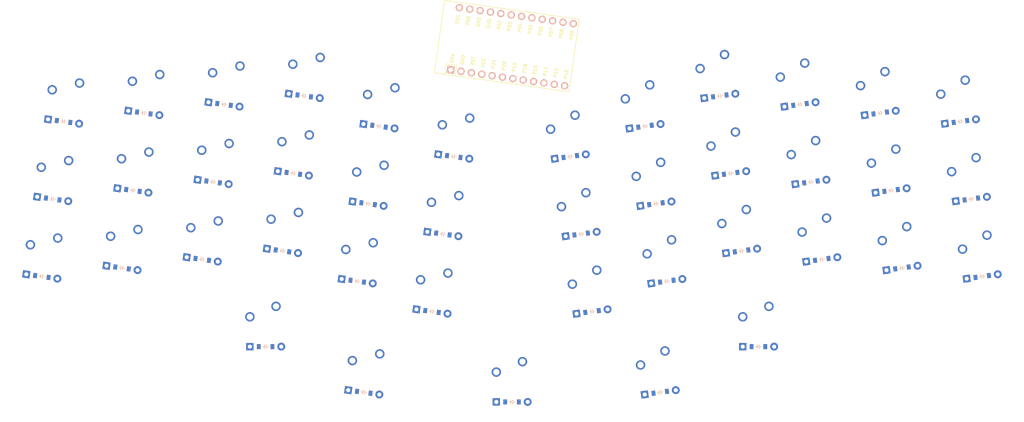
<source format=kicad_pcb>

            
(kicad_pcb (version 20171130) (host pcbnew 5.1.6)

  (page A3)
  (title_block
    (title simple_reviung41)
    (rev v1.0.0)
    (company Unknown)
  )

  (general
    (thickness 1.6)
  )

  (layers
    (0 F.Cu signal)
    (31 B.Cu signal)
    (32 B.Adhes user)
    (33 F.Adhes user)
    (34 B.Paste user)
    (35 F.Paste user)
    (36 B.SilkS user)
    (37 F.SilkS user)
    (38 B.Mask user)
    (39 F.Mask user)
    (40 Dwgs.User user)
    (41 Cmts.User user)
    (42 Eco1.User user)
    (43 Eco2.User user)
    (44 Edge.Cuts user)
    (45 Margin user)
    (46 B.CrtYd user)
    (47 F.CrtYd user)
    (48 B.Fab user)
    (49 F.Fab user)
  )

  (setup
    (last_trace_width 0.25)
    (trace_clearance 0.2)
    (zone_clearance 0.508)
    (zone_45_only no)
    (trace_min 0.2)
    (via_size 0.8)
    (via_drill 0.4)
    (via_min_size 0.4)
    (via_min_drill 0.3)
    (uvia_size 0.3)
    (uvia_drill 0.1)
    (uvias_allowed no)
    (uvia_min_size 0.2)
    (uvia_min_drill 0.1)
    (edge_width 0.05)
    (segment_width 0.2)
    (pcb_text_width 0.3)
    (pcb_text_size 1.5 1.5)
    (mod_edge_width 0.12)
    (mod_text_size 1 1)
    (mod_text_width 0.15)
    (pad_size 1.524 1.524)
    (pad_drill 0.762)
    (pad_to_mask_clearance 0.05)
    (aux_axis_origin 0 0)
    (visible_elements FFFFFF7F)
    (pcbplotparams
      (layerselection 0x010fc_ffffffff)
      (usegerberextensions false)
      (usegerberattributes true)
      (usegerberadvancedattributes true)
      (creategerberjobfile true)
      (excludeedgelayer true)
      (linewidth 0.100000)
      (plotframeref false)
      (viasonmask false)
      (mode 1)
      (useauxorigin false)
      (hpglpennumber 1)
      (hpglpenspeed 20)
      (hpglpendiameter 15.000000)
      (psnegative false)
      (psa4output false)
      (plotreference true)
      (plotvalue true)
      (plotinvisibletext false)
      (padsonsilk false)
      (subtractmaskfromsilk false)
      (outputformat 1)
      (mirror false)
      (drillshape 1)
      (scaleselection 1)
      (outputdirectory ""))
  )

            (net 0 "")
(net 1 "P4")
(net 2 "P5")
(net 3 "P6")
(net 4 "P7")
(net 5 "P8")
(net 6 "P9")
(net 7 "P16")
(net 8 "P20")
(net 9 "P15")
(net 10 "P21")
(net 11 "P14")
(net 12 "outer_bottom")
(net 13 "outer_home")
(net 14 "outer_top")
(net 15 "pinky_bottom")
(net 16 "pinky_home")
(net 17 "pinky_top")
(net 18 "ring_bottom")
(net 19 "ring_home")
(net 20 "ring_top")
(net 21 "middle_bottom")
(net 22 "middle_home")
(net 23 "middle_top")
(net 24 "index_bottom")
(net 25 "index_home")
(net 26 "index_top")
(net 27 "inner_bottom")
(net 28 "inner_home")
(net 29 "inner_top")
(net 30 "mirror_outer_bottom")
(net 31 "mirror_outer_home")
(net 32 "mirror_outer_top")
(net 33 "mirror_pinky_bottom")
(net 34 "mirror_pinky_home")
(net 35 "mirror_pinky_top")
(net 36 "mirror_ring_bottom")
(net 37 "mirror_ring_home")
(net 38 "mirror_ring_top")
(net 39 "mirror_middle_bottom")
(net 40 "mirror_middle_home")
(net 41 "mirror_middle_top")
(net 42 "mirror_index_bottom")
(net 43 "mirror_index_home")
(net 44 "mirror_index_top")
(net 45 "mirror_inner_bottom")
(net 46 "mirror_inner_home")
(net 47 "mirror_inner_top")
(net 48 "default_default")
(net 49 "mirror_default_default")
(net 50 "RAW")
(net 51 "GND")
(net 52 "RST")
(net 53 "VCC")
(net 54 "P19")
(net 55 "P18")
(net 56 "P10")
(net 57 "P1")
(net 58 "P0")
(net 59 "P2")
(net 60 "P3")
            
  (net_class Default "This is the default net class."
    (clearance 0.2)
    (trace_width 0.25)
    (via_dia 0.8)
    (via_drill 0.4)
    (uvia_dia 0.3)
    (uvia_drill 0.1)
    (add_net "")
(add_net "P4")
(add_net "P5")
(add_net "P6")
(add_net "P7")
(add_net "P8")
(add_net "P9")
(add_net "P16")
(add_net "P20")
(add_net "P15")
(add_net "P21")
(add_net "P14")
(add_net "outer_bottom")
(add_net "outer_home")
(add_net "outer_top")
(add_net "pinky_bottom")
(add_net "pinky_home")
(add_net "pinky_top")
(add_net "ring_bottom")
(add_net "ring_home")
(add_net "ring_top")
(add_net "middle_bottom")
(add_net "middle_home")
(add_net "middle_top")
(add_net "index_bottom")
(add_net "index_home")
(add_net "index_top")
(add_net "inner_bottom")
(add_net "inner_home")
(add_net "inner_top")
(add_net "mirror_outer_bottom")
(add_net "mirror_outer_home")
(add_net "mirror_outer_top")
(add_net "mirror_pinky_bottom")
(add_net "mirror_pinky_home")
(add_net "mirror_pinky_top")
(add_net "mirror_ring_bottom")
(add_net "mirror_ring_home")
(add_net "mirror_ring_top")
(add_net "mirror_middle_bottom")
(add_net "mirror_middle_home")
(add_net "mirror_middle_top")
(add_net "mirror_index_bottom")
(add_net "mirror_index_home")
(add_net "mirror_index_top")
(add_net "mirror_inner_bottom")
(add_net "mirror_inner_home")
(add_net "mirror_inner_top")
(add_net "default_default")
(add_net "mirror_default_default")
(add_net "RAW")
(add_net "GND")
(add_net "RST")
(add_net "VCC")
(add_net "P19")
(add_net "P18")
(add_net "P10")
(add_net "P1")
(add_net "P0")
(add_net "P2")
(add_net "P3")
  )

            
        
      (module MX (layer F.Cu) (tedit 5DD4F656)
      (at 0 0 -8)

      
      (fp_text reference "S1" (at 0 0) (layer F.SilkS) hide (effects (font (size 1.27 1.27) (thickness 0.15))))
      (fp_text value "" (at 0 0) (layer F.SilkS) hide (effects (font (size 1.27 1.27) (thickness 0.15))))

      
      (fp_line (start -7 -6) (end -7 -7) (layer Dwgs.User) (width 0.15))
      (fp_line (start -7 7) (end -6 7) (layer Dwgs.User) (width 0.15))
      (fp_line (start -6 -7) (end -7 -7) (layer Dwgs.User) (width 0.15))
      (fp_line (start -7 7) (end -7 6) (layer Dwgs.User) (width 0.15))
      (fp_line (start 7 6) (end 7 7) (layer Dwgs.User) (width 0.15))
      (fp_line (start 7 -7) (end 6 -7) (layer Dwgs.User) (width 0.15))
      (fp_line (start 6 7) (end 7 7) (layer Dwgs.User) (width 0.15))
      (fp_line (start 7 -7) (end 7 -6) (layer Dwgs.User) (width 0.15))
    
      
      (pad "" np_thru_hole circle (at 0 0) (size 3.9878 3.9878) (drill 3.9878) (layers *.Cu *.Mask))

      
      (pad "" np_thru_hole circle (at 5.08 0) (size 1.7018 1.7018) (drill 1.7018) (layers *.Cu *.Mask))
      (pad "" np_thru_hole circle (at -5.08 0) (size 1.7018 1.7018) (drill 1.7018) (layers *.Cu *.Mask))
      
        
      
      (fp_line (start -9.5 -9.5) (end 9.5 -9.5) (layer Dwgs.User) (width 0.15))
      (fp_line (start 9.5 -9.5) (end 9.5 9.5) (layer Dwgs.User) (width 0.15))
      (fp_line (start 9.5 9.5) (end -9.5 9.5) (layer Dwgs.User) (width 0.15))
      (fp_line (start -9.5 9.5) (end -9.5 -9.5) (layer Dwgs.User) (width 0.15))
      
        
            
            (pad 1 thru_hole circle (at 2.54 -5.08) (size 2.286 2.286) (drill 1.4986) (layers *.Cu *.Mask) (net 0 ""))
            (pad 2 thru_hole circle (at -3.81 -2.54) (size 2.286 2.286) (drill 1.4986) (layers *.Cu *.Mask) (net 1 "P4"))
          )
        

        
      (module MX (layer F.Cu) (tedit 5DD4F656)
      (at 2.6442889 -18.8150933 -8)

      
      (fp_text reference "S2" (at 0 0) (layer F.SilkS) hide (effects (font (size 1.27 1.27) (thickness 0.15))))
      (fp_text value "" (at 0 0) (layer F.SilkS) hide (effects (font (size 1.27 1.27) (thickness 0.15))))

      
      (fp_line (start -7 -6) (end -7 -7) (layer Dwgs.User) (width 0.15))
      (fp_line (start -7 7) (end -6 7) (layer Dwgs.User) (width 0.15))
      (fp_line (start -6 -7) (end -7 -7) (layer Dwgs.User) (width 0.15))
      (fp_line (start -7 7) (end -7 6) (layer Dwgs.User) (width 0.15))
      (fp_line (start 7 6) (end 7 7) (layer Dwgs.User) (width 0.15))
      (fp_line (start 7 -7) (end 6 -7) (layer Dwgs.User) (width 0.15))
      (fp_line (start 6 7) (end 7 7) (layer Dwgs.User) (width 0.15))
      (fp_line (start 7 -7) (end 7 -6) (layer Dwgs.User) (width 0.15))
    
      
      (pad "" np_thru_hole circle (at 0 0) (size 3.9878 3.9878) (drill 3.9878) (layers *.Cu *.Mask))

      
      (pad "" np_thru_hole circle (at 5.08 0) (size 1.7018 1.7018) (drill 1.7018) (layers *.Cu *.Mask))
      (pad "" np_thru_hole circle (at -5.08 0) (size 1.7018 1.7018) (drill 1.7018) (layers *.Cu *.Mask))
      
        
      
      (fp_line (start -9.5 -9.5) (end 9.5 -9.5) (layer Dwgs.User) (width 0.15))
      (fp_line (start 9.5 -9.5) (end 9.5 9.5) (layer Dwgs.User) (width 0.15))
      (fp_line (start 9.5 9.5) (end -9.5 9.5) (layer Dwgs.User) (width 0.15))
      (fp_line (start -9.5 9.5) (end -9.5 -9.5) (layer Dwgs.User) (width 0.15))
      
        
            
            (pad 1 thru_hole circle (at 2.54 -5.08) (size 2.286 2.286) (drill 1.4986) (layers *.Cu *.Mask) (net 0 ""))
            (pad 2 thru_hole circle (at -3.81 -2.54) (size 2.286 2.286) (drill 1.4986) (layers *.Cu *.Mask) (net 1 "P4"))
          )
        

        
      (module MX (layer F.Cu) (tedit 5DD4F656)
      (at 5.2885778 -37.6301866 -8)

      
      (fp_text reference "S3" (at 0 0) (layer F.SilkS) hide (effects (font (size 1.27 1.27) (thickness 0.15))))
      (fp_text value "" (at 0 0) (layer F.SilkS) hide (effects (font (size 1.27 1.27) (thickness 0.15))))

      
      (fp_line (start -7 -6) (end -7 -7) (layer Dwgs.User) (width 0.15))
      (fp_line (start -7 7) (end -6 7) (layer Dwgs.User) (width 0.15))
      (fp_line (start -6 -7) (end -7 -7) (layer Dwgs.User) (width 0.15))
      (fp_line (start -7 7) (end -7 6) (layer Dwgs.User) (width 0.15))
      (fp_line (start 7 6) (end 7 7) (layer Dwgs.User) (width 0.15))
      (fp_line (start 7 -7) (end 6 -7) (layer Dwgs.User) (width 0.15))
      (fp_line (start 6 7) (end 7 7) (layer Dwgs.User) (width 0.15))
      (fp_line (start 7 -7) (end 7 -6) (layer Dwgs.User) (width 0.15))
    
      
      (pad "" np_thru_hole circle (at 0 0) (size 3.9878 3.9878) (drill 3.9878) (layers *.Cu *.Mask))

      
      (pad "" np_thru_hole circle (at 5.08 0) (size 1.7018 1.7018) (drill 1.7018) (layers *.Cu *.Mask))
      (pad "" np_thru_hole circle (at -5.08 0) (size 1.7018 1.7018) (drill 1.7018) (layers *.Cu *.Mask))
      
        
      
      (fp_line (start -9.5 -9.5) (end 9.5 -9.5) (layer Dwgs.User) (width 0.15))
      (fp_line (start 9.5 -9.5) (end 9.5 9.5) (layer Dwgs.User) (width 0.15))
      (fp_line (start 9.5 9.5) (end -9.5 9.5) (layer Dwgs.User) (width 0.15))
      (fp_line (start -9.5 9.5) (end -9.5 -9.5) (layer Dwgs.User) (width 0.15))
      
        
            
            (pad 1 thru_hole circle (at 2.54 -5.08) (size 2.286 2.286) (drill 1.4986) (layers *.Cu *.Mask) (net 0 ""))
            (pad 2 thru_hole circle (at -3.81 -2.54) (size 2.286 2.286) (drill 1.4986) (layers *.Cu *.Mask) (net 1 "P4"))
          )
        

        
      (module MX (layer F.Cu) (tedit 5DD4F656)
      (at 19.4779052 -2.0718628 -8)

      
      (fp_text reference "S4" (at 0 0) (layer F.SilkS) hide (effects (font (size 1.27 1.27) (thickness 0.15))))
      (fp_text value "" (at 0 0) (layer F.SilkS) hide (effects (font (size 1.27 1.27) (thickness 0.15))))

      
      (fp_line (start -7 -6) (end -7 -7) (layer Dwgs.User) (width 0.15))
      (fp_line (start -7 7) (end -6 7) (layer Dwgs.User) (width 0.15))
      (fp_line (start -6 -7) (end -7 -7) (layer Dwgs.User) (width 0.15))
      (fp_line (start -7 7) (end -7 6) (layer Dwgs.User) (width 0.15))
      (fp_line (start 7 6) (end 7 7) (layer Dwgs.User) (width 0.15))
      (fp_line (start 7 -7) (end 6 -7) (layer Dwgs.User) (width 0.15))
      (fp_line (start 6 7) (end 7 7) (layer Dwgs.User) (width 0.15))
      (fp_line (start 7 -7) (end 7 -6) (layer Dwgs.User) (width 0.15))
    
      
      (pad "" np_thru_hole circle (at 0 0) (size 3.9878 3.9878) (drill 3.9878) (layers *.Cu *.Mask))

      
      (pad "" np_thru_hole circle (at 5.08 0) (size 1.7018 1.7018) (drill 1.7018) (layers *.Cu *.Mask))
      (pad "" np_thru_hole circle (at -5.08 0) (size 1.7018 1.7018) (drill 1.7018) (layers *.Cu *.Mask))
      
        
      
      (fp_line (start -9.5 -9.5) (end 9.5 -9.5) (layer Dwgs.User) (width 0.15))
      (fp_line (start 9.5 -9.5) (end 9.5 9.5) (layer Dwgs.User) (width 0.15))
      (fp_line (start 9.5 9.5) (end -9.5 9.5) (layer Dwgs.User) (width 0.15))
      (fp_line (start -9.5 9.5) (end -9.5 -9.5) (layer Dwgs.User) (width 0.15))
      
        
            
            (pad 1 thru_hole circle (at 2.54 -5.08) (size 2.286 2.286) (drill 1.4986) (layers *.Cu *.Mask) (net 0 ""))
            (pad 2 thru_hole circle (at -3.81 -2.54) (size 2.286 2.286) (drill 1.4986) (layers *.Cu *.Mask) (net 2 "P5"))
          )
        

        
      (module MX (layer F.Cu) (tedit 5DD4F656)
      (at 22.1221941 -20.8869561 -8)

      
      (fp_text reference "S5" (at 0 0) (layer F.SilkS) hide (effects (font (size 1.27 1.27) (thickness 0.15))))
      (fp_text value "" (at 0 0) (layer F.SilkS) hide (effects (font (size 1.27 1.27) (thickness 0.15))))

      
      (fp_line (start -7 -6) (end -7 -7) (layer Dwgs.User) (width 0.15))
      (fp_line (start -7 7) (end -6 7) (layer Dwgs.User) (width 0.15))
      (fp_line (start -6 -7) (end -7 -7) (layer Dwgs.User) (width 0.15))
      (fp_line (start -7 7) (end -7 6) (layer Dwgs.User) (width 0.15))
      (fp_line (start 7 6) (end 7 7) (layer Dwgs.User) (width 0.15))
      (fp_line (start 7 -7) (end 6 -7) (layer Dwgs.User) (width 0.15))
      (fp_line (start 6 7) (end 7 7) (layer Dwgs.User) (width 0.15))
      (fp_line (start 7 -7) (end 7 -6) (layer Dwgs.User) (width 0.15))
    
      
      (pad "" np_thru_hole circle (at 0 0) (size 3.9878 3.9878) (drill 3.9878) (layers *.Cu *.Mask))

      
      (pad "" np_thru_hole circle (at 5.08 0) (size 1.7018 1.7018) (drill 1.7018) (layers *.Cu *.Mask))
      (pad "" np_thru_hole circle (at -5.08 0) (size 1.7018 1.7018) (drill 1.7018) (layers *.Cu *.Mask))
      
        
      
      (fp_line (start -9.5 -9.5) (end 9.5 -9.5) (layer Dwgs.User) (width 0.15))
      (fp_line (start 9.5 -9.5) (end 9.5 9.5) (layer Dwgs.User) (width 0.15))
      (fp_line (start 9.5 9.5) (end -9.5 9.5) (layer Dwgs.User) (width 0.15))
      (fp_line (start -9.5 9.5) (end -9.5 -9.5) (layer Dwgs.User) (width 0.15))
      
        
            
            (pad 1 thru_hole circle (at 2.54 -5.08) (size 2.286 2.286) (drill 1.4986) (layers *.Cu *.Mask) (net 0 ""))
            (pad 2 thru_hole circle (at -3.81 -2.54) (size 2.286 2.286) (drill 1.4986) (layers *.Cu *.Mask) (net 2 "P5"))
          )
        

        
      (module MX (layer F.Cu) (tedit 5DD4F656)
      (at 24.766483 -39.7020494 -8)

      
      (fp_text reference "S6" (at 0 0) (layer F.SilkS) hide (effects (font (size 1.27 1.27) (thickness 0.15))))
      (fp_text value "" (at 0 0) (layer F.SilkS) hide (effects (font (size 1.27 1.27) (thickness 0.15))))

      
      (fp_line (start -7 -6) (end -7 -7) (layer Dwgs.User) (width 0.15))
      (fp_line (start -7 7) (end -6 7) (layer Dwgs.User) (width 0.15))
      (fp_line (start -6 -7) (end -7 -7) (layer Dwgs.User) (width 0.15))
      (fp_line (start -7 7) (end -7 6) (layer Dwgs.User) (width 0.15))
      (fp_line (start 7 6) (end 7 7) (layer Dwgs.User) (width 0.15))
      (fp_line (start 7 -7) (end 6 -7) (layer Dwgs.User) (width 0.15))
      (fp_line (start 6 7) (end 7 7) (layer Dwgs.User) (width 0.15))
      (fp_line (start 7 -7) (end 7 -6) (layer Dwgs.User) (width 0.15))
    
      
      (pad "" np_thru_hole circle (at 0 0) (size 3.9878 3.9878) (drill 3.9878) (layers *.Cu *.Mask))

      
      (pad "" np_thru_hole circle (at 5.08 0) (size 1.7018 1.7018) (drill 1.7018) (layers *.Cu *.Mask))
      (pad "" np_thru_hole circle (at -5.08 0) (size 1.7018 1.7018) (drill 1.7018) (layers *.Cu *.Mask))
      
        
      
      (fp_line (start -9.5 -9.5) (end 9.5 -9.5) (layer Dwgs.User) (width 0.15))
      (fp_line (start 9.5 -9.5) (end 9.5 9.5) (layer Dwgs.User) (width 0.15))
      (fp_line (start 9.5 9.5) (end -9.5 9.5) (layer Dwgs.User) (width 0.15))
      (fp_line (start -9.5 9.5) (end -9.5 -9.5) (layer Dwgs.User) (width 0.15))
      
        
            
            (pad 1 thru_hole circle (at 2.54 -5.08) (size 2.286 2.286) (drill 1.4986) (layers *.Cu *.Mask) (net 0 ""))
            (pad 2 thru_hole circle (at -3.81 -2.54) (size 2.286 2.286) (drill 1.4986) (layers *.Cu *.Mask) (net 2 "P5"))
          )
        

        
      (module MX (layer F.Cu) (tedit 5DD4F656)
      (at 38.9558104 -4.1437255 -8)

      
      (fp_text reference "S7" (at 0 0) (layer F.SilkS) hide (effects (font (size 1.27 1.27) (thickness 0.15))))
      (fp_text value "" (at 0 0) (layer F.SilkS) hide (effects (font (size 1.27 1.27) (thickness 0.15))))

      
      (fp_line (start -7 -6) (end -7 -7) (layer Dwgs.User) (width 0.15))
      (fp_line (start -7 7) (end -6 7) (layer Dwgs.User) (width 0.15))
      (fp_line (start -6 -7) (end -7 -7) (layer Dwgs.User) (width 0.15))
      (fp_line (start -7 7) (end -7 6) (layer Dwgs.User) (width 0.15))
      (fp_line (start 7 6) (end 7 7) (layer Dwgs.User) (width 0.15))
      (fp_line (start 7 -7) (end 6 -7) (layer Dwgs.User) (width 0.15))
      (fp_line (start 6 7) (end 7 7) (layer Dwgs.User) (width 0.15))
      (fp_line (start 7 -7) (end 7 -6) (layer Dwgs.User) (width 0.15))
    
      
      (pad "" np_thru_hole circle (at 0 0) (size 3.9878 3.9878) (drill 3.9878) (layers *.Cu *.Mask))

      
      (pad "" np_thru_hole circle (at 5.08 0) (size 1.7018 1.7018) (drill 1.7018) (layers *.Cu *.Mask))
      (pad "" np_thru_hole circle (at -5.08 0) (size 1.7018 1.7018) (drill 1.7018) (layers *.Cu *.Mask))
      
        
      
      (fp_line (start -9.5 -9.5) (end 9.5 -9.5) (layer Dwgs.User) (width 0.15))
      (fp_line (start 9.5 -9.5) (end 9.5 9.5) (layer Dwgs.User) (width 0.15))
      (fp_line (start 9.5 9.5) (end -9.5 9.5) (layer Dwgs.User) (width 0.15))
      (fp_line (start -9.5 9.5) (end -9.5 -9.5) (layer Dwgs.User) (width 0.15))
      
        
            
            (pad 1 thru_hole circle (at 2.54 -5.08) (size 2.286 2.286) (drill 1.4986) (layers *.Cu *.Mask) (net 0 ""))
            (pad 2 thru_hole circle (at -3.81 -2.54) (size 2.286 2.286) (drill 1.4986) (layers *.Cu *.Mask) (net 3 "P6"))
          )
        

        
      (module MX (layer F.Cu) (tedit 5DD4F656)
      (at 41.6000993 -22.9588188 -8)

      
      (fp_text reference "S8" (at 0 0) (layer F.SilkS) hide (effects (font (size 1.27 1.27) (thickness 0.15))))
      (fp_text value "" (at 0 0) (layer F.SilkS) hide (effects (font (size 1.27 1.27) (thickness 0.15))))

      
      (fp_line (start -7 -6) (end -7 -7) (layer Dwgs.User) (width 0.15))
      (fp_line (start -7 7) (end -6 7) (layer Dwgs.User) (width 0.15))
      (fp_line (start -6 -7) (end -7 -7) (layer Dwgs.User) (width 0.15))
      (fp_line (start -7 7) (end -7 6) (layer Dwgs.User) (width 0.15))
      (fp_line (start 7 6) (end 7 7) (layer Dwgs.User) (width 0.15))
      (fp_line (start 7 -7) (end 6 -7) (layer Dwgs.User) (width 0.15))
      (fp_line (start 6 7) (end 7 7) (layer Dwgs.User) (width 0.15))
      (fp_line (start 7 -7) (end 7 -6) (layer Dwgs.User) (width 0.15))
    
      
      (pad "" np_thru_hole circle (at 0 0) (size 3.9878 3.9878) (drill 3.9878) (layers *.Cu *.Mask))

      
      (pad "" np_thru_hole circle (at 5.08 0) (size 1.7018 1.7018) (drill 1.7018) (layers *.Cu *.Mask))
      (pad "" np_thru_hole circle (at -5.08 0) (size 1.7018 1.7018) (drill 1.7018) (layers *.Cu *.Mask))
      
        
      
      (fp_line (start -9.5 -9.5) (end 9.5 -9.5) (layer Dwgs.User) (width 0.15))
      (fp_line (start 9.5 -9.5) (end 9.5 9.5) (layer Dwgs.User) (width 0.15))
      (fp_line (start 9.5 9.5) (end -9.5 9.5) (layer Dwgs.User) (width 0.15))
      (fp_line (start -9.5 9.5) (end -9.5 -9.5) (layer Dwgs.User) (width 0.15))
      
        
            
            (pad 1 thru_hole circle (at 2.54 -5.08) (size 2.286 2.286) (drill 1.4986) (layers *.Cu *.Mask) (net 0 ""))
            (pad 2 thru_hole circle (at -3.81 -2.54) (size 2.286 2.286) (drill 1.4986) (layers *.Cu *.Mask) (net 3 "P6"))
          )
        

        
      (module MX (layer F.Cu) (tedit 5DD4F656)
      (at 44.2443882 -41.7739121 -8)

      
      (fp_text reference "S9" (at 0 0) (layer F.SilkS) hide (effects (font (size 1.27 1.27) (thickness 0.15))))
      (fp_text value "" (at 0 0) (layer F.SilkS) hide (effects (font (size 1.27 1.27) (thickness 0.15))))

      
      (fp_line (start -7 -6) (end -7 -7) (layer Dwgs.User) (width 0.15))
      (fp_line (start -7 7) (end -6 7) (layer Dwgs.User) (width 0.15))
      (fp_line (start -6 -7) (end -7 -7) (layer Dwgs.User) (width 0.15))
      (fp_line (start -7 7) (end -7 6) (layer Dwgs.User) (width 0.15))
      (fp_line (start 7 6) (end 7 7) (layer Dwgs.User) (width 0.15))
      (fp_line (start 7 -7) (end 6 -7) (layer Dwgs.User) (width 0.15))
      (fp_line (start 6 7) (end 7 7) (layer Dwgs.User) (width 0.15))
      (fp_line (start 7 -7) (end 7 -6) (layer Dwgs.User) (width 0.15))
    
      
      (pad "" np_thru_hole circle (at 0 0) (size 3.9878 3.9878) (drill 3.9878) (layers *.Cu *.Mask))

      
      (pad "" np_thru_hole circle (at 5.08 0) (size 1.7018 1.7018) (drill 1.7018) (layers *.Cu *.Mask))
      (pad "" np_thru_hole circle (at -5.08 0) (size 1.7018 1.7018) (drill 1.7018) (layers *.Cu *.Mask))
      
        
      
      (fp_line (start -9.5 -9.5) (end 9.5 -9.5) (layer Dwgs.User) (width 0.15))
      (fp_line (start 9.5 -9.5) (end 9.5 9.5) (layer Dwgs.User) (width 0.15))
      (fp_line (start 9.5 9.5) (end -9.5 9.5) (layer Dwgs.User) (width 0.15))
      (fp_line (start -9.5 9.5) (end -9.5 -9.5) (layer Dwgs.User) (width 0.15))
      
        
            
            (pad 1 thru_hole circle (at 2.54 -5.08) (size 2.286 2.286) (drill 1.4986) (layers *.Cu *.Mask) (net 0 ""))
            (pad 2 thru_hole circle (at -3.81 -2.54) (size 2.286 2.286) (drill 1.4986) (layers *.Cu *.Mask) (net 3 "P6"))
          )
        

        
      (module MX (layer F.Cu) (tedit 5DD4F656)
      (at 58.4337156 -6.2155883 -8)

      
      (fp_text reference "S10" (at 0 0) (layer F.SilkS) hide (effects (font (size 1.27 1.27) (thickness 0.15))))
      (fp_text value "" (at 0 0) (layer F.SilkS) hide (effects (font (size 1.27 1.27) (thickness 0.15))))

      
      (fp_line (start -7 -6) (end -7 -7) (layer Dwgs.User) (width 0.15))
      (fp_line (start -7 7) (end -6 7) (layer Dwgs.User) (width 0.15))
      (fp_line (start -6 -7) (end -7 -7) (layer Dwgs.User) (width 0.15))
      (fp_line (start -7 7) (end -7 6) (layer Dwgs.User) (width 0.15))
      (fp_line (start 7 6) (end 7 7) (layer Dwgs.User) (width 0.15))
      (fp_line (start 7 -7) (end 6 -7) (layer Dwgs.User) (width 0.15))
      (fp_line (start 6 7) (end 7 7) (layer Dwgs.User) (width 0.15))
      (fp_line (start 7 -7) (end 7 -6) (layer Dwgs.User) (width 0.15))
    
      
      (pad "" np_thru_hole circle (at 0 0) (size 3.9878 3.9878) (drill 3.9878) (layers *.Cu *.Mask))

      
      (pad "" np_thru_hole circle (at 5.08 0) (size 1.7018 1.7018) (drill 1.7018) (layers *.Cu *.Mask))
      (pad "" np_thru_hole circle (at -5.08 0) (size 1.7018 1.7018) (drill 1.7018) (layers *.Cu *.Mask))
      
        
      
      (fp_line (start -9.5 -9.5) (end 9.5 -9.5) (layer Dwgs.User) (width 0.15))
      (fp_line (start 9.5 -9.5) (end 9.5 9.5) (layer Dwgs.User) (width 0.15))
      (fp_line (start 9.5 9.5) (end -9.5 9.5) (layer Dwgs.User) (width 0.15))
      (fp_line (start -9.5 9.5) (end -9.5 -9.5) (layer Dwgs.User) (width 0.15))
      
        
            
            (pad 1 thru_hole circle (at 2.54 -5.08) (size 2.286 2.286) (drill 1.4986) (layers *.Cu *.Mask) (net 0 ""))
            (pad 2 thru_hole circle (at -3.81 -2.54) (size 2.286 2.286) (drill 1.4986) (layers *.Cu *.Mask) (net 4 "P7"))
          )
        

        
      (module MX (layer F.Cu) (tedit 5DD4F656)
      (at 61.0780045 -25.0306816 -8)

      
      (fp_text reference "S11" (at 0 0) (layer F.SilkS) hide (effects (font (size 1.27 1.27) (thickness 0.15))))
      (fp_text value "" (at 0 0) (layer F.SilkS) hide (effects (font (size 1.27 1.27) (thickness 0.15))))

      
      (fp_line (start -7 -6) (end -7 -7) (layer Dwgs.User) (width 0.15))
      (fp_line (start -7 7) (end -6 7) (layer Dwgs.User) (width 0.15))
      (fp_line (start -6 -7) (end -7 -7) (layer Dwgs.User) (width 0.15))
      (fp_line (start -7 7) (end -7 6) (layer Dwgs.User) (width 0.15))
      (fp_line (start 7 6) (end 7 7) (layer Dwgs.User) (width 0.15))
      (fp_line (start 7 -7) (end 6 -7) (layer Dwgs.User) (width 0.15))
      (fp_line (start 6 7) (end 7 7) (layer Dwgs.User) (width 0.15))
      (fp_line (start 7 -7) (end 7 -6) (layer Dwgs.User) (width 0.15))
    
      
      (pad "" np_thru_hole circle (at 0 0) (size 3.9878 3.9878) (drill 3.9878) (layers *.Cu *.Mask))

      
      (pad "" np_thru_hole circle (at 5.08 0) (size 1.7018 1.7018) (drill 1.7018) (layers *.Cu *.Mask))
      (pad "" np_thru_hole circle (at -5.08 0) (size 1.7018 1.7018) (drill 1.7018) (layers *.Cu *.Mask))
      
        
      
      (fp_line (start -9.5 -9.5) (end 9.5 -9.5) (layer Dwgs.User) (width 0.15))
      (fp_line (start 9.5 -9.5) (end 9.5 9.5) (layer Dwgs.User) (width 0.15))
      (fp_line (start 9.5 9.5) (end -9.5 9.5) (layer Dwgs.User) (width 0.15))
      (fp_line (start -9.5 9.5) (end -9.5 -9.5) (layer Dwgs.User) (width 0.15))
      
        
            
            (pad 1 thru_hole circle (at 2.54 -5.08) (size 2.286 2.286) (drill 1.4986) (layers *.Cu *.Mask) (net 0 ""))
            (pad 2 thru_hole circle (at -3.81 -2.54) (size 2.286 2.286) (drill 1.4986) (layers *.Cu *.Mask) (net 4 "P7"))
          )
        

        
      (module MX (layer F.Cu) (tedit 5DD4F656)
      (at 63.7222934 -43.8457749 -8)

      
      (fp_text reference "S12" (at 0 0) (layer F.SilkS) hide (effects (font (size 1.27 1.27) (thickness 0.15))))
      (fp_text value "" (at 0 0) (layer F.SilkS) hide (effects (font (size 1.27 1.27) (thickness 0.15))))

      
      (fp_line (start -7 -6) (end -7 -7) (layer Dwgs.User) (width 0.15))
      (fp_line (start -7 7) (end -6 7) (layer Dwgs.User) (width 0.15))
      (fp_line (start -6 -7) (end -7 -7) (layer Dwgs.User) (width 0.15))
      (fp_line (start -7 7) (end -7 6) (layer Dwgs.User) (width 0.15))
      (fp_line (start 7 6) (end 7 7) (layer Dwgs.User) (width 0.15))
      (fp_line (start 7 -7) (end 6 -7) (layer Dwgs.User) (width 0.15))
      (fp_line (start 6 7) (end 7 7) (layer Dwgs.User) (width 0.15))
      (fp_line (start 7 -7) (end 7 -6) (layer Dwgs.User) (width 0.15))
    
      
      (pad "" np_thru_hole circle (at 0 0) (size 3.9878 3.9878) (drill 3.9878) (layers *.Cu *.Mask))

      
      (pad "" np_thru_hole circle (at 5.08 0) (size 1.7018 1.7018) (drill 1.7018) (layers *.Cu *.Mask))
      (pad "" np_thru_hole circle (at -5.08 0) (size 1.7018 1.7018) (drill 1.7018) (layers *.Cu *.Mask))
      
        
      
      (fp_line (start -9.5 -9.5) (end 9.5 -9.5) (layer Dwgs.User) (width 0.15))
      (fp_line (start 9.5 -9.5) (end 9.5 9.5) (layer Dwgs.User) (width 0.15))
      (fp_line (start 9.5 9.5) (end -9.5 9.5) (layer Dwgs.User) (width 0.15))
      (fp_line (start -9.5 9.5) (end -9.5 -9.5) (layer Dwgs.User) (width 0.15))
      
        
            
            (pad 1 thru_hole circle (at 2.54 -5.08) (size 2.286 2.286) (drill 1.4986) (layers *.Cu *.Mask) (net 0 ""))
            (pad 2 thru_hole circle (at -3.81 -2.54) (size 2.286 2.286) (drill 1.4986) (layers *.Cu *.Mask) (net 4 "P7"))
          )
        

        
      (module MX (layer F.Cu) (tedit 5DD4F656)
      (at 76.585997 1.1448523 -8)

      
      (fp_text reference "S13" (at 0 0) (layer F.SilkS) hide (effects (font (size 1.27 1.27) (thickness 0.15))))
      (fp_text value "" (at 0 0) (layer F.SilkS) hide (effects (font (size 1.27 1.27) (thickness 0.15))))

      
      (fp_line (start -7 -6) (end -7 -7) (layer Dwgs.User) (width 0.15))
      (fp_line (start -7 7) (end -6 7) (layer Dwgs.User) (width 0.15))
      (fp_line (start -6 -7) (end -7 -7) (layer Dwgs.User) (width 0.15))
      (fp_line (start -7 7) (end -7 6) (layer Dwgs.User) (width 0.15))
      (fp_line (start 7 6) (end 7 7) (layer Dwgs.User) (width 0.15))
      (fp_line (start 7 -7) (end 6 -7) (layer Dwgs.User) (width 0.15))
      (fp_line (start 6 7) (end 7 7) (layer Dwgs.User) (width 0.15))
      (fp_line (start 7 -7) (end 7 -6) (layer Dwgs.User) (width 0.15))
    
      
      (pad "" np_thru_hole circle (at 0 0) (size 3.9878 3.9878) (drill 3.9878) (layers *.Cu *.Mask))

      
      (pad "" np_thru_hole circle (at 5.08 0) (size 1.7018 1.7018) (drill 1.7018) (layers *.Cu *.Mask))
      (pad "" np_thru_hole circle (at -5.08 0) (size 1.7018 1.7018) (drill 1.7018) (layers *.Cu *.Mask))
      
        
      
      (fp_line (start -9.5 -9.5) (end 9.5 -9.5) (layer Dwgs.User) (width 0.15))
      (fp_line (start 9.5 -9.5) (end 9.5 9.5) (layer Dwgs.User) (width 0.15))
      (fp_line (start 9.5 9.5) (end -9.5 9.5) (layer Dwgs.User) (width 0.15))
      (fp_line (start -9.5 9.5) (end -9.5 -9.5) (layer Dwgs.User) (width 0.15))
      
        
            
            (pad 1 thru_hole circle (at 2.54 -5.08) (size 2.286 2.286) (drill 1.4986) (layers *.Cu *.Mask) (net 0 ""))
            (pad 2 thru_hole circle (at -3.81 -2.54) (size 2.286 2.286) (drill 1.4986) (layers *.Cu *.Mask) (net 5 "P8"))
          )
        

        
      (module MX (layer F.Cu) (tedit 5DD4F656)
      (at 79.2302859 -17.670241 -8)

      
      (fp_text reference "S14" (at 0 0) (layer F.SilkS) hide (effects (font (size 1.27 1.27) (thickness 0.15))))
      (fp_text value "" (at 0 0) (layer F.SilkS) hide (effects (font (size 1.27 1.27) (thickness 0.15))))

      
      (fp_line (start -7 -6) (end -7 -7) (layer Dwgs.User) (width 0.15))
      (fp_line (start -7 7) (end -6 7) (layer Dwgs.User) (width 0.15))
      (fp_line (start -6 -7) (end -7 -7) (layer Dwgs.User) (width 0.15))
      (fp_line (start -7 7) (end -7 6) (layer Dwgs.User) (width 0.15))
      (fp_line (start 7 6) (end 7 7) (layer Dwgs.User) (width 0.15))
      (fp_line (start 7 -7) (end 6 -7) (layer Dwgs.User) (width 0.15))
      (fp_line (start 6 7) (end 7 7) (layer Dwgs.User) (width 0.15))
      (fp_line (start 7 -7) (end 7 -6) (layer Dwgs.User) (width 0.15))
    
      
      (pad "" np_thru_hole circle (at 0 0) (size 3.9878 3.9878) (drill 3.9878) (layers *.Cu *.Mask))

      
      (pad "" np_thru_hole circle (at 5.08 0) (size 1.7018 1.7018) (drill 1.7018) (layers *.Cu *.Mask))
      (pad "" np_thru_hole circle (at -5.08 0) (size 1.7018 1.7018) (drill 1.7018) (layers *.Cu *.Mask))
      
        
      
      (fp_line (start -9.5 -9.5) (end 9.5 -9.5) (layer Dwgs.User) (width 0.15))
      (fp_line (start 9.5 -9.5) (end 9.5 9.5) (layer Dwgs.User) (width 0.15))
      (fp_line (start 9.5 9.5) (end -9.5 9.5) (layer Dwgs.User) (width 0.15))
      (fp_line (start -9.5 9.5) (end -9.5 -9.5) (layer Dwgs.User) (width 0.15))
      
        
            
            (pad 1 thru_hole circle (at 2.54 -5.08) (size 2.286 2.286) (drill 1.4986) (layers *.Cu *.Mask) (net 0 ""))
            (pad 2 thru_hole circle (at -3.81 -2.54) (size 2.286 2.286) (drill 1.4986) (layers *.Cu *.Mask) (net 5 "P8"))
          )
        

        
      (module MX (layer F.Cu) (tedit 5DD4F656)
      (at 81.8745748 -36.4853343 -8)

      
      (fp_text reference "S15" (at 0 0) (layer F.SilkS) hide (effects (font (size 1.27 1.27) (thickness 0.15))))
      (fp_text value "" (at 0 0) (layer F.SilkS) hide (effects (font (size 1.27 1.27) (thickness 0.15))))

      
      (fp_line (start -7 -6) (end -7 -7) (layer Dwgs.User) (width 0.15))
      (fp_line (start -7 7) (end -6 7) (layer Dwgs.User) (width 0.15))
      (fp_line (start -6 -7) (end -7 -7) (layer Dwgs.User) (width 0.15))
      (fp_line (start -7 7) (end -7 6) (layer Dwgs.User) (width 0.15))
      (fp_line (start 7 6) (end 7 7) (layer Dwgs.User) (width 0.15))
      (fp_line (start 7 -7) (end 6 -7) (layer Dwgs.User) (width 0.15))
      (fp_line (start 6 7) (end 7 7) (layer Dwgs.User) (width 0.15))
      (fp_line (start 7 -7) (end 7 -6) (layer Dwgs.User) (width 0.15))
    
      
      (pad "" np_thru_hole circle (at 0 0) (size 3.9878 3.9878) (drill 3.9878) (layers *.Cu *.Mask))

      
      (pad "" np_thru_hole circle (at 5.08 0) (size 1.7018 1.7018) (drill 1.7018) (layers *.Cu *.Mask))
      (pad "" np_thru_hole circle (at -5.08 0) (size 1.7018 1.7018) (drill 1.7018) (layers *.Cu *.Mask))
      
        
      
      (fp_line (start -9.5 -9.5) (end 9.5 -9.5) (layer Dwgs.User) (width 0.15))
      (fp_line (start 9.5 -9.5) (end 9.5 9.5) (layer Dwgs.User) (width 0.15))
      (fp_line (start 9.5 9.5) (end -9.5 9.5) (layer Dwgs.User) (width 0.15))
      (fp_line (start -9.5 9.5) (end -9.5 -9.5) (layer Dwgs.User) (width 0.15))
      
        
            
            (pad 1 thru_hole circle (at 2.54 -5.08) (size 2.286 2.286) (drill 1.4986) (layers *.Cu *.Mask) (net 0 ""))
            (pad 2 thru_hole circle (at -3.81 -2.54) (size 2.286 2.286) (drill 1.4986) (layers *.Cu *.Mask) (net 5 "P8"))
          )
        

        
      (module MX (layer F.Cu) (tedit 5DD4F656)
      (at 94.7382784 8.5052929 -8)

      
      (fp_text reference "S16" (at 0 0) (layer F.SilkS) hide (effects (font (size 1.27 1.27) (thickness 0.15))))
      (fp_text value "" (at 0 0) (layer F.SilkS) hide (effects (font (size 1.27 1.27) (thickness 0.15))))

      
      (fp_line (start -7 -6) (end -7 -7) (layer Dwgs.User) (width 0.15))
      (fp_line (start -7 7) (end -6 7) (layer Dwgs.User) (width 0.15))
      (fp_line (start -6 -7) (end -7 -7) (layer Dwgs.User) (width 0.15))
      (fp_line (start -7 7) (end -7 6) (layer Dwgs.User) (width 0.15))
      (fp_line (start 7 6) (end 7 7) (layer Dwgs.User) (width 0.15))
      (fp_line (start 7 -7) (end 6 -7) (layer Dwgs.User) (width 0.15))
      (fp_line (start 6 7) (end 7 7) (layer Dwgs.User) (width 0.15))
      (fp_line (start 7 -7) (end 7 -6) (layer Dwgs.User) (width 0.15))
    
      
      (pad "" np_thru_hole circle (at 0 0) (size 3.9878 3.9878) (drill 3.9878) (layers *.Cu *.Mask))

      
      (pad "" np_thru_hole circle (at 5.08 0) (size 1.7018 1.7018) (drill 1.7018) (layers *.Cu *.Mask))
      (pad "" np_thru_hole circle (at -5.08 0) (size 1.7018 1.7018) (drill 1.7018) (layers *.Cu *.Mask))
      
        
      
      (fp_line (start -9.5 -9.5) (end 9.5 -9.5) (layer Dwgs.User) (width 0.15))
      (fp_line (start 9.5 -9.5) (end 9.5 9.5) (layer Dwgs.User) (width 0.15))
      (fp_line (start 9.5 9.5) (end -9.5 9.5) (layer Dwgs.User) (width 0.15))
      (fp_line (start -9.5 9.5) (end -9.5 -9.5) (layer Dwgs.User) (width 0.15))
      
        
            
            (pad 1 thru_hole circle (at 2.54 -5.08) (size 2.286 2.286) (drill 1.4986) (layers *.Cu *.Mask) (net 0 ""))
            (pad 2 thru_hole circle (at -3.81 -2.54) (size 2.286 2.286) (drill 1.4986) (layers *.Cu *.Mask) (net 6 "P9"))
          )
        

        
      (module MX (layer F.Cu) (tedit 5DD4F656)
      (at 97.3825673 -10.3098004 -8)

      
      (fp_text reference "S17" (at 0 0) (layer F.SilkS) hide (effects (font (size 1.27 1.27) (thickness 0.15))))
      (fp_text value "" (at 0 0) (layer F.SilkS) hide (effects (font (size 1.27 1.27) (thickness 0.15))))

      
      (fp_line (start -7 -6) (end -7 -7) (layer Dwgs.User) (width 0.15))
      (fp_line (start -7 7) (end -6 7) (layer Dwgs.User) (width 0.15))
      (fp_line (start -6 -7) (end -7 -7) (layer Dwgs.User) (width 0.15))
      (fp_line (start -7 7) (end -7 6) (layer Dwgs.User) (width 0.15))
      (fp_line (start 7 6) (end 7 7) (layer Dwgs.User) (width 0.15))
      (fp_line (start 7 -7) (end 6 -7) (layer Dwgs.User) (width 0.15))
      (fp_line (start 6 7) (end 7 7) (layer Dwgs.User) (width 0.15))
      (fp_line (start 7 -7) (end 7 -6) (layer Dwgs.User) (width 0.15))
    
      
      (pad "" np_thru_hole circle (at 0 0) (size 3.9878 3.9878) (drill 3.9878) (layers *.Cu *.Mask))

      
      (pad "" np_thru_hole circle (at 5.08 0) (size 1.7018 1.7018) (drill 1.7018) (layers *.Cu *.Mask))
      (pad "" np_thru_hole circle (at -5.08 0) (size 1.7018 1.7018) (drill 1.7018) (layers *.Cu *.Mask))
      
        
      
      (fp_line (start -9.5 -9.5) (end 9.5 -9.5) (layer Dwgs.User) (width 0.15))
      (fp_line (start 9.5 -9.5) (end 9.5 9.5) (layer Dwgs.User) (width 0.15))
      (fp_line (start 9.5 9.5) (end -9.5 9.5) (layer Dwgs.User) (width 0.15))
      (fp_line (start -9.5 9.5) (end -9.5 -9.5) (layer Dwgs.User) (width 0.15))
      
        
            
            (pad 1 thru_hole circle (at 2.54 -5.08) (size 2.286 2.286) (drill 1.4986) (layers *.Cu *.Mask) (net 0 ""))
            (pad 2 thru_hole circle (at -3.81 -2.54) (size 2.286 2.286) (drill 1.4986) (layers *.Cu *.Mask) (net 6 "P9"))
          )
        

        
      (module MX (layer F.Cu) (tedit 5DD4F656)
      (at 100.0268563 -29.1248937 -8)

      
      (fp_text reference "S18" (at 0 0) (layer F.SilkS) hide (effects (font (size 1.27 1.27) (thickness 0.15))))
      (fp_text value "" (at 0 0) (layer F.SilkS) hide (effects (font (size 1.27 1.27) (thickness 0.15))))

      
      (fp_line (start -7 -6) (end -7 -7) (layer Dwgs.User) (width 0.15))
      (fp_line (start -7 7) (end -6 7) (layer Dwgs.User) (width 0.15))
      (fp_line (start -6 -7) (end -7 -7) (layer Dwgs.User) (width 0.15))
      (fp_line (start -7 7) (end -7 6) (layer Dwgs.User) (width 0.15))
      (fp_line (start 7 6) (end 7 7) (layer Dwgs.User) (width 0.15))
      (fp_line (start 7 -7) (end 6 -7) (layer Dwgs.User) (width 0.15))
      (fp_line (start 6 7) (end 7 7) (layer Dwgs.User) (width 0.15))
      (fp_line (start 7 -7) (end 7 -6) (layer Dwgs.User) (width 0.15))
    
      
      (pad "" np_thru_hole circle (at 0 0) (size 3.9878 3.9878) (drill 3.9878) (layers *.Cu *.Mask))

      
      (pad "" np_thru_hole circle (at 5.08 0) (size 1.7018 1.7018) (drill 1.7018) (layers *.Cu *.Mask))
      (pad "" np_thru_hole circle (at -5.08 0) (size 1.7018 1.7018) (drill 1.7018) (layers *.Cu *.Mask))
      
        
      
      (fp_line (start -9.5 -9.5) (end 9.5 -9.5) (layer Dwgs.User) (width 0.15))
      (fp_line (start 9.5 -9.5) (end 9.5 9.5) (layer Dwgs.User) (width 0.15))
      (fp_line (start 9.5 9.5) (end -9.5 9.5) (layer Dwgs.User) (width 0.15))
      (fp_line (start -9.5 9.5) (end -9.5 -9.5) (layer Dwgs.User) (width 0.15))
      
        
            
            (pad 1 thru_hole circle (at 2.54 -5.08) (size 2.286 2.286) (drill 1.4986) (layers *.Cu *.Mask) (net 0 ""))
            (pad 2 thru_hole circle (at -3.81 -2.54) (size 2.286 2.286) (drill 1.4986) (layers *.Cu *.Mask) (net 6 "P9"))
          )
        

        
      (module MX (layer F.Cu) (tedit 5DD4F656)
      (at 227.0365616 0 8)

      
      (fp_text reference "S19" (at 0 0) (layer F.SilkS) hide (effects (font (size 1.27 1.27) (thickness 0.15))))
      (fp_text value "" (at 0 0) (layer F.SilkS) hide (effects (font (size 1.27 1.27) (thickness 0.15))))

      
      (fp_line (start -7 -6) (end -7 -7) (layer Dwgs.User) (width 0.15))
      (fp_line (start -7 7) (end -6 7) (layer Dwgs.User) (width 0.15))
      (fp_line (start -6 -7) (end -7 -7) (layer Dwgs.User) (width 0.15))
      (fp_line (start -7 7) (end -7 6) (layer Dwgs.User) (width 0.15))
      (fp_line (start 7 6) (end 7 7) (layer Dwgs.User) (width 0.15))
      (fp_line (start 7 -7) (end 6 -7) (layer Dwgs.User) (width 0.15))
      (fp_line (start 6 7) (end 7 7) (layer Dwgs.User) (width 0.15))
      (fp_line (start 7 -7) (end 7 -6) (layer Dwgs.User) (width 0.15))
    
      
      (pad "" np_thru_hole circle (at 0 0) (size 3.9878 3.9878) (drill 3.9878) (layers *.Cu *.Mask))

      
      (pad "" np_thru_hole circle (at 5.08 0) (size 1.7018 1.7018) (drill 1.7018) (layers *.Cu *.Mask))
      (pad "" np_thru_hole circle (at -5.08 0) (size 1.7018 1.7018) (drill 1.7018) (layers *.Cu *.Mask))
      
        
      
      (fp_line (start -9.5 -9.5) (end 9.5 -9.5) (layer Dwgs.User) (width 0.15))
      (fp_line (start 9.5 -9.5) (end 9.5 9.5) (layer Dwgs.User) (width 0.15))
      (fp_line (start 9.5 9.5) (end -9.5 9.5) (layer Dwgs.User) (width 0.15))
      (fp_line (start -9.5 9.5) (end -9.5 -9.5) (layer Dwgs.User) (width 0.15))
      
        
            
            (pad 1 thru_hole circle (at 2.54 -5.08) (size 2.286 2.286) (drill 1.4986) (layers *.Cu *.Mask) (net 0 ""))
            (pad 2 thru_hole circle (at -3.81 -2.54) (size 2.286 2.286) (drill 1.4986) (layers *.Cu *.Mask) (net 6 "P9"))
          )
        

        
      (module MX (layer F.Cu) (tedit 5DD4F656)
      (at 224.3922727 -18.8150933 8)

      
      (fp_text reference "S20" (at 0 0) (layer F.SilkS) hide (effects (font (size 1.27 1.27) (thickness 0.15))))
      (fp_text value "" (at 0 0) (layer F.SilkS) hide (effects (font (size 1.27 1.27) (thickness 0.15))))

      
      (fp_line (start -7 -6) (end -7 -7) (layer Dwgs.User) (width 0.15))
      (fp_line (start -7 7) (end -6 7) (layer Dwgs.User) (width 0.15))
      (fp_line (start -6 -7) (end -7 -7) (layer Dwgs.User) (width 0.15))
      (fp_line (start -7 7) (end -7 6) (layer Dwgs.User) (width 0.15))
      (fp_line (start 7 6) (end 7 7) (layer Dwgs.User) (width 0.15))
      (fp_line (start 7 -7) (end 6 -7) (layer Dwgs.User) (width 0.15))
      (fp_line (start 6 7) (end 7 7) (layer Dwgs.User) (width 0.15))
      (fp_line (start 7 -7) (end 7 -6) (layer Dwgs.User) (width 0.15))
    
      
      (pad "" np_thru_hole circle (at 0 0) (size 3.9878 3.9878) (drill 3.9878) (layers *.Cu *.Mask))

      
      (pad "" np_thru_hole circle (at 5.08 0) (size 1.7018 1.7018) (drill 1.7018) (layers *.Cu *.Mask))
      (pad "" np_thru_hole circle (at -5.08 0) (size 1.7018 1.7018) (drill 1.7018) (layers *.Cu *.Mask))
      
        
      
      (fp_line (start -9.5 -9.5) (end 9.5 -9.5) (layer Dwgs.User) (width 0.15))
      (fp_line (start 9.5 -9.5) (end 9.5 9.5) (layer Dwgs.User) (width 0.15))
      (fp_line (start 9.5 9.5) (end -9.5 9.5) (layer Dwgs.User) (width 0.15))
      (fp_line (start -9.5 9.5) (end -9.5 -9.5) (layer Dwgs.User) (width 0.15))
      
        
            
            (pad 1 thru_hole circle (at 2.54 -5.08) (size 2.286 2.286) (drill 1.4986) (layers *.Cu *.Mask) (net 0 ""))
            (pad 2 thru_hole circle (at -3.81 -2.54) (size 2.286 2.286) (drill 1.4986) (layers *.Cu *.Mask) (net 6 "P9"))
          )
        

        
      (module MX (layer F.Cu) (tedit 5DD4F656)
      (at 221.7479838 -37.6301866 8)

      
      (fp_text reference "S21" (at 0 0) (layer F.SilkS) hide (effects (font (size 1.27 1.27) (thickness 0.15))))
      (fp_text value "" (at 0 0) (layer F.SilkS) hide (effects (font (size 1.27 1.27) (thickness 0.15))))

      
      (fp_line (start -7 -6) (end -7 -7) (layer Dwgs.User) (width 0.15))
      (fp_line (start -7 7) (end -6 7) (layer Dwgs.User) (width 0.15))
      (fp_line (start -6 -7) (end -7 -7) (layer Dwgs.User) (width 0.15))
      (fp_line (start -7 7) (end -7 6) (layer Dwgs.User) (width 0.15))
      (fp_line (start 7 6) (end 7 7) (layer Dwgs.User) (width 0.15))
      (fp_line (start 7 -7) (end 6 -7) (layer Dwgs.User) (width 0.15))
      (fp_line (start 6 7) (end 7 7) (layer Dwgs.User) (width 0.15))
      (fp_line (start 7 -7) (end 7 -6) (layer Dwgs.User) (width 0.15))
    
      
      (pad "" np_thru_hole circle (at 0 0) (size 3.9878 3.9878) (drill 3.9878) (layers *.Cu *.Mask))

      
      (pad "" np_thru_hole circle (at 5.08 0) (size 1.7018 1.7018) (drill 1.7018) (layers *.Cu *.Mask))
      (pad "" np_thru_hole circle (at -5.08 0) (size 1.7018 1.7018) (drill 1.7018) (layers *.Cu *.Mask))
      
        
      
      (fp_line (start -9.5 -9.5) (end 9.5 -9.5) (layer Dwgs.User) (width 0.15))
      (fp_line (start 9.5 -9.5) (end 9.5 9.5) (layer Dwgs.User) (width 0.15))
      (fp_line (start 9.5 9.5) (end -9.5 9.5) (layer Dwgs.User) (width 0.15))
      (fp_line (start -9.5 9.5) (end -9.5 -9.5) (layer Dwgs.User) (width 0.15))
      
        
            
            (pad 1 thru_hole circle (at 2.54 -5.08) (size 2.286 2.286) (drill 1.4986) (layers *.Cu *.Mask) (net 0 ""))
            (pad 2 thru_hole circle (at -3.81 -2.54) (size 2.286 2.286) (drill 1.4986) (layers *.Cu *.Mask) (net 6 "P9"))
          )
        

        
      (module MX (layer F.Cu) (tedit 5DD4F656)
      (at 207.5586564 -2.0718628 8)

      
      (fp_text reference "S22" (at 0 0) (layer F.SilkS) hide (effects (font (size 1.27 1.27) (thickness 0.15))))
      (fp_text value "" (at 0 0) (layer F.SilkS) hide (effects (font (size 1.27 1.27) (thickness 0.15))))

      
      (fp_line (start -7 -6) (end -7 -7) (layer Dwgs.User) (width 0.15))
      (fp_line (start -7 7) (end -6 7) (layer Dwgs.User) (width 0.15))
      (fp_line (start -6 -7) (end -7 -7) (layer Dwgs.User) (width 0.15))
      (fp_line (start -7 7) (end -7 6) (layer Dwgs.User) (width 0.15))
      (fp_line (start 7 6) (end 7 7) (layer Dwgs.User) (width 0.15))
      (fp_line (start 7 -7) (end 6 -7) (layer Dwgs.User) (width 0.15))
      (fp_line (start 6 7) (end 7 7) (layer Dwgs.User) (width 0.15))
      (fp_line (start 7 -7) (end 7 -6) (layer Dwgs.User) (width 0.15))
    
      
      (pad "" np_thru_hole circle (at 0 0) (size 3.9878 3.9878) (drill 3.9878) (layers *.Cu *.Mask))

      
      (pad "" np_thru_hole circle (at 5.08 0) (size 1.7018 1.7018) (drill 1.7018) (layers *.Cu *.Mask))
      (pad "" np_thru_hole circle (at -5.08 0) (size 1.7018 1.7018) (drill 1.7018) (layers *.Cu *.Mask))
      
        
      
      (fp_line (start -9.5 -9.5) (end 9.5 -9.5) (layer Dwgs.User) (width 0.15))
      (fp_line (start 9.5 -9.5) (end 9.5 9.5) (layer Dwgs.User) (width 0.15))
      (fp_line (start 9.5 9.5) (end -9.5 9.5) (layer Dwgs.User) (width 0.15))
      (fp_line (start -9.5 9.5) (end -9.5 -9.5) (layer Dwgs.User) (width 0.15))
      
        
            
            (pad 1 thru_hole circle (at 2.54 -5.08) (size 2.286 2.286) (drill 1.4986) (layers *.Cu *.Mask) (net 0 ""))
            (pad 2 thru_hole circle (at -3.81 -2.54) (size 2.286 2.286) (drill 1.4986) (layers *.Cu *.Mask) (net 5 "P8"))
          )
        

        
      (module MX (layer F.Cu) (tedit 5DD4F656)
      (at 204.9143675 -20.8869561 8)

      
      (fp_text reference "S23" (at 0 0) (layer F.SilkS) hide (effects (font (size 1.27 1.27) (thickness 0.15))))
      (fp_text value "" (at 0 0) (layer F.SilkS) hide (effects (font (size 1.27 1.27) (thickness 0.15))))

      
      (fp_line (start -7 -6) (end -7 -7) (layer Dwgs.User) (width 0.15))
      (fp_line (start -7 7) (end -6 7) (layer Dwgs.User) (width 0.15))
      (fp_line (start -6 -7) (end -7 -7) (layer Dwgs.User) (width 0.15))
      (fp_line (start -7 7) (end -7 6) (layer Dwgs.User) (width 0.15))
      (fp_line (start 7 6) (end 7 7) (layer Dwgs.User) (width 0.15))
      (fp_line (start 7 -7) (end 6 -7) (layer Dwgs.User) (width 0.15))
      (fp_line (start 6 7) (end 7 7) (layer Dwgs.User) (width 0.15))
      (fp_line (start 7 -7) (end 7 -6) (layer Dwgs.User) (width 0.15))
    
      
      (pad "" np_thru_hole circle (at 0 0) (size 3.9878 3.9878) (drill 3.9878) (layers *.Cu *.Mask))

      
      (pad "" np_thru_hole circle (at 5.08 0) (size 1.7018 1.7018) (drill 1.7018) (layers *.Cu *.Mask))
      (pad "" np_thru_hole circle (at -5.08 0) (size 1.7018 1.7018) (drill 1.7018) (layers *.Cu *.Mask))
      
        
      
      (fp_line (start -9.5 -9.5) (end 9.5 -9.5) (layer Dwgs.User) (width 0.15))
      (fp_line (start 9.5 -9.5) (end 9.5 9.5) (layer Dwgs.User) (width 0.15))
      (fp_line (start 9.5 9.5) (end -9.5 9.5) (layer Dwgs.User) (width 0.15))
      (fp_line (start -9.5 9.5) (end -9.5 -9.5) (layer Dwgs.User) (width 0.15))
      
        
            
            (pad 1 thru_hole circle (at 2.54 -5.08) (size 2.286 2.286) (drill 1.4986) (layers *.Cu *.Mask) (net 0 ""))
            (pad 2 thru_hole circle (at -3.81 -2.54) (size 2.286 2.286) (drill 1.4986) (layers *.Cu *.Mask) (net 5 "P8"))
          )
        

        
      (module MX (layer F.Cu) (tedit 5DD4F656)
      (at 202.2700786 -39.7020494 8)

      
      (fp_text reference "S24" (at 0 0) (layer F.SilkS) hide (effects (font (size 1.27 1.27) (thickness 0.15))))
      (fp_text value "" (at 0 0) (layer F.SilkS) hide (effects (font (size 1.27 1.27) (thickness 0.15))))

      
      (fp_line (start -7 -6) (end -7 -7) (layer Dwgs.User) (width 0.15))
      (fp_line (start -7 7) (end -6 7) (layer Dwgs.User) (width 0.15))
      (fp_line (start -6 -7) (end -7 -7) (layer Dwgs.User) (width 0.15))
      (fp_line (start -7 7) (end -7 6) (layer Dwgs.User) (width 0.15))
      (fp_line (start 7 6) (end 7 7) (layer Dwgs.User) (width 0.15))
      (fp_line (start 7 -7) (end 6 -7) (layer Dwgs.User) (width 0.15))
      (fp_line (start 6 7) (end 7 7) (layer Dwgs.User) (width 0.15))
      (fp_line (start 7 -7) (end 7 -6) (layer Dwgs.User) (width 0.15))
    
      
      (pad "" np_thru_hole circle (at 0 0) (size 3.9878 3.9878) (drill 3.9878) (layers *.Cu *.Mask))

      
      (pad "" np_thru_hole circle (at 5.08 0) (size 1.7018 1.7018) (drill 1.7018) (layers *.Cu *.Mask))
      (pad "" np_thru_hole circle (at -5.08 0) (size 1.7018 1.7018) (drill 1.7018) (layers *.Cu *.Mask))
      
        
      
      (fp_line (start -9.5 -9.5) (end 9.5 -9.5) (layer Dwgs.User) (width 0.15))
      (fp_line (start 9.5 -9.5) (end 9.5 9.5) (layer Dwgs.User) (width 0.15))
      (fp_line (start 9.5 9.5) (end -9.5 9.5) (layer Dwgs.User) (width 0.15))
      (fp_line (start -9.5 9.5) (end -9.5 -9.5) (layer Dwgs.User) (width 0.15))
      
        
            
            (pad 1 thru_hole circle (at 2.54 -5.08) (size 2.286 2.286) (drill 1.4986) (layers *.Cu *.Mask) (net 0 ""))
            (pad 2 thru_hole circle (at -3.81 -2.54) (size 2.286 2.286) (drill 1.4986) (layers *.Cu *.Mask) (net 5 "P8"))
          )
        

        
      (module MX (layer F.Cu) (tedit 5DD4F656)
      (at 188.0807512 -4.1437255 8)

      
      (fp_text reference "S25" (at 0 0) (layer F.SilkS) hide (effects (font (size 1.27 1.27) (thickness 0.15))))
      (fp_text value "" (at 0 0) (layer F.SilkS) hide (effects (font (size 1.27 1.27) (thickness 0.15))))

      
      (fp_line (start -7 -6) (end -7 -7) (layer Dwgs.User) (width 0.15))
      (fp_line (start -7 7) (end -6 7) (layer Dwgs.User) (width 0.15))
      (fp_line (start -6 -7) (end -7 -7) (layer Dwgs.User) (width 0.15))
      (fp_line (start -7 7) (end -7 6) (layer Dwgs.User) (width 0.15))
      (fp_line (start 7 6) (end 7 7) (layer Dwgs.User) (width 0.15))
      (fp_line (start 7 -7) (end 6 -7) (layer Dwgs.User) (width 0.15))
      (fp_line (start 6 7) (end 7 7) (layer Dwgs.User) (width 0.15))
      (fp_line (start 7 -7) (end 7 -6) (layer Dwgs.User) (width 0.15))
    
      
      (pad "" np_thru_hole circle (at 0 0) (size 3.9878 3.9878) (drill 3.9878) (layers *.Cu *.Mask))

      
      (pad "" np_thru_hole circle (at 5.08 0) (size 1.7018 1.7018) (drill 1.7018) (layers *.Cu *.Mask))
      (pad "" np_thru_hole circle (at -5.08 0) (size 1.7018 1.7018) (drill 1.7018) (layers *.Cu *.Mask))
      
        
      
      (fp_line (start -9.5 -9.5) (end 9.5 -9.5) (layer Dwgs.User) (width 0.15))
      (fp_line (start 9.5 -9.5) (end 9.5 9.5) (layer Dwgs.User) (width 0.15))
      (fp_line (start 9.5 9.5) (end -9.5 9.5) (layer Dwgs.User) (width 0.15))
      (fp_line (start -9.5 9.5) (end -9.5 -9.5) (layer Dwgs.User) (width 0.15))
      
        
            
            (pad 1 thru_hole circle (at 2.54 -5.08) (size 2.286 2.286) (drill 1.4986) (layers *.Cu *.Mask) (net 0 ""))
            (pad 2 thru_hole circle (at -3.81 -2.54) (size 2.286 2.286) (drill 1.4986) (layers *.Cu *.Mask) (net 4 "P7"))
          )
        

        
      (module MX (layer F.Cu) (tedit 5DD4F656)
      (at 185.43646230000002 -22.9588188 8)

      
      (fp_text reference "S26" (at 0 0) (layer F.SilkS) hide (effects (font (size 1.27 1.27) (thickness 0.15))))
      (fp_text value "" (at 0 0) (layer F.SilkS) hide (effects (font (size 1.27 1.27) (thickness 0.15))))

      
      (fp_line (start -7 -6) (end -7 -7) (layer Dwgs.User) (width 0.15))
      (fp_line (start -7 7) (end -6 7) (layer Dwgs.User) (width 0.15))
      (fp_line (start -6 -7) (end -7 -7) (layer Dwgs.User) (width 0.15))
      (fp_line (start -7 7) (end -7 6) (layer Dwgs.User) (width 0.15))
      (fp_line (start 7 6) (end 7 7) (layer Dwgs.User) (width 0.15))
      (fp_line (start 7 -7) (end 6 -7) (layer Dwgs.User) (width 0.15))
      (fp_line (start 6 7) (end 7 7) (layer Dwgs.User) (width 0.15))
      (fp_line (start 7 -7) (end 7 -6) (layer Dwgs.User) (width 0.15))
    
      
      (pad "" np_thru_hole circle (at 0 0) (size 3.9878 3.9878) (drill 3.9878) (layers *.Cu *.Mask))

      
      (pad "" np_thru_hole circle (at 5.08 0) (size 1.7018 1.7018) (drill 1.7018) (layers *.Cu *.Mask))
      (pad "" np_thru_hole circle (at -5.08 0) (size 1.7018 1.7018) (drill 1.7018) (layers *.Cu *.Mask))
      
        
      
      (fp_line (start -9.5 -9.5) (end 9.5 -9.5) (layer Dwgs.User) (width 0.15))
      (fp_line (start 9.5 -9.5) (end 9.5 9.5) (layer Dwgs.User) (width 0.15))
      (fp_line (start 9.5 9.5) (end -9.5 9.5) (layer Dwgs.User) (width 0.15))
      (fp_line (start -9.5 9.5) (end -9.5 -9.5) (layer Dwgs.User) (width 0.15))
      
        
            
            (pad 1 thru_hole circle (at 2.54 -5.08) (size 2.286 2.286) (drill 1.4986) (layers *.Cu *.Mask) (net 0 ""))
            (pad 2 thru_hole circle (at -3.81 -2.54) (size 2.286 2.286) (drill 1.4986) (layers *.Cu *.Mask) (net 4 "P7"))
          )
        

        
      (module MX (layer F.Cu) (tedit 5DD4F656)
      (at 182.7921734 -41.7739121 8)

      
      (fp_text reference "S27" (at 0 0) (layer F.SilkS) hide (effects (font (size 1.27 1.27) (thickness 0.15))))
      (fp_text value "" (at 0 0) (layer F.SilkS) hide (effects (font (size 1.27 1.27) (thickness 0.15))))

      
      (fp_line (start -7 -6) (end -7 -7) (layer Dwgs.User) (width 0.15))
      (fp_line (start -7 7) (end -6 7) (layer Dwgs.User) (width 0.15))
      (fp_line (start -6 -7) (end -7 -7) (layer Dwgs.User) (width 0.15))
      (fp_line (start -7 7) (end -7 6) (layer Dwgs.User) (width 0.15))
      (fp_line (start 7 6) (end 7 7) (layer Dwgs.User) (width 0.15))
      (fp_line (start 7 -7) (end 6 -7) (layer Dwgs.User) (width 0.15))
      (fp_line (start 6 7) (end 7 7) (layer Dwgs.User) (width 0.15))
      (fp_line (start 7 -7) (end 7 -6) (layer Dwgs.User) (width 0.15))
    
      
      (pad "" np_thru_hole circle (at 0 0) (size 3.9878 3.9878) (drill 3.9878) (layers *.Cu *.Mask))

      
      (pad "" np_thru_hole circle (at 5.08 0) (size 1.7018 1.7018) (drill 1.7018) (layers *.Cu *.Mask))
      (pad "" np_thru_hole circle (at -5.08 0) (size 1.7018 1.7018) (drill 1.7018) (layers *.Cu *.Mask))
      
        
      
      (fp_line (start -9.5 -9.5) (end 9.5 -9.5) (layer Dwgs.User) (width 0.15))
      (fp_line (start 9.5 -9.5) (end 9.5 9.5) (layer Dwgs.User) (width 0.15))
      (fp_line (start 9.5 9.5) (end -9.5 9.5) (layer Dwgs.User) (width 0.15))
      (fp_line (start -9.5 9.5) (end -9.5 -9.5) (layer Dwgs.User) (width 0.15))
      
        
            
            (pad 1 thru_hole circle (at 2.54 -5.08) (size 2.286 2.286) (drill 1.4986) (layers *.Cu *.Mask) (net 0 ""))
            (pad 2 thru_hole circle (at -3.81 -2.54) (size 2.286 2.286) (drill 1.4986) (layers *.Cu *.Mask) (net 4 "P7"))
          )
        

        
      (module MX (layer F.Cu) (tedit 5DD4F656)
      (at 168.602846 -6.2155883 8)

      
      (fp_text reference "S28" (at 0 0) (layer F.SilkS) hide (effects (font (size 1.27 1.27) (thickness 0.15))))
      (fp_text value "" (at 0 0) (layer F.SilkS) hide (effects (font (size 1.27 1.27) (thickness 0.15))))

      
      (fp_line (start -7 -6) (end -7 -7) (layer Dwgs.User) (width 0.15))
      (fp_line (start -7 7) (end -6 7) (layer Dwgs.User) (width 0.15))
      (fp_line (start -6 -7) (end -7 -7) (layer Dwgs.User) (width 0.15))
      (fp_line (start -7 7) (end -7 6) (layer Dwgs.User) (width 0.15))
      (fp_line (start 7 6) (end 7 7) (layer Dwgs.User) (width 0.15))
      (fp_line (start 7 -7) (end 6 -7) (layer Dwgs.User) (width 0.15))
      (fp_line (start 6 7) (end 7 7) (layer Dwgs.User) (width 0.15))
      (fp_line (start 7 -7) (end 7 -6) (layer Dwgs.User) (width 0.15))
    
      
      (pad "" np_thru_hole circle (at 0 0) (size 3.9878 3.9878) (drill 3.9878) (layers *.Cu *.Mask))

      
      (pad "" np_thru_hole circle (at 5.08 0) (size 1.7018 1.7018) (drill 1.7018) (layers *.Cu *.Mask))
      (pad "" np_thru_hole circle (at -5.08 0) (size 1.7018 1.7018) (drill 1.7018) (layers *.Cu *.Mask))
      
        
      
      (fp_line (start -9.5 -9.5) (end 9.5 -9.5) (layer Dwgs.User) (width 0.15))
      (fp_line (start 9.5 -9.5) (end 9.5 9.5) (layer Dwgs.User) (width 0.15))
      (fp_line (start 9.5 9.5) (end -9.5 9.5) (layer Dwgs.User) (width 0.15))
      (fp_line (start -9.5 9.5) (end -9.5 -9.5) (layer Dwgs.User) (width 0.15))
      
        
            
            (pad 1 thru_hole circle (at 2.54 -5.08) (size 2.286 2.286) (drill 1.4986) (layers *.Cu *.Mask) (net 0 ""))
            (pad 2 thru_hole circle (at -3.81 -2.54) (size 2.286 2.286) (drill 1.4986) (layers *.Cu *.Mask) (net 3 "P6"))
          )
        

        
      (module MX (layer F.Cu) (tedit 5DD4F656)
      (at 165.9585571 -25.0306816 8)

      
      (fp_text reference "S29" (at 0 0) (layer F.SilkS) hide (effects (font (size 1.27 1.27) (thickness 0.15))))
      (fp_text value "" (at 0 0) (layer F.SilkS) hide (effects (font (size 1.27 1.27) (thickness 0.15))))

      
      (fp_line (start -7 -6) (end -7 -7) (layer Dwgs.User) (width 0.15))
      (fp_line (start -7 7) (end -6 7) (layer Dwgs.User) (width 0.15))
      (fp_line (start -6 -7) (end -7 -7) (layer Dwgs.User) (width 0.15))
      (fp_line (start -7 7) (end -7 6) (layer Dwgs.User) (width 0.15))
      (fp_line (start 7 6) (end 7 7) (layer Dwgs.User) (width 0.15))
      (fp_line (start 7 -7) (end 6 -7) (layer Dwgs.User) (width 0.15))
      (fp_line (start 6 7) (end 7 7) (layer Dwgs.User) (width 0.15))
      (fp_line (start 7 -7) (end 7 -6) (layer Dwgs.User) (width 0.15))
    
      
      (pad "" np_thru_hole circle (at 0 0) (size 3.9878 3.9878) (drill 3.9878) (layers *.Cu *.Mask))

      
      (pad "" np_thru_hole circle (at 5.08 0) (size 1.7018 1.7018) (drill 1.7018) (layers *.Cu *.Mask))
      (pad "" np_thru_hole circle (at -5.08 0) (size 1.7018 1.7018) (drill 1.7018) (layers *.Cu *.Mask))
      
        
      
      (fp_line (start -9.5 -9.5) (end 9.5 -9.5) (layer Dwgs.User) (width 0.15))
      (fp_line (start 9.5 -9.5) (end 9.5 9.5) (layer Dwgs.User) (width 0.15))
      (fp_line (start 9.5 9.5) (end -9.5 9.5) (layer Dwgs.User) (width 0.15))
      (fp_line (start -9.5 9.5) (end -9.5 -9.5) (layer Dwgs.User) (width 0.15))
      
        
            
            (pad 1 thru_hole circle (at 2.54 -5.08) (size 2.286 2.286) (drill 1.4986) (layers *.Cu *.Mask) (net 0 ""))
            (pad 2 thru_hole circle (at -3.81 -2.54) (size 2.286 2.286) (drill 1.4986) (layers *.Cu *.Mask) (net 3 "P6"))
          )
        

        
      (module MX (layer F.Cu) (tedit 5DD4F656)
      (at 163.31426820000001 -43.8457749 8)

      
      (fp_text reference "S30" (at 0 0) (layer F.SilkS) hide (effects (font (size 1.27 1.27) (thickness 0.15))))
      (fp_text value "" (at 0 0) (layer F.SilkS) hide (effects (font (size 1.27 1.27) (thickness 0.15))))

      
      (fp_line (start -7 -6) (end -7 -7) (layer Dwgs.User) (width 0.15))
      (fp_line (start -7 7) (end -6 7) (layer Dwgs.User) (width 0.15))
      (fp_line (start -6 -7) (end -7 -7) (layer Dwgs.User) (width 0.15))
      (fp_line (start -7 7) (end -7 6) (layer Dwgs.User) (width 0.15))
      (fp_line (start 7 6) (end 7 7) (layer Dwgs.User) (width 0.15))
      (fp_line (start 7 -7) (end 6 -7) (layer Dwgs.User) (width 0.15))
      (fp_line (start 6 7) (end 7 7) (layer Dwgs.User) (width 0.15))
      (fp_line (start 7 -7) (end 7 -6) (layer Dwgs.User) (width 0.15))
    
      
      (pad "" np_thru_hole circle (at 0 0) (size 3.9878 3.9878) (drill 3.9878) (layers *.Cu *.Mask))

      
      (pad "" np_thru_hole circle (at 5.08 0) (size 1.7018 1.7018) (drill 1.7018) (layers *.Cu *.Mask))
      (pad "" np_thru_hole circle (at -5.08 0) (size 1.7018 1.7018) (drill 1.7018) (layers *.Cu *.Mask))
      
        
      
      (fp_line (start -9.5 -9.5) (end 9.5 -9.5) (layer Dwgs.User) (width 0.15))
      (fp_line (start 9.5 -9.5) (end 9.5 9.5) (layer Dwgs.User) (width 0.15))
      (fp_line (start 9.5 9.5) (end -9.5 9.5) (layer Dwgs.User) (width 0.15))
      (fp_line (start -9.5 9.5) (end -9.5 -9.5) (layer Dwgs.User) (width 0.15))
      
        
            
            (pad 1 thru_hole circle (at 2.54 -5.08) (size 2.286 2.286) (drill 1.4986) (layers *.Cu *.Mask) (net 0 ""))
            (pad 2 thru_hole circle (at -3.81 -2.54) (size 2.286 2.286) (drill 1.4986) (layers *.Cu *.Mask) (net 3 "P6"))
          )
        

        
      (module MX (layer F.Cu) (tedit 5DD4F656)
      (at 150.4505646 1.1448523 8)

      
      (fp_text reference "S31" (at 0 0) (layer F.SilkS) hide (effects (font (size 1.27 1.27) (thickness 0.15))))
      (fp_text value "" (at 0 0) (layer F.SilkS) hide (effects (font (size 1.27 1.27) (thickness 0.15))))

      
      (fp_line (start -7 -6) (end -7 -7) (layer Dwgs.User) (width 0.15))
      (fp_line (start -7 7) (end -6 7) (layer Dwgs.User) (width 0.15))
      (fp_line (start -6 -7) (end -7 -7) (layer Dwgs.User) (width 0.15))
      (fp_line (start -7 7) (end -7 6) (layer Dwgs.User) (width 0.15))
      (fp_line (start 7 6) (end 7 7) (layer Dwgs.User) (width 0.15))
      (fp_line (start 7 -7) (end 6 -7) (layer Dwgs.User) (width 0.15))
      (fp_line (start 6 7) (end 7 7) (layer Dwgs.User) (width 0.15))
      (fp_line (start 7 -7) (end 7 -6) (layer Dwgs.User) (width 0.15))
    
      
      (pad "" np_thru_hole circle (at 0 0) (size 3.9878 3.9878) (drill 3.9878) (layers *.Cu *.Mask))

      
      (pad "" np_thru_hole circle (at 5.08 0) (size 1.7018 1.7018) (drill 1.7018) (layers *.Cu *.Mask))
      (pad "" np_thru_hole circle (at -5.08 0) (size 1.7018 1.7018) (drill 1.7018) (layers *.Cu *.Mask))
      
        
      
      (fp_line (start -9.5 -9.5) (end 9.5 -9.5) (layer Dwgs.User) (width 0.15))
      (fp_line (start 9.5 -9.5) (end 9.5 9.5) (layer Dwgs.User) (width 0.15))
      (fp_line (start 9.5 9.5) (end -9.5 9.5) (layer Dwgs.User) (width 0.15))
      (fp_line (start -9.5 9.5) (end -9.5 -9.5) (layer Dwgs.User) (width 0.15))
      
        
            
            (pad 1 thru_hole circle (at 2.54 -5.08) (size 2.286 2.286) (drill 1.4986) (layers *.Cu *.Mask) (net 0 ""))
            (pad 2 thru_hole circle (at -3.81 -2.54) (size 2.286 2.286) (drill 1.4986) (layers *.Cu *.Mask) (net 2 "P5"))
          )
        

        
      (module MX (layer F.Cu) (tedit 5DD4F656)
      (at 147.80627570000001 -17.670241 8)

      
      (fp_text reference "S32" (at 0 0) (layer F.SilkS) hide (effects (font (size 1.27 1.27) (thickness 0.15))))
      (fp_text value "" (at 0 0) (layer F.SilkS) hide (effects (font (size 1.27 1.27) (thickness 0.15))))

      
      (fp_line (start -7 -6) (end -7 -7) (layer Dwgs.User) (width 0.15))
      (fp_line (start -7 7) (end -6 7) (layer Dwgs.User) (width 0.15))
      (fp_line (start -6 -7) (end -7 -7) (layer Dwgs.User) (width 0.15))
      (fp_line (start -7 7) (end -7 6) (layer Dwgs.User) (width 0.15))
      (fp_line (start 7 6) (end 7 7) (layer Dwgs.User) (width 0.15))
      (fp_line (start 7 -7) (end 6 -7) (layer Dwgs.User) (width 0.15))
      (fp_line (start 6 7) (end 7 7) (layer Dwgs.User) (width 0.15))
      (fp_line (start 7 -7) (end 7 -6) (layer Dwgs.User) (width 0.15))
    
      
      (pad "" np_thru_hole circle (at 0 0) (size 3.9878 3.9878) (drill 3.9878) (layers *.Cu *.Mask))

      
      (pad "" np_thru_hole circle (at 5.08 0) (size 1.7018 1.7018) (drill 1.7018) (layers *.Cu *.Mask))
      (pad "" np_thru_hole circle (at -5.08 0) (size 1.7018 1.7018) (drill 1.7018) (layers *.Cu *.Mask))
      
        
      
      (fp_line (start -9.5 -9.5) (end 9.5 -9.5) (layer Dwgs.User) (width 0.15))
      (fp_line (start 9.5 -9.5) (end 9.5 9.5) (layer Dwgs.User) (width 0.15))
      (fp_line (start 9.5 9.5) (end -9.5 9.5) (layer Dwgs.User) (width 0.15))
      (fp_line (start -9.5 9.5) (end -9.5 -9.5) (layer Dwgs.User) (width 0.15))
      
        
            
            (pad 1 thru_hole circle (at 2.54 -5.08) (size 2.286 2.286) (drill 1.4986) (layers *.Cu *.Mask) (net 0 ""))
            (pad 2 thru_hole circle (at -3.81 -2.54) (size 2.286 2.286) (drill 1.4986) (layers *.Cu *.Mask) (net 2 "P5"))
          )
        

        
      (module MX (layer F.Cu) (tedit 5DD4F656)
      (at 145.1619868 -36.4853343 8)

      
      (fp_text reference "S33" (at 0 0) (layer F.SilkS) hide (effects (font (size 1.27 1.27) (thickness 0.15))))
      (fp_text value "" (at 0 0) (layer F.SilkS) hide (effects (font (size 1.27 1.27) (thickness 0.15))))

      
      (fp_line (start -7 -6) (end -7 -7) (layer Dwgs.User) (width 0.15))
      (fp_line (start -7 7) (end -6 7) (layer Dwgs.User) (width 0.15))
      (fp_line (start -6 -7) (end -7 -7) (layer Dwgs.User) (width 0.15))
      (fp_line (start -7 7) (end -7 6) (layer Dwgs.User) (width 0.15))
      (fp_line (start 7 6) (end 7 7) (layer Dwgs.User) (width 0.15))
      (fp_line (start 7 -7) (end 6 -7) (layer Dwgs.User) (width 0.15))
      (fp_line (start 6 7) (end 7 7) (layer Dwgs.User) (width 0.15))
      (fp_line (start 7 -7) (end 7 -6) (layer Dwgs.User) (width 0.15))
    
      
      (pad "" np_thru_hole circle (at 0 0) (size 3.9878 3.9878) (drill 3.9878) (layers *.Cu *.Mask))

      
      (pad "" np_thru_hole circle (at 5.08 0) (size 1.7018 1.7018) (drill 1.7018) (layers *.Cu *.Mask))
      (pad "" np_thru_hole circle (at -5.08 0) (size 1.7018 1.7018) (drill 1.7018) (layers *.Cu *.Mask))
      
        
      
      (fp_line (start -9.5 -9.5) (end 9.5 -9.5) (layer Dwgs.User) (width 0.15))
      (fp_line (start 9.5 -9.5) (end 9.5 9.5) (layer Dwgs.User) (width 0.15))
      (fp_line (start 9.5 9.5) (end -9.5 9.5) (layer Dwgs.User) (width 0.15))
      (fp_line (start -9.5 9.5) (end -9.5 -9.5) (layer Dwgs.User) (width 0.15))
      
        
            
            (pad 1 thru_hole circle (at 2.54 -5.08) (size 2.286 2.286) (drill 1.4986) (layers *.Cu *.Mask) (net 0 ""))
            (pad 2 thru_hole circle (at -3.81 -2.54) (size 2.286 2.286) (drill 1.4986) (layers *.Cu *.Mask) (net 2 "P5"))
          )
        

        
      (module MX (layer F.Cu) (tedit 5DD4F656)
      (at 132.29828320000001 8.5052929 8)

      
      (fp_text reference "S34" (at 0 0) (layer F.SilkS) hide (effects (font (size 1.27 1.27) (thickness 0.15))))
      (fp_text value "" (at 0 0) (layer F.SilkS) hide (effects (font (size 1.27 1.27) (thickness 0.15))))

      
      (fp_line (start -7 -6) (end -7 -7) (layer Dwgs.User) (width 0.15))
      (fp_line (start -7 7) (end -6 7) (layer Dwgs.User) (width 0.15))
      (fp_line (start -6 -7) (end -7 -7) (layer Dwgs.User) (width 0.15))
      (fp_line (start -7 7) (end -7 6) (layer Dwgs.User) (width 0.15))
      (fp_line (start 7 6) (end 7 7) (layer Dwgs.User) (width 0.15))
      (fp_line (start 7 -7) (end 6 -7) (layer Dwgs.User) (width 0.15))
      (fp_line (start 6 7) (end 7 7) (layer Dwgs.User) (width 0.15))
      (fp_line (start 7 -7) (end 7 -6) (layer Dwgs.User) (width 0.15))
    
      
      (pad "" np_thru_hole circle (at 0 0) (size 3.9878 3.9878) (drill 3.9878) (layers *.Cu *.Mask))

      
      (pad "" np_thru_hole circle (at 5.08 0) (size 1.7018 1.7018) (drill 1.7018) (layers *.Cu *.Mask))
      (pad "" np_thru_hole circle (at -5.08 0) (size 1.7018 1.7018) (drill 1.7018) (layers *.Cu *.Mask))
      
        
      
      (fp_line (start -9.5 -9.5) (end 9.5 -9.5) (layer Dwgs.User) (width 0.15))
      (fp_line (start 9.5 -9.5) (end 9.5 9.5) (layer Dwgs.User) (width 0.15))
      (fp_line (start 9.5 9.5) (end -9.5 9.5) (layer Dwgs.User) (width 0.15))
      (fp_line (start -9.5 9.5) (end -9.5 -9.5) (layer Dwgs.User) (width 0.15))
      
        
            
            (pad 1 thru_hole circle (at 2.54 -5.08) (size 2.286 2.286) (drill 1.4986) (layers *.Cu *.Mask) (net 0 ""))
            (pad 2 thru_hole circle (at -3.81 -2.54) (size 2.286 2.286) (drill 1.4986) (layers *.Cu *.Mask) (net 1 "P4"))
          )
        

        
      (module MX (layer F.Cu) (tedit 5DD4F656)
      (at 129.6539943 -10.3098004 8)

      
      (fp_text reference "S35" (at 0 0) (layer F.SilkS) hide (effects (font (size 1.27 1.27) (thickness 0.15))))
      (fp_text value "" (at 0 0) (layer F.SilkS) hide (effects (font (size 1.27 1.27) (thickness 0.15))))

      
      (fp_line (start -7 -6) (end -7 -7) (layer Dwgs.User) (width 0.15))
      (fp_line (start -7 7) (end -6 7) (layer Dwgs.User) (width 0.15))
      (fp_line (start -6 -7) (end -7 -7) (layer Dwgs.User) (width 0.15))
      (fp_line (start -7 7) (end -7 6) (layer Dwgs.User) (width 0.15))
      (fp_line (start 7 6) (end 7 7) (layer Dwgs.User) (width 0.15))
      (fp_line (start 7 -7) (end 6 -7) (layer Dwgs.User) (width 0.15))
      (fp_line (start 6 7) (end 7 7) (layer Dwgs.User) (width 0.15))
      (fp_line (start 7 -7) (end 7 -6) (layer Dwgs.User) (width 0.15))
    
      
      (pad "" np_thru_hole circle (at 0 0) (size 3.9878 3.9878) (drill 3.9878) (layers *.Cu *.Mask))

      
      (pad "" np_thru_hole circle (at 5.08 0) (size 1.7018 1.7018) (drill 1.7018) (layers *.Cu *.Mask))
      (pad "" np_thru_hole circle (at -5.08 0) (size 1.7018 1.7018) (drill 1.7018) (layers *.Cu *.Mask))
      
        
      
      (fp_line (start -9.5 -9.5) (end 9.5 -9.5) (layer Dwgs.User) (width 0.15))
      (fp_line (start 9.5 -9.5) (end 9.5 9.5) (layer Dwgs.User) (width 0.15))
      (fp_line (start 9.5 9.5) (end -9.5 9.5) (layer Dwgs.User) (width 0.15))
      (fp_line (start -9.5 9.5) (end -9.5 -9.5) (layer Dwgs.User) (width 0.15))
      
        
            
            (pad 1 thru_hole circle (at 2.54 -5.08) (size 2.286 2.286) (drill 1.4986) (layers *.Cu *.Mask) (net 0 ""))
            (pad 2 thru_hole circle (at -3.81 -2.54) (size 2.286 2.286) (drill 1.4986) (layers *.Cu *.Mask) (net 1 "P4"))
          )
        

        
      (module MX (layer F.Cu) (tedit 5DD4F656)
      (at 127.0097053 -29.1248937 8)

      
      (fp_text reference "S36" (at 0 0) (layer F.SilkS) hide (effects (font (size 1.27 1.27) (thickness 0.15))))
      (fp_text value "" (at 0 0) (layer F.SilkS) hide (effects (font (size 1.27 1.27) (thickness 0.15))))

      
      (fp_line (start -7 -6) (end -7 -7) (layer Dwgs.User) (width 0.15))
      (fp_line (start -7 7) (end -6 7) (layer Dwgs.User) (width 0.15))
      (fp_line (start -6 -7) (end -7 -7) (layer Dwgs.User) (width 0.15))
      (fp_line (start -7 7) (end -7 6) (layer Dwgs.User) (width 0.15))
      (fp_line (start 7 6) (end 7 7) (layer Dwgs.User) (width 0.15))
      (fp_line (start 7 -7) (end 6 -7) (layer Dwgs.User) (width 0.15))
      (fp_line (start 6 7) (end 7 7) (layer Dwgs.User) (width 0.15))
      (fp_line (start 7 -7) (end 7 -6) (layer Dwgs.User) (width 0.15))
    
      
      (pad "" np_thru_hole circle (at 0 0) (size 3.9878 3.9878) (drill 3.9878) (layers *.Cu *.Mask))

      
      (pad "" np_thru_hole circle (at 5.08 0) (size 1.7018 1.7018) (drill 1.7018) (layers *.Cu *.Mask))
      (pad "" np_thru_hole circle (at -5.08 0) (size 1.7018 1.7018) (drill 1.7018) (layers *.Cu *.Mask))
      
        
      
      (fp_line (start -9.5 -9.5) (end 9.5 -9.5) (layer Dwgs.User) (width 0.15))
      (fp_line (start 9.5 -9.5) (end 9.5 9.5) (layer Dwgs.User) (width 0.15))
      (fp_line (start 9.5 9.5) (end -9.5 9.5) (layer Dwgs.User) (width 0.15))
      (fp_line (start -9.5 9.5) (end -9.5 -9.5) (layer Dwgs.User) (width 0.15))
      
        
            
            (pad 1 thru_hole circle (at 2.54 -5.08) (size 2.286 2.286) (drill 1.4986) (layers *.Cu *.Mask) (net 0 ""))
            (pad 2 thru_hole circle (at -3.81 -2.54) (size 2.286 2.286) (drill 1.4986) (layers *.Cu *.Mask) (net 1 "P4"))
          )
        

        
      (module MX (layer F.Cu) (tedit 5DD4F656)
      (at 113.51828080000001 30.4127929 0)

      
      (fp_text reference "S37" (at 0 0) (layer F.SilkS) hide (effects (font (size 1.27 1.27) (thickness 0.15))))
      (fp_text value "" (at 0 0) (layer F.SilkS) hide (effects (font (size 1.27 1.27) (thickness 0.15))))

      
      (fp_line (start -7 -6) (end -7 -7) (layer Dwgs.User) (width 0.15))
      (fp_line (start -7 7) (end -6 7) (layer Dwgs.User) (width 0.15))
      (fp_line (start -6 -7) (end -7 -7) (layer Dwgs.User) (width 0.15))
      (fp_line (start -7 7) (end -7 6) (layer Dwgs.User) (width 0.15))
      (fp_line (start 7 6) (end 7 7) (layer Dwgs.User) (width 0.15))
      (fp_line (start 7 -7) (end 6 -7) (layer Dwgs.User) (width 0.15))
      (fp_line (start 6 7) (end 7 7) (layer Dwgs.User) (width 0.15))
      (fp_line (start 7 -7) (end 7 -6) (layer Dwgs.User) (width 0.15))
    
      
      (pad "" np_thru_hole circle (at 0 0) (size 3.9878 3.9878) (drill 3.9878) (layers *.Cu *.Mask))

      
      (pad "" np_thru_hole circle (at 5.08 0) (size 1.7018 1.7018) (drill 1.7018) (layers *.Cu *.Mask))
      (pad "" np_thru_hole circle (at -5.08 0) (size 1.7018 1.7018) (drill 1.7018) (layers *.Cu *.Mask))
      
        
      
      (fp_line (start -9.5 -9.5) (end 9.5 -9.5) (layer Dwgs.User) (width 0.15))
      (fp_line (start 9.5 -9.5) (end 9.5 9.5) (layer Dwgs.User) (width 0.15))
      (fp_line (start 9.5 9.5) (end -9.5 9.5) (layer Dwgs.User) (width 0.15))
      (fp_line (start -9.5 9.5) (end -9.5 -9.5) (layer Dwgs.User) (width 0.15))
      
        
            
            (pad 1 thru_hole circle (at 2.54 -5.08) (size 2.286 2.286) (drill 1.4986) (layers *.Cu *.Mask) (net 7 "P16"))
            (pad 2 thru_hole circle (at -3.81 -2.54) (size 2.286 2.286) (drill 1.4986) (layers *.Cu *.Mask) (net 3 "P6"))
          )
        

        
      (module MX (layer F.Cu) (tedit 5DD4F656)
      (at 78.18078080000001 28.126792899999998 -8)

      
      (fp_text reference "S38" (at 0 0) (layer F.SilkS) hide (effects (font (size 1.27 1.27) (thickness 0.15))))
      (fp_text value "" (at 0 0) (layer F.SilkS) hide (effects (font (size 1.27 1.27) (thickness 0.15))))

      
      (fp_line (start -7 -6) (end -7 -7) (layer Dwgs.User) (width 0.15))
      (fp_line (start -7 7) (end -6 7) (layer Dwgs.User) (width 0.15))
      (fp_line (start -6 -7) (end -7 -7) (layer Dwgs.User) (width 0.15))
      (fp_line (start -7 7) (end -7 6) (layer Dwgs.User) (width 0.15))
      (fp_line (start 7 6) (end 7 7) (layer Dwgs.User) (width 0.15))
      (fp_line (start 7 -7) (end 6 -7) (layer Dwgs.User) (width 0.15))
      (fp_line (start 6 7) (end 7 7) (layer Dwgs.User) (width 0.15))
      (fp_line (start 7 -7) (end 7 -6) (layer Dwgs.User) (width 0.15))
    
      
      (pad "" np_thru_hole circle (at 0 0) (size 3.9878 3.9878) (drill 3.9878) (layers *.Cu *.Mask))

      
      (pad "" np_thru_hole circle (at 5.08 0) (size 1.7018 1.7018) (drill 1.7018) (layers *.Cu *.Mask))
      (pad "" np_thru_hole circle (at -5.08 0) (size 1.7018 1.7018) (drill 1.7018) (layers *.Cu *.Mask))
      
        
      
      (fp_line (start -9.5 -9.5) (end 9.5 -9.5) (layer Dwgs.User) (width 0.15))
      (fp_line (start 9.5 -9.5) (end 9.5 9.5) (layer Dwgs.User) (width 0.15))
      (fp_line (start 9.5 9.5) (end -9.5 9.5) (layer Dwgs.User) (width 0.15))
      (fp_line (start -9.5 9.5) (end -9.5 -9.5) (layer Dwgs.User) (width 0.15))
      
        
            
            (pad 1 thru_hole circle (at 2.54 -5.08) (size 2.286 2.286) (drill 1.4986) (layers *.Cu *.Mask) (net 7 "P16"))
            (pad 2 thru_hole circle (at -3.81 -2.54) (size 2.286 2.286) (drill 1.4986) (layers *.Cu *.Mask) (net 8 "P20"))
          )
        

        
      (module MX (layer F.Cu) (tedit 5DD4F656)
      (at 148.8557808 28.126792899999998 8)

      
      (fp_text reference "S39" (at 0 0) (layer F.SilkS) hide (effects (font (size 1.27 1.27) (thickness 0.15))))
      (fp_text value "" (at 0 0) (layer F.SilkS) hide (effects (font (size 1.27 1.27) (thickness 0.15))))

      
      (fp_line (start -7 -6) (end -7 -7) (layer Dwgs.User) (width 0.15))
      (fp_line (start -7 7) (end -6 7) (layer Dwgs.User) (width 0.15))
      (fp_line (start -6 -7) (end -7 -7) (layer Dwgs.User) (width 0.15))
      (fp_line (start -7 7) (end -7 6) (layer Dwgs.User) (width 0.15))
      (fp_line (start 7 6) (end 7 7) (layer Dwgs.User) (width 0.15))
      (fp_line (start 7 -7) (end 6 -7) (layer Dwgs.User) (width 0.15))
      (fp_line (start 6 7) (end 7 7) (layer Dwgs.User) (width 0.15))
      (fp_line (start 7 -7) (end 7 -6) (layer Dwgs.User) (width 0.15))
    
      
      (pad "" np_thru_hole circle (at 0 0) (size 3.9878 3.9878) (drill 3.9878) (layers *.Cu *.Mask))

      
      (pad "" np_thru_hole circle (at 5.08 0) (size 1.7018 1.7018) (drill 1.7018) (layers *.Cu *.Mask))
      (pad "" np_thru_hole circle (at -5.08 0) (size 1.7018 1.7018) (drill 1.7018) (layers *.Cu *.Mask))
      
        
      
      (fp_line (start -9.5 -9.5) (end 9.5 -9.5) (layer Dwgs.User) (width 0.15))
      (fp_line (start 9.5 -9.5) (end 9.5 9.5) (layer Dwgs.User) (width 0.15))
      (fp_line (start 9.5 9.5) (end -9.5 9.5) (layer Dwgs.User) (width 0.15))
      (fp_line (start -9.5 9.5) (end -9.5 -9.5) (layer Dwgs.User) (width 0.15))
      
        
            
            (pad 1 thru_hole circle (at 2.54 -5.08) (size 2.286 2.286) (drill 1.4986) (layers *.Cu *.Mask) (net 7 "P16"))
            (pad 2 thru_hole circle (at -3.81 -2.54) (size 2.286 2.286) (drill 1.4986) (layers *.Cu *.Mask) (net 9 "P15"))
          )
        

        
      (module MX (layer F.Cu) (tedit 5DD4F656)
      (at 53.67998530000001 16.988544499999996 0)

      
      (fp_text reference "S40" (at 0 0) (layer F.SilkS) hide (effects (font (size 1.27 1.27) (thickness 0.15))))
      (fp_text value "" (at 0 0) (layer F.SilkS) hide (effects (font (size 1.27 1.27) (thickness 0.15))))

      
      (fp_line (start -7 -6) (end -7 -7) (layer Dwgs.User) (width 0.15))
      (fp_line (start -7 7) (end -6 7) (layer Dwgs.User) (width 0.15))
      (fp_line (start -6 -7) (end -7 -7) (layer Dwgs.User) (width 0.15))
      (fp_line (start -7 7) (end -7 6) (layer Dwgs.User) (width 0.15))
      (fp_line (start 7 6) (end 7 7) (layer Dwgs.User) (width 0.15))
      (fp_line (start 7 -7) (end 6 -7) (layer Dwgs.User) (width 0.15))
      (fp_line (start 6 7) (end 7 7) (layer Dwgs.User) (width 0.15))
      (fp_line (start 7 -7) (end 7 -6) (layer Dwgs.User) (width 0.15))
    
      
      (pad "" np_thru_hole circle (at 0 0) (size 3.9878 3.9878) (drill 3.9878) (layers *.Cu *.Mask))

      
      (pad "" np_thru_hole circle (at 5.08 0) (size 1.7018 1.7018) (drill 1.7018) (layers *.Cu *.Mask))
      (pad "" np_thru_hole circle (at -5.08 0) (size 1.7018 1.7018) (drill 1.7018) (layers *.Cu *.Mask))
      
        
      
      (fp_line (start -9.5 -9.5) (end 9.5 -9.5) (layer Dwgs.User) (width 0.15))
      (fp_line (start 9.5 -9.5) (end 9.5 9.5) (layer Dwgs.User) (width 0.15))
      (fp_line (start 9.5 9.5) (end -9.5 9.5) (layer Dwgs.User) (width 0.15))
      (fp_line (start -9.5 9.5) (end -9.5 -9.5) (layer Dwgs.User) (width 0.15))
      
        
            
            (pad 1 thru_hole circle (at 2.54 -5.08) (size 2.286 2.286) (drill 1.4986) (layers *.Cu *.Mask) (net 7 "P16"))
            (pad 2 thru_hole circle (at -3.81 -2.54) (size 2.286 2.286) (drill 1.4986) (layers *.Cu *.Mask) (net 10 "P21"))
          )
        

        
      (module MX (layer F.Cu) (tedit 5DD4F656)
      (at 173.35657629999997 16.988544499999996 0)

      
      (fp_text reference "S41" (at 0 0) (layer F.SilkS) hide (effects (font (size 1.27 1.27) (thickness 0.15))))
      (fp_text value "" (at 0 0) (layer F.SilkS) hide (effects (font (size 1.27 1.27) (thickness 0.15))))

      
      (fp_line (start -7 -6) (end -7 -7) (layer Dwgs.User) (width 0.15))
      (fp_line (start -7 7) (end -6 7) (layer Dwgs.User) (width 0.15))
      (fp_line (start -6 -7) (end -7 -7) (layer Dwgs.User) (width 0.15))
      (fp_line (start -7 7) (end -7 6) (layer Dwgs.User) (width 0.15))
      (fp_line (start 7 6) (end 7 7) (layer Dwgs.User) (width 0.15))
      (fp_line (start 7 -7) (end 6 -7) (layer Dwgs.User) (width 0.15))
      (fp_line (start 6 7) (end 7 7) (layer Dwgs.User) (width 0.15))
      (fp_line (start 7 -7) (end 7 -6) (layer Dwgs.User) (width 0.15))
    
      
      (pad "" np_thru_hole circle (at 0 0) (size 3.9878 3.9878) (drill 3.9878) (layers *.Cu *.Mask))

      
      (pad "" np_thru_hole circle (at 5.08 0) (size 1.7018 1.7018) (drill 1.7018) (layers *.Cu *.Mask))
      (pad "" np_thru_hole circle (at -5.08 0) (size 1.7018 1.7018) (drill 1.7018) (layers *.Cu *.Mask))
      
        
      
      (fp_line (start -9.5 -9.5) (end 9.5 -9.5) (layer Dwgs.User) (width 0.15))
      (fp_line (start 9.5 -9.5) (end 9.5 9.5) (layer Dwgs.User) (width 0.15))
      (fp_line (start 9.5 9.5) (end -9.5 9.5) (layer Dwgs.User) (width 0.15))
      (fp_line (start -9.5 9.5) (end -9.5 -9.5) (layer Dwgs.User) (width 0.15))
      
        
            
            (pad 1 thru_hole circle (at 2.54 -5.08) (size 2.286 2.286) (drill 1.4986) (layers *.Cu *.Mask) (net 7 "P16"))
            (pad 2 thru_hole circle (at -3.81 -2.54) (size 2.286 2.286) (drill 1.4986) (layers *.Cu *.Mask) (net 11 "P14"))
          )
        

  
    (module ComboDiode (layer F.Cu) (tedit 5B24D78E)


        (at -0.6541136 4.6542599 -8)

        
        (fp_text reference "D1" (at 0 0) (layer F.SilkS) hide (effects (font (size 1.27 1.27) (thickness 0.15))))
        (fp_text value "" (at 0 0) (layer F.SilkS) hide (effects (font (size 1.27 1.27) (thickness 0.15))))
        
        
        (fp_line (start 0.25 0) (end 0.75 0) (layer F.SilkS) (width 0.1))
        (fp_line (start 0.25 0.4) (end -0.35 0) (layer F.SilkS) (width 0.1))
        (fp_line (start 0.25 -0.4) (end 0.25 0.4) (layer F.SilkS) (width 0.1))
        (fp_line (start -0.35 0) (end 0.25 -0.4) (layer F.SilkS) (width 0.1))
        (fp_line (start -0.35 0) (end -0.35 0.55) (layer F.SilkS) (width 0.1))
        (fp_line (start -0.35 0) (end -0.35 -0.55) (layer F.SilkS) (width 0.1))
        (fp_line (start -0.75 0) (end -0.35 0) (layer F.SilkS) (width 0.1))
        (fp_line (start 0.25 0) (end 0.75 0) (layer B.SilkS) (width 0.1))
        (fp_line (start 0.25 0.4) (end -0.35 0) (layer B.SilkS) (width 0.1))
        (fp_line (start 0.25 -0.4) (end 0.25 0.4) (layer B.SilkS) (width 0.1))
        (fp_line (start -0.35 0) (end 0.25 -0.4) (layer B.SilkS) (width 0.1))
        (fp_line (start -0.35 0) (end -0.35 0.55) (layer B.SilkS) (width 0.1))
        (fp_line (start -0.35 0) (end -0.35 -0.55) (layer B.SilkS) (width 0.1))
        (fp_line (start -0.75 0) (end -0.35 0) (layer B.SilkS) (width 0.1))
    
        
        (pad 1 smd rect (at -1.65 0 -8) (size 0.9 1.2) (layers F.Cu F.Paste F.Mask) (net 12 "outer_bottom"))
        (pad 2 smd rect (at 1.65 0 -8) (size 0.9 1.2) (layers B.Cu B.Paste B.Mask) (net 0 ""))
        (pad 1 smd rect (at -1.65 0 -8) (size 0.9 1.2) (layers B.Cu B.Paste B.Mask) (net 12 "outer_bottom"))
        (pad 2 smd rect (at 1.65 0 -8) (size 0.9 1.2) (layers F.Cu F.Paste F.Mask) (net 0 ""))
        
        
        (pad 1 thru_hole rect (at -3.81 0 -8) (size 1.778 1.778) (drill 0.9906) (layers *.Cu *.Mask) (net 12 "outer_bottom"))
        (pad 2 thru_hole circle (at 3.81 0 -8) (size 1.905 1.905) (drill 0.9906) (layers *.Cu *.Mask) (net 0 ""))
    )
  
    

  
    (module ComboDiode (layer F.Cu) (tedit 5B24D78E)


        (at 1.9901752999999998 -14.160833400000001 -8)

        
        (fp_text reference "D2" (at 0 0) (layer F.SilkS) hide (effects (font (size 1.27 1.27) (thickness 0.15))))
        (fp_text value "" (at 0 0) (layer F.SilkS) hide (effects (font (size 1.27 1.27) (thickness 0.15))))
        
        
        (fp_line (start 0.25 0) (end 0.75 0) (layer F.SilkS) (width 0.1))
        (fp_line (start 0.25 0.4) (end -0.35 0) (layer F.SilkS) (width 0.1))
        (fp_line (start 0.25 -0.4) (end 0.25 0.4) (layer F.SilkS) (width 0.1))
        (fp_line (start -0.35 0) (end 0.25 -0.4) (layer F.SilkS) (width 0.1))
        (fp_line (start -0.35 0) (end -0.35 0.55) (layer F.SilkS) (width 0.1))
        (fp_line (start -0.35 0) (end -0.35 -0.55) (layer F.SilkS) (width 0.1))
        (fp_line (start -0.75 0) (end -0.35 0) (layer F.SilkS) (width 0.1))
        (fp_line (start 0.25 0) (end 0.75 0) (layer B.SilkS) (width 0.1))
        (fp_line (start 0.25 0.4) (end -0.35 0) (layer B.SilkS) (width 0.1))
        (fp_line (start 0.25 -0.4) (end 0.25 0.4) (layer B.SilkS) (width 0.1))
        (fp_line (start -0.35 0) (end 0.25 -0.4) (layer B.SilkS) (width 0.1))
        (fp_line (start -0.35 0) (end -0.35 0.55) (layer B.SilkS) (width 0.1))
        (fp_line (start -0.35 0) (end -0.35 -0.55) (layer B.SilkS) (width 0.1))
        (fp_line (start -0.75 0) (end -0.35 0) (layer B.SilkS) (width 0.1))
    
        
        (pad 1 smd rect (at -1.65 0 -8) (size 0.9 1.2) (layers F.Cu F.Paste F.Mask) (net 13 "outer_home"))
        (pad 2 smd rect (at 1.65 0 -8) (size 0.9 1.2) (layers B.Cu B.Paste B.Mask) (net 0 ""))
        (pad 1 smd rect (at -1.65 0 -8) (size 0.9 1.2) (layers B.Cu B.Paste B.Mask) (net 13 "outer_home"))
        (pad 2 smd rect (at 1.65 0 -8) (size 0.9 1.2) (layers F.Cu F.Paste F.Mask) (net 0 ""))
        
        
        (pad 1 thru_hole rect (at -3.81 0 -8) (size 1.778 1.778) (drill 0.9906) (layers *.Cu *.Mask) (net 13 "outer_home"))
        (pad 2 thru_hole circle (at 3.81 0 -8) (size 1.905 1.905) (drill 0.9906) (layers *.Cu *.Mask) (net 0 ""))
    )
  
    

  
    (module ComboDiode (layer F.Cu) (tedit 5B24D78E)


        (at 4.6344642 -32.9759267 -8)

        
        (fp_text reference "D3" (at 0 0) (layer F.SilkS) hide (effects (font (size 1.27 1.27) (thickness 0.15))))
        (fp_text value "" (at 0 0) (layer F.SilkS) hide (effects (font (size 1.27 1.27) (thickness 0.15))))
        
        
        (fp_line (start 0.25 0) (end 0.75 0) (layer F.SilkS) (width 0.1))
        (fp_line (start 0.25 0.4) (end -0.35 0) (layer F.SilkS) (width 0.1))
        (fp_line (start 0.25 -0.4) (end 0.25 0.4) (layer F.SilkS) (width 0.1))
        (fp_line (start -0.35 0) (end 0.25 -0.4) (layer F.SilkS) (width 0.1))
        (fp_line (start -0.35 0) (end -0.35 0.55) (layer F.SilkS) (width 0.1))
        (fp_line (start -0.35 0) (end -0.35 -0.55) (layer F.SilkS) (width 0.1))
        (fp_line (start -0.75 0) (end -0.35 0) (layer F.SilkS) (width 0.1))
        (fp_line (start 0.25 0) (end 0.75 0) (layer B.SilkS) (width 0.1))
        (fp_line (start 0.25 0.4) (end -0.35 0) (layer B.SilkS) (width 0.1))
        (fp_line (start 0.25 -0.4) (end 0.25 0.4) (layer B.SilkS) (width 0.1))
        (fp_line (start -0.35 0) (end 0.25 -0.4) (layer B.SilkS) (width 0.1))
        (fp_line (start -0.35 0) (end -0.35 0.55) (layer B.SilkS) (width 0.1))
        (fp_line (start -0.35 0) (end -0.35 -0.55) (layer B.SilkS) (width 0.1))
        (fp_line (start -0.75 0) (end -0.35 0) (layer B.SilkS) (width 0.1))
    
        
        (pad 1 smd rect (at -1.65 0 -8) (size 0.9 1.2) (layers F.Cu F.Paste F.Mask) (net 14 "outer_top"))
        (pad 2 smd rect (at 1.65 0 -8) (size 0.9 1.2) (layers B.Cu B.Paste B.Mask) (net 0 ""))
        (pad 1 smd rect (at -1.65 0 -8) (size 0.9 1.2) (layers B.Cu B.Paste B.Mask) (net 14 "outer_top"))
        (pad 2 smd rect (at 1.65 0 -8) (size 0.9 1.2) (layers F.Cu F.Paste F.Mask) (net 0 ""))
        
        
        (pad 1 thru_hole rect (at -3.81 0 -8) (size 1.778 1.778) (drill 0.9906) (layers *.Cu *.Mask) (net 14 "outer_top"))
        (pad 2 thru_hole circle (at 3.81 0 -8) (size 1.905 1.905) (drill 0.9906) (layers *.Cu *.Mask) (net 0 ""))
    )
  
    

  
    (module ComboDiode (layer F.Cu) (tedit 5B24D78E)


        (at 18.8237916 2.5823970999999997 -8)

        
        (fp_text reference "D4" (at 0 0) (layer F.SilkS) hide (effects (font (size 1.27 1.27) (thickness 0.15))))
        (fp_text value "" (at 0 0) (layer F.SilkS) hide (effects (font (size 1.27 1.27) (thickness 0.15))))
        
        
        (fp_line (start 0.25 0) (end 0.75 0) (layer F.SilkS) (width 0.1))
        (fp_line (start 0.25 0.4) (end -0.35 0) (layer F.SilkS) (width 0.1))
        (fp_line (start 0.25 -0.4) (end 0.25 0.4) (layer F.SilkS) (width 0.1))
        (fp_line (start -0.35 0) (end 0.25 -0.4) (layer F.SilkS) (width 0.1))
        (fp_line (start -0.35 0) (end -0.35 0.55) (layer F.SilkS) (width 0.1))
        (fp_line (start -0.35 0) (end -0.35 -0.55) (layer F.SilkS) (width 0.1))
        (fp_line (start -0.75 0) (end -0.35 0) (layer F.SilkS) (width 0.1))
        (fp_line (start 0.25 0) (end 0.75 0) (layer B.SilkS) (width 0.1))
        (fp_line (start 0.25 0.4) (end -0.35 0) (layer B.SilkS) (width 0.1))
        (fp_line (start 0.25 -0.4) (end 0.25 0.4) (layer B.SilkS) (width 0.1))
        (fp_line (start -0.35 0) (end 0.25 -0.4) (layer B.SilkS) (width 0.1))
        (fp_line (start -0.35 0) (end -0.35 0.55) (layer B.SilkS) (width 0.1))
        (fp_line (start -0.35 0) (end -0.35 -0.55) (layer B.SilkS) (width 0.1))
        (fp_line (start -0.75 0) (end -0.35 0) (layer B.SilkS) (width 0.1))
    
        
        (pad 1 smd rect (at -1.65 0 -8) (size 0.9 1.2) (layers F.Cu F.Paste F.Mask) (net 15 "pinky_bottom"))
        (pad 2 smd rect (at 1.65 0 -8) (size 0.9 1.2) (layers B.Cu B.Paste B.Mask) (net 0 ""))
        (pad 1 smd rect (at -1.65 0 -8) (size 0.9 1.2) (layers B.Cu B.Paste B.Mask) (net 15 "pinky_bottom"))
        (pad 2 smd rect (at 1.65 0 -8) (size 0.9 1.2) (layers F.Cu F.Paste F.Mask) (net 0 ""))
        
        
        (pad 1 thru_hole rect (at -3.81 0 -8) (size 1.778 1.778) (drill 0.9906) (layers *.Cu *.Mask) (net 15 "pinky_bottom"))
        (pad 2 thru_hole circle (at 3.81 0 -8) (size 1.905 1.905) (drill 0.9906) (layers *.Cu *.Mask) (net 0 ""))
    )
  
    

  
    (module ComboDiode (layer F.Cu) (tedit 5B24D78E)


        (at 21.468080500000003 -16.2326962 -8)

        
        (fp_text reference "D5" (at 0 0) (layer F.SilkS) hide (effects (font (size 1.27 1.27) (thickness 0.15))))
        (fp_text value "" (at 0 0) (layer F.SilkS) hide (effects (font (size 1.27 1.27) (thickness 0.15))))
        
        
        (fp_line (start 0.25 0) (end 0.75 0) (layer F.SilkS) (width 0.1))
        (fp_line (start 0.25 0.4) (end -0.35 0) (layer F.SilkS) (width 0.1))
        (fp_line (start 0.25 -0.4) (end 0.25 0.4) (layer F.SilkS) (width 0.1))
        (fp_line (start -0.35 0) (end 0.25 -0.4) (layer F.SilkS) (width 0.1))
        (fp_line (start -0.35 0) (end -0.35 0.55) (layer F.SilkS) (width 0.1))
        (fp_line (start -0.35 0) (end -0.35 -0.55) (layer F.SilkS) (width 0.1))
        (fp_line (start -0.75 0) (end -0.35 0) (layer F.SilkS) (width 0.1))
        (fp_line (start 0.25 0) (end 0.75 0) (layer B.SilkS) (width 0.1))
        (fp_line (start 0.25 0.4) (end -0.35 0) (layer B.SilkS) (width 0.1))
        (fp_line (start 0.25 -0.4) (end 0.25 0.4) (layer B.SilkS) (width 0.1))
        (fp_line (start -0.35 0) (end 0.25 -0.4) (layer B.SilkS) (width 0.1))
        (fp_line (start -0.35 0) (end -0.35 0.55) (layer B.SilkS) (width 0.1))
        (fp_line (start -0.35 0) (end -0.35 -0.55) (layer B.SilkS) (width 0.1))
        (fp_line (start -0.75 0) (end -0.35 0) (layer B.SilkS) (width 0.1))
    
        
        (pad 1 smd rect (at -1.65 0 -8) (size 0.9 1.2) (layers F.Cu F.Paste F.Mask) (net 16 "pinky_home"))
        (pad 2 smd rect (at 1.65 0 -8) (size 0.9 1.2) (layers B.Cu B.Paste B.Mask) (net 0 ""))
        (pad 1 smd rect (at -1.65 0 -8) (size 0.9 1.2) (layers B.Cu B.Paste B.Mask) (net 16 "pinky_home"))
        (pad 2 smd rect (at 1.65 0 -8) (size 0.9 1.2) (layers F.Cu F.Paste F.Mask) (net 0 ""))
        
        
        (pad 1 thru_hole rect (at -3.81 0 -8) (size 1.778 1.778) (drill 0.9906) (layers *.Cu *.Mask) (net 16 "pinky_home"))
        (pad 2 thru_hole circle (at 3.81 0 -8) (size 1.905 1.905) (drill 0.9906) (layers *.Cu *.Mask) (net 0 ""))
    )
  
    

  
    (module ComboDiode (layer F.Cu) (tedit 5B24D78E)


        (at 24.112369400000002 -35.0477895 -8)

        
        (fp_text reference "D6" (at 0 0) (layer F.SilkS) hide (effects (font (size 1.27 1.27) (thickness 0.15))))
        (fp_text value "" (at 0 0) (layer F.SilkS) hide (effects (font (size 1.27 1.27) (thickness 0.15))))
        
        
        (fp_line (start 0.25 0) (end 0.75 0) (layer F.SilkS) (width 0.1))
        (fp_line (start 0.25 0.4) (end -0.35 0) (layer F.SilkS) (width 0.1))
        (fp_line (start 0.25 -0.4) (end 0.25 0.4) (layer F.SilkS) (width 0.1))
        (fp_line (start -0.35 0) (end 0.25 -0.4) (layer F.SilkS) (width 0.1))
        (fp_line (start -0.35 0) (end -0.35 0.55) (layer F.SilkS) (width 0.1))
        (fp_line (start -0.35 0) (end -0.35 -0.55) (layer F.SilkS) (width 0.1))
        (fp_line (start -0.75 0) (end -0.35 0) (layer F.SilkS) (width 0.1))
        (fp_line (start 0.25 0) (end 0.75 0) (layer B.SilkS) (width 0.1))
        (fp_line (start 0.25 0.4) (end -0.35 0) (layer B.SilkS) (width 0.1))
        (fp_line (start 0.25 -0.4) (end 0.25 0.4) (layer B.SilkS) (width 0.1))
        (fp_line (start -0.35 0) (end 0.25 -0.4) (layer B.SilkS) (width 0.1))
        (fp_line (start -0.35 0) (end -0.35 0.55) (layer B.SilkS) (width 0.1))
        (fp_line (start -0.35 0) (end -0.35 -0.55) (layer B.SilkS) (width 0.1))
        (fp_line (start -0.75 0) (end -0.35 0) (layer B.SilkS) (width 0.1))
    
        
        (pad 1 smd rect (at -1.65 0 -8) (size 0.9 1.2) (layers F.Cu F.Paste F.Mask) (net 17 "pinky_top"))
        (pad 2 smd rect (at 1.65 0 -8) (size 0.9 1.2) (layers B.Cu B.Paste B.Mask) (net 0 ""))
        (pad 1 smd rect (at -1.65 0 -8) (size 0.9 1.2) (layers B.Cu B.Paste B.Mask) (net 17 "pinky_top"))
        (pad 2 smd rect (at 1.65 0 -8) (size 0.9 1.2) (layers F.Cu F.Paste F.Mask) (net 0 ""))
        
        
        (pad 1 thru_hole rect (at -3.81 0 -8) (size 1.778 1.778) (drill 0.9906) (layers *.Cu *.Mask) (net 17 "pinky_top"))
        (pad 2 thru_hole circle (at 3.81 0 -8) (size 1.905 1.905) (drill 0.9906) (layers *.Cu *.Mask) (net 0 ""))
    )
  
    

  
    (module ComboDiode (layer F.Cu) (tedit 5B24D78E)


        (at 38.301696799999995 0.5105343999999992 -8)

        
        (fp_text reference "D7" (at 0 0) (layer F.SilkS) hide (effects (font (size 1.27 1.27) (thickness 0.15))))
        (fp_text value "" (at 0 0) (layer F.SilkS) hide (effects (font (size 1.27 1.27) (thickness 0.15))))
        
        
        (fp_line (start 0.25 0) (end 0.75 0) (layer F.SilkS) (width 0.1))
        (fp_line (start 0.25 0.4) (end -0.35 0) (layer F.SilkS) (width 0.1))
        (fp_line (start 0.25 -0.4) (end 0.25 0.4) (layer F.SilkS) (width 0.1))
        (fp_line (start -0.35 0) (end 0.25 -0.4) (layer F.SilkS) (width 0.1))
        (fp_line (start -0.35 0) (end -0.35 0.55) (layer F.SilkS) (width 0.1))
        (fp_line (start -0.35 0) (end -0.35 -0.55) (layer F.SilkS) (width 0.1))
        (fp_line (start -0.75 0) (end -0.35 0) (layer F.SilkS) (width 0.1))
        (fp_line (start 0.25 0) (end 0.75 0) (layer B.SilkS) (width 0.1))
        (fp_line (start 0.25 0.4) (end -0.35 0) (layer B.SilkS) (width 0.1))
        (fp_line (start 0.25 -0.4) (end 0.25 0.4) (layer B.SilkS) (width 0.1))
        (fp_line (start -0.35 0) (end 0.25 -0.4) (layer B.SilkS) (width 0.1))
        (fp_line (start -0.35 0) (end -0.35 0.55) (layer B.SilkS) (width 0.1))
        (fp_line (start -0.35 0) (end -0.35 -0.55) (layer B.SilkS) (width 0.1))
        (fp_line (start -0.75 0) (end -0.35 0) (layer B.SilkS) (width 0.1))
    
        
        (pad 1 smd rect (at -1.65 0 -8) (size 0.9 1.2) (layers F.Cu F.Paste F.Mask) (net 18 "ring_bottom"))
        (pad 2 smd rect (at 1.65 0 -8) (size 0.9 1.2) (layers B.Cu B.Paste B.Mask) (net 0 ""))
        (pad 1 smd rect (at -1.65 0 -8) (size 0.9 1.2) (layers B.Cu B.Paste B.Mask) (net 18 "ring_bottom"))
        (pad 2 smd rect (at 1.65 0 -8) (size 0.9 1.2) (layers F.Cu F.Paste F.Mask) (net 0 ""))
        
        
        (pad 1 thru_hole rect (at -3.81 0 -8) (size 1.778 1.778) (drill 0.9906) (layers *.Cu *.Mask) (net 18 "ring_bottom"))
        (pad 2 thru_hole circle (at 3.81 0 -8) (size 1.905 1.905) (drill 0.9906) (layers *.Cu *.Mask) (net 0 ""))
    )
  
    

  
    (module ComboDiode (layer F.Cu) (tedit 5B24D78E)


        (at 40.945985699999994 -18.3045589 -8)

        
        (fp_text reference "D8" (at 0 0) (layer F.SilkS) hide (effects (font (size 1.27 1.27) (thickness 0.15))))
        (fp_text value "" (at 0 0) (layer F.SilkS) hide (effects (font (size 1.27 1.27) (thickness 0.15))))
        
        
        (fp_line (start 0.25 0) (end 0.75 0) (layer F.SilkS) (width 0.1))
        (fp_line (start 0.25 0.4) (end -0.35 0) (layer F.SilkS) (width 0.1))
        (fp_line (start 0.25 -0.4) (end 0.25 0.4) (layer F.SilkS) (width 0.1))
        (fp_line (start -0.35 0) (end 0.25 -0.4) (layer F.SilkS) (width 0.1))
        (fp_line (start -0.35 0) (end -0.35 0.55) (layer F.SilkS) (width 0.1))
        (fp_line (start -0.35 0) (end -0.35 -0.55) (layer F.SilkS) (width 0.1))
        (fp_line (start -0.75 0) (end -0.35 0) (layer F.SilkS) (width 0.1))
        (fp_line (start 0.25 0) (end 0.75 0) (layer B.SilkS) (width 0.1))
        (fp_line (start 0.25 0.4) (end -0.35 0) (layer B.SilkS) (width 0.1))
        (fp_line (start 0.25 -0.4) (end 0.25 0.4) (layer B.SilkS) (width 0.1))
        (fp_line (start -0.35 0) (end 0.25 -0.4) (layer B.SilkS) (width 0.1))
        (fp_line (start -0.35 0) (end -0.35 0.55) (layer B.SilkS) (width 0.1))
        (fp_line (start -0.35 0) (end -0.35 -0.55) (layer B.SilkS) (width 0.1))
        (fp_line (start -0.75 0) (end -0.35 0) (layer B.SilkS) (width 0.1))
    
        
        (pad 1 smd rect (at -1.65 0 -8) (size 0.9 1.2) (layers F.Cu F.Paste F.Mask) (net 19 "ring_home"))
        (pad 2 smd rect (at 1.65 0 -8) (size 0.9 1.2) (layers B.Cu B.Paste B.Mask) (net 0 ""))
        (pad 1 smd rect (at -1.65 0 -8) (size 0.9 1.2) (layers B.Cu B.Paste B.Mask) (net 19 "ring_home"))
        (pad 2 smd rect (at 1.65 0 -8) (size 0.9 1.2) (layers F.Cu F.Paste F.Mask) (net 0 ""))
        
        
        (pad 1 thru_hole rect (at -3.81 0 -8) (size 1.778 1.778) (drill 0.9906) (layers *.Cu *.Mask) (net 19 "ring_home"))
        (pad 2 thru_hole circle (at 3.81 0 -8) (size 1.905 1.905) (drill 0.9906) (layers *.Cu *.Mask) (net 0 ""))
    )
  
    

  
    (module ComboDiode (layer F.Cu) (tedit 5B24D78E)


        (at 43.5902746 -37.1196522 -8)

        
        (fp_text reference "D9" (at 0 0) (layer F.SilkS) hide (effects (font (size 1.27 1.27) (thickness 0.15))))
        (fp_text value "" (at 0 0) (layer F.SilkS) hide (effects (font (size 1.27 1.27) (thickness 0.15))))
        
        
        (fp_line (start 0.25 0) (end 0.75 0) (layer F.SilkS) (width 0.1))
        (fp_line (start 0.25 0.4) (end -0.35 0) (layer F.SilkS) (width 0.1))
        (fp_line (start 0.25 -0.4) (end 0.25 0.4) (layer F.SilkS) (width 0.1))
        (fp_line (start -0.35 0) (end 0.25 -0.4) (layer F.SilkS) (width 0.1))
        (fp_line (start -0.35 0) (end -0.35 0.55) (layer F.SilkS) (width 0.1))
        (fp_line (start -0.35 0) (end -0.35 -0.55) (layer F.SilkS) (width 0.1))
        (fp_line (start -0.75 0) (end -0.35 0) (layer F.SilkS) (width 0.1))
        (fp_line (start 0.25 0) (end 0.75 0) (layer B.SilkS) (width 0.1))
        (fp_line (start 0.25 0.4) (end -0.35 0) (layer B.SilkS) (width 0.1))
        (fp_line (start 0.25 -0.4) (end 0.25 0.4) (layer B.SilkS) (width 0.1))
        (fp_line (start -0.35 0) (end 0.25 -0.4) (layer B.SilkS) (width 0.1))
        (fp_line (start -0.35 0) (end -0.35 0.55) (layer B.SilkS) (width 0.1))
        (fp_line (start -0.35 0) (end -0.35 -0.55) (layer B.SilkS) (width 0.1))
        (fp_line (start -0.75 0) (end -0.35 0) (layer B.SilkS) (width 0.1))
    
        
        (pad 1 smd rect (at -1.65 0 -8) (size 0.9 1.2) (layers F.Cu F.Paste F.Mask) (net 20 "ring_top"))
        (pad 2 smd rect (at 1.65 0 -8) (size 0.9 1.2) (layers B.Cu B.Paste B.Mask) (net 0 ""))
        (pad 1 smd rect (at -1.65 0 -8) (size 0.9 1.2) (layers B.Cu B.Paste B.Mask) (net 20 "ring_top"))
        (pad 2 smd rect (at 1.65 0 -8) (size 0.9 1.2) (layers F.Cu F.Paste F.Mask) (net 0 ""))
        
        
        (pad 1 thru_hole rect (at -3.81 0 -8) (size 1.778 1.778) (drill 0.9906) (layers *.Cu *.Mask) (net 20 "ring_top"))
        (pad 2 thru_hole circle (at 3.81 0 -8) (size 1.905 1.905) (drill 0.9906) (layers *.Cu *.Mask) (net 0 ""))
    )
  
    

  
    (module ComboDiode (layer F.Cu) (tedit 5B24D78E)


        (at 57.779602 -1.5613284000000007 -8)

        
        (fp_text reference "D10" (at 0 0) (layer F.SilkS) hide (effects (font (size 1.27 1.27) (thickness 0.15))))
        (fp_text value "" (at 0 0) (layer F.SilkS) hide (effects (font (size 1.27 1.27) (thickness 0.15))))
        
        
        (fp_line (start 0.25 0) (end 0.75 0) (layer F.SilkS) (width 0.1))
        (fp_line (start 0.25 0.4) (end -0.35 0) (layer F.SilkS) (width 0.1))
        (fp_line (start 0.25 -0.4) (end 0.25 0.4) (layer F.SilkS) (width 0.1))
        (fp_line (start -0.35 0) (end 0.25 -0.4) (layer F.SilkS) (width 0.1))
        (fp_line (start -0.35 0) (end -0.35 0.55) (layer F.SilkS) (width 0.1))
        (fp_line (start -0.35 0) (end -0.35 -0.55) (layer F.SilkS) (width 0.1))
        (fp_line (start -0.75 0) (end -0.35 0) (layer F.SilkS) (width 0.1))
        (fp_line (start 0.25 0) (end 0.75 0) (layer B.SilkS) (width 0.1))
        (fp_line (start 0.25 0.4) (end -0.35 0) (layer B.SilkS) (width 0.1))
        (fp_line (start 0.25 -0.4) (end 0.25 0.4) (layer B.SilkS) (width 0.1))
        (fp_line (start -0.35 0) (end 0.25 -0.4) (layer B.SilkS) (width 0.1))
        (fp_line (start -0.35 0) (end -0.35 0.55) (layer B.SilkS) (width 0.1))
        (fp_line (start -0.35 0) (end -0.35 -0.55) (layer B.SilkS) (width 0.1))
        (fp_line (start -0.75 0) (end -0.35 0) (layer B.SilkS) (width 0.1))
    
        
        (pad 1 smd rect (at -1.65 0 -8) (size 0.9 1.2) (layers F.Cu F.Paste F.Mask) (net 21 "middle_bottom"))
        (pad 2 smd rect (at 1.65 0 -8) (size 0.9 1.2) (layers B.Cu B.Paste B.Mask) (net 0 ""))
        (pad 1 smd rect (at -1.65 0 -8) (size 0.9 1.2) (layers B.Cu B.Paste B.Mask) (net 21 "middle_bottom"))
        (pad 2 smd rect (at 1.65 0 -8) (size 0.9 1.2) (layers F.Cu F.Paste F.Mask) (net 0 ""))
        
        
        (pad 1 thru_hole rect (at -3.81 0 -8) (size 1.778 1.778) (drill 0.9906) (layers *.Cu *.Mask) (net 21 "middle_bottom"))
        (pad 2 thru_hole circle (at 3.81 0 -8) (size 1.905 1.905) (drill 0.9906) (layers *.Cu *.Mask) (net 0 ""))
    )
  
    

  
    (module ComboDiode (layer F.Cu) (tedit 5B24D78E)


        (at 60.423890899999996 -20.3764217 -8)

        
        (fp_text reference "D11" (at 0 0) (layer F.SilkS) hide (effects (font (size 1.27 1.27) (thickness 0.15))))
        (fp_text value "" (at 0 0) (layer F.SilkS) hide (effects (font (size 1.27 1.27) (thickness 0.15))))
        
        
        (fp_line (start 0.25 0) (end 0.75 0) (layer F.SilkS) (width 0.1))
        (fp_line (start 0.25 0.4) (end -0.35 0) (layer F.SilkS) (width 0.1))
        (fp_line (start 0.25 -0.4) (end 0.25 0.4) (layer F.SilkS) (width 0.1))
        (fp_line (start -0.35 0) (end 0.25 -0.4) (layer F.SilkS) (width 0.1))
        (fp_line (start -0.35 0) (end -0.35 0.55) (layer F.SilkS) (width 0.1))
        (fp_line (start -0.35 0) (end -0.35 -0.55) (layer F.SilkS) (width 0.1))
        (fp_line (start -0.75 0) (end -0.35 0) (layer F.SilkS) (width 0.1))
        (fp_line (start 0.25 0) (end 0.75 0) (layer B.SilkS) (width 0.1))
        (fp_line (start 0.25 0.4) (end -0.35 0) (layer B.SilkS) (width 0.1))
        (fp_line (start 0.25 -0.4) (end 0.25 0.4) (layer B.SilkS) (width 0.1))
        (fp_line (start -0.35 0) (end 0.25 -0.4) (layer B.SilkS) (width 0.1))
        (fp_line (start -0.35 0) (end -0.35 0.55) (layer B.SilkS) (width 0.1))
        (fp_line (start -0.35 0) (end -0.35 -0.55) (layer B.SilkS) (width 0.1))
        (fp_line (start -0.75 0) (end -0.35 0) (layer B.SilkS) (width 0.1))
    
        
        (pad 1 smd rect (at -1.65 0 -8) (size 0.9 1.2) (layers F.Cu F.Paste F.Mask) (net 22 "middle_home"))
        (pad 2 smd rect (at 1.65 0 -8) (size 0.9 1.2) (layers B.Cu B.Paste B.Mask) (net 0 ""))
        (pad 1 smd rect (at -1.65 0 -8) (size 0.9 1.2) (layers B.Cu B.Paste B.Mask) (net 22 "middle_home"))
        (pad 2 smd rect (at 1.65 0 -8) (size 0.9 1.2) (layers F.Cu F.Paste F.Mask) (net 0 ""))
        
        
        (pad 1 thru_hole rect (at -3.81 0 -8) (size 1.778 1.778) (drill 0.9906) (layers *.Cu *.Mask) (net 22 "middle_home"))
        (pad 2 thru_hole circle (at 3.81 0 -8) (size 1.905 1.905) (drill 0.9906) (layers *.Cu *.Mask) (net 0 ""))
    )
  
    

  
    (module ComboDiode (layer F.Cu) (tedit 5B24D78E)


        (at 63.068179799999996 -39.191515 -8)

        
        (fp_text reference "D12" (at 0 0) (layer F.SilkS) hide (effects (font (size 1.27 1.27) (thickness 0.15))))
        (fp_text value "" (at 0 0) (layer F.SilkS) hide (effects (font (size 1.27 1.27) (thickness 0.15))))
        
        
        (fp_line (start 0.25 0) (end 0.75 0) (layer F.SilkS) (width 0.1))
        (fp_line (start 0.25 0.4) (end -0.35 0) (layer F.SilkS) (width 0.1))
        (fp_line (start 0.25 -0.4) (end 0.25 0.4) (layer F.SilkS) (width 0.1))
        (fp_line (start -0.35 0) (end 0.25 -0.4) (layer F.SilkS) (width 0.1))
        (fp_line (start -0.35 0) (end -0.35 0.55) (layer F.SilkS) (width 0.1))
        (fp_line (start -0.35 0) (end -0.35 -0.55) (layer F.SilkS) (width 0.1))
        (fp_line (start -0.75 0) (end -0.35 0) (layer F.SilkS) (width 0.1))
        (fp_line (start 0.25 0) (end 0.75 0) (layer B.SilkS) (width 0.1))
        (fp_line (start 0.25 0.4) (end -0.35 0) (layer B.SilkS) (width 0.1))
        (fp_line (start 0.25 -0.4) (end 0.25 0.4) (layer B.SilkS) (width 0.1))
        (fp_line (start -0.35 0) (end 0.25 -0.4) (layer B.SilkS) (width 0.1))
        (fp_line (start -0.35 0) (end -0.35 0.55) (layer B.SilkS) (width 0.1))
        (fp_line (start -0.35 0) (end -0.35 -0.55) (layer B.SilkS) (width 0.1))
        (fp_line (start -0.75 0) (end -0.35 0) (layer B.SilkS) (width 0.1))
    
        
        (pad 1 smd rect (at -1.65 0 -8) (size 0.9 1.2) (layers F.Cu F.Paste F.Mask) (net 23 "middle_top"))
        (pad 2 smd rect (at 1.65 0 -8) (size 0.9 1.2) (layers B.Cu B.Paste B.Mask) (net 0 ""))
        (pad 1 smd rect (at -1.65 0 -8) (size 0.9 1.2) (layers B.Cu B.Paste B.Mask) (net 23 "middle_top"))
        (pad 2 smd rect (at 1.65 0 -8) (size 0.9 1.2) (layers F.Cu F.Paste F.Mask) (net 0 ""))
        
        
        (pad 1 thru_hole rect (at -3.81 0 -8) (size 1.778 1.778) (drill 0.9906) (layers *.Cu *.Mask) (net 23 "middle_top"))
        (pad 2 thru_hole circle (at 3.81 0 -8) (size 1.905 1.905) (drill 0.9906) (layers *.Cu *.Mask) (net 0 ""))
    )
  
    

  
    (module ComboDiode (layer F.Cu) (tedit 5B24D78E)


        (at 75.9318834 5.7991122 -8)

        
        (fp_text reference "D13" (at 0 0) (layer F.SilkS) hide (effects (font (size 1.27 1.27) (thickness 0.15))))
        (fp_text value "" (at 0 0) (layer F.SilkS) hide (effects (font (size 1.27 1.27) (thickness 0.15))))
        
        
        (fp_line (start 0.25 0) (end 0.75 0) (layer F.SilkS) (width 0.1))
        (fp_line (start 0.25 0.4) (end -0.35 0) (layer F.SilkS) (width 0.1))
        (fp_line (start 0.25 -0.4) (end 0.25 0.4) (layer F.SilkS) (width 0.1))
        (fp_line (start -0.35 0) (end 0.25 -0.4) (layer F.SilkS) (width 0.1))
        (fp_line (start -0.35 0) (end -0.35 0.55) (layer F.SilkS) (width 0.1))
        (fp_line (start -0.35 0) (end -0.35 -0.55) (layer F.SilkS) (width 0.1))
        (fp_line (start -0.75 0) (end -0.35 0) (layer F.SilkS) (width 0.1))
        (fp_line (start 0.25 0) (end 0.75 0) (layer B.SilkS) (width 0.1))
        (fp_line (start 0.25 0.4) (end -0.35 0) (layer B.SilkS) (width 0.1))
        (fp_line (start 0.25 -0.4) (end 0.25 0.4) (layer B.SilkS) (width 0.1))
        (fp_line (start -0.35 0) (end 0.25 -0.4) (layer B.SilkS) (width 0.1))
        (fp_line (start -0.35 0) (end -0.35 0.55) (layer B.SilkS) (width 0.1))
        (fp_line (start -0.35 0) (end -0.35 -0.55) (layer B.SilkS) (width 0.1))
        (fp_line (start -0.75 0) (end -0.35 0) (layer B.SilkS) (width 0.1))
    
        
        (pad 1 smd rect (at -1.65 0 -8) (size 0.9 1.2) (layers F.Cu F.Paste F.Mask) (net 24 "index_bottom"))
        (pad 2 smd rect (at 1.65 0 -8) (size 0.9 1.2) (layers B.Cu B.Paste B.Mask) (net 0 ""))
        (pad 1 smd rect (at -1.65 0 -8) (size 0.9 1.2) (layers B.Cu B.Paste B.Mask) (net 24 "index_bottom"))
        (pad 2 smd rect (at 1.65 0 -8) (size 0.9 1.2) (layers F.Cu F.Paste F.Mask) (net 0 ""))
        
        
        (pad 1 thru_hole rect (at -3.81 0 -8) (size 1.778 1.778) (drill 0.9906) (layers *.Cu *.Mask) (net 24 "index_bottom"))
        (pad 2 thru_hole circle (at 3.81 0 -8) (size 1.905 1.905) (drill 0.9906) (layers *.Cu *.Mask) (net 0 ""))
    )
  
    

  
    (module ComboDiode (layer F.Cu) (tedit 5B24D78E)


        (at 78.5761723 -13.015981100000001 -8)

        
        (fp_text reference "D14" (at 0 0) (layer F.SilkS) hide (effects (font (size 1.27 1.27) (thickness 0.15))))
        (fp_text value "" (at 0 0) (layer F.SilkS) hide (effects (font (size 1.27 1.27) (thickness 0.15))))
        
        
        (fp_line (start 0.25 0) (end 0.75 0) (layer F.SilkS) (width 0.1))
        (fp_line (start 0.25 0.4) (end -0.35 0) (layer F.SilkS) (width 0.1))
        (fp_line (start 0.25 -0.4) (end 0.25 0.4) (layer F.SilkS) (width 0.1))
        (fp_line (start -0.35 0) (end 0.25 -0.4) (layer F.SilkS) (width 0.1))
        (fp_line (start -0.35 0) (end -0.35 0.55) (layer F.SilkS) (width 0.1))
        (fp_line (start -0.35 0) (end -0.35 -0.55) (layer F.SilkS) (width 0.1))
        (fp_line (start -0.75 0) (end -0.35 0) (layer F.SilkS) (width 0.1))
        (fp_line (start 0.25 0) (end 0.75 0) (layer B.SilkS) (width 0.1))
        (fp_line (start 0.25 0.4) (end -0.35 0) (layer B.SilkS) (width 0.1))
        (fp_line (start 0.25 -0.4) (end 0.25 0.4) (layer B.SilkS) (width 0.1))
        (fp_line (start -0.35 0) (end 0.25 -0.4) (layer B.SilkS) (width 0.1))
        (fp_line (start -0.35 0) (end -0.35 0.55) (layer B.SilkS) (width 0.1))
        (fp_line (start -0.35 0) (end -0.35 -0.55) (layer B.SilkS) (width 0.1))
        (fp_line (start -0.75 0) (end -0.35 0) (layer B.SilkS) (width 0.1))
    
        
        (pad 1 smd rect (at -1.65 0 -8) (size 0.9 1.2) (layers F.Cu F.Paste F.Mask) (net 25 "index_home"))
        (pad 2 smd rect (at 1.65 0 -8) (size 0.9 1.2) (layers B.Cu B.Paste B.Mask) (net 0 ""))
        (pad 1 smd rect (at -1.65 0 -8) (size 0.9 1.2) (layers B.Cu B.Paste B.Mask) (net 25 "index_home"))
        (pad 2 smd rect (at 1.65 0 -8) (size 0.9 1.2) (layers F.Cu F.Paste F.Mask) (net 0 ""))
        
        
        (pad 1 thru_hole rect (at -3.81 0 -8) (size 1.778 1.778) (drill 0.9906) (layers *.Cu *.Mask) (net 25 "index_home"))
        (pad 2 thru_hole circle (at 3.81 0 -8) (size 1.905 1.905) (drill 0.9906) (layers *.Cu *.Mask) (net 0 ""))
    )
  
    

  
    (module ComboDiode (layer F.Cu) (tedit 5B24D78E)


        (at 81.2204612 -31.8310744 -8)

        
        (fp_text reference "D15" (at 0 0) (layer F.SilkS) hide (effects (font (size 1.27 1.27) (thickness 0.15))))
        (fp_text value "" (at 0 0) (layer F.SilkS) hide (effects (font (size 1.27 1.27) (thickness 0.15))))
        
        
        (fp_line (start 0.25 0) (end 0.75 0) (layer F.SilkS) (width 0.1))
        (fp_line (start 0.25 0.4) (end -0.35 0) (layer F.SilkS) (width 0.1))
        (fp_line (start 0.25 -0.4) (end 0.25 0.4) (layer F.SilkS) (width 0.1))
        (fp_line (start -0.35 0) (end 0.25 -0.4) (layer F.SilkS) (width 0.1))
        (fp_line (start -0.35 0) (end -0.35 0.55) (layer F.SilkS) (width 0.1))
        (fp_line (start -0.35 0) (end -0.35 -0.55) (layer F.SilkS) (width 0.1))
        (fp_line (start -0.75 0) (end -0.35 0) (layer F.SilkS) (width 0.1))
        (fp_line (start 0.25 0) (end 0.75 0) (layer B.SilkS) (width 0.1))
        (fp_line (start 0.25 0.4) (end -0.35 0) (layer B.SilkS) (width 0.1))
        (fp_line (start 0.25 -0.4) (end 0.25 0.4) (layer B.SilkS) (width 0.1))
        (fp_line (start -0.35 0) (end 0.25 -0.4) (layer B.SilkS) (width 0.1))
        (fp_line (start -0.35 0) (end -0.35 0.55) (layer B.SilkS) (width 0.1))
        (fp_line (start -0.35 0) (end -0.35 -0.55) (layer B.SilkS) (width 0.1))
        (fp_line (start -0.75 0) (end -0.35 0) (layer B.SilkS) (width 0.1))
    
        
        (pad 1 smd rect (at -1.65 0 -8) (size 0.9 1.2) (layers F.Cu F.Paste F.Mask) (net 26 "index_top"))
        (pad 2 smd rect (at 1.65 0 -8) (size 0.9 1.2) (layers B.Cu B.Paste B.Mask) (net 0 ""))
        (pad 1 smd rect (at -1.65 0 -8) (size 0.9 1.2) (layers B.Cu B.Paste B.Mask) (net 26 "index_top"))
        (pad 2 smd rect (at 1.65 0 -8) (size 0.9 1.2) (layers F.Cu F.Paste F.Mask) (net 0 ""))
        
        
        (pad 1 thru_hole rect (at -3.81 0 -8) (size 1.778 1.778) (drill 0.9906) (layers *.Cu *.Mask) (net 26 "index_top"))
        (pad 2 thru_hole circle (at 3.81 0 -8) (size 1.905 1.905) (drill 0.9906) (layers *.Cu *.Mask) (net 0 ""))
    )
  
    

  
    (module ComboDiode (layer F.Cu) (tedit 5B24D78E)


        (at 94.0841648 13.1595528 -8)

        
        (fp_text reference "D16" (at 0 0) (layer F.SilkS) hide (effects (font (size 1.27 1.27) (thickness 0.15))))
        (fp_text value "" (at 0 0) (layer F.SilkS) hide (effects (font (size 1.27 1.27) (thickness 0.15))))
        
        
        (fp_line (start 0.25 0) (end 0.75 0) (layer F.SilkS) (width 0.1))
        (fp_line (start 0.25 0.4) (end -0.35 0) (layer F.SilkS) (width 0.1))
        (fp_line (start 0.25 -0.4) (end 0.25 0.4) (layer F.SilkS) (width 0.1))
        (fp_line (start -0.35 0) (end 0.25 -0.4) (layer F.SilkS) (width 0.1))
        (fp_line (start -0.35 0) (end -0.35 0.55) (layer F.SilkS) (width 0.1))
        (fp_line (start -0.35 0) (end -0.35 -0.55) (layer F.SilkS) (width 0.1))
        (fp_line (start -0.75 0) (end -0.35 0) (layer F.SilkS) (width 0.1))
        (fp_line (start 0.25 0) (end 0.75 0) (layer B.SilkS) (width 0.1))
        (fp_line (start 0.25 0.4) (end -0.35 0) (layer B.SilkS) (width 0.1))
        (fp_line (start 0.25 -0.4) (end 0.25 0.4) (layer B.SilkS) (width 0.1))
        (fp_line (start -0.35 0) (end 0.25 -0.4) (layer B.SilkS) (width 0.1))
        (fp_line (start -0.35 0) (end -0.35 0.55) (layer B.SilkS) (width 0.1))
        (fp_line (start -0.35 0) (end -0.35 -0.55) (layer B.SilkS) (width 0.1))
        (fp_line (start -0.75 0) (end -0.35 0) (layer B.SilkS) (width 0.1))
    
        
        (pad 1 smd rect (at -1.65 0 -8) (size 0.9 1.2) (layers F.Cu F.Paste F.Mask) (net 27 "inner_bottom"))
        (pad 2 smd rect (at 1.65 0 -8) (size 0.9 1.2) (layers B.Cu B.Paste B.Mask) (net 0 ""))
        (pad 1 smd rect (at -1.65 0 -8) (size 0.9 1.2) (layers B.Cu B.Paste B.Mask) (net 27 "inner_bottom"))
        (pad 2 smd rect (at 1.65 0 -8) (size 0.9 1.2) (layers F.Cu F.Paste F.Mask) (net 0 ""))
        
        
        (pad 1 thru_hole rect (at -3.81 0 -8) (size 1.778 1.778) (drill 0.9906) (layers *.Cu *.Mask) (net 27 "inner_bottom"))
        (pad 2 thru_hole circle (at 3.81 0 -8) (size 1.905 1.905) (drill 0.9906) (layers *.Cu *.Mask) (net 0 ""))
    )
  
    

  
    (module ComboDiode (layer F.Cu) (tedit 5B24D78E)


        (at 96.7284537 -5.655540500000001 -8)

        
        (fp_text reference "D17" (at 0 0) (layer F.SilkS) hide (effects (font (size 1.27 1.27) (thickness 0.15))))
        (fp_text value "" (at 0 0) (layer F.SilkS) hide (effects (font (size 1.27 1.27) (thickness 0.15))))
        
        
        (fp_line (start 0.25 0) (end 0.75 0) (layer F.SilkS) (width 0.1))
        (fp_line (start 0.25 0.4) (end -0.35 0) (layer F.SilkS) (width 0.1))
        (fp_line (start 0.25 -0.4) (end 0.25 0.4) (layer F.SilkS) (width 0.1))
        (fp_line (start -0.35 0) (end 0.25 -0.4) (layer F.SilkS) (width 0.1))
        (fp_line (start -0.35 0) (end -0.35 0.55) (layer F.SilkS) (width 0.1))
        (fp_line (start -0.35 0) (end -0.35 -0.55) (layer F.SilkS) (width 0.1))
        (fp_line (start -0.75 0) (end -0.35 0) (layer F.SilkS) (width 0.1))
        (fp_line (start 0.25 0) (end 0.75 0) (layer B.SilkS) (width 0.1))
        (fp_line (start 0.25 0.4) (end -0.35 0) (layer B.SilkS) (width 0.1))
        (fp_line (start 0.25 -0.4) (end 0.25 0.4) (layer B.SilkS) (width 0.1))
        (fp_line (start -0.35 0) (end 0.25 -0.4) (layer B.SilkS) (width 0.1))
        (fp_line (start -0.35 0) (end -0.35 0.55) (layer B.SilkS) (width 0.1))
        (fp_line (start -0.35 0) (end -0.35 -0.55) (layer B.SilkS) (width 0.1))
        (fp_line (start -0.75 0) (end -0.35 0) (layer B.SilkS) (width 0.1))
    
        
        (pad 1 smd rect (at -1.65 0 -8) (size 0.9 1.2) (layers F.Cu F.Paste F.Mask) (net 28 "inner_home"))
        (pad 2 smd rect (at 1.65 0 -8) (size 0.9 1.2) (layers B.Cu B.Paste B.Mask) (net 0 ""))
        (pad 1 smd rect (at -1.65 0 -8) (size 0.9 1.2) (layers B.Cu B.Paste B.Mask) (net 28 "inner_home"))
        (pad 2 smd rect (at 1.65 0 -8) (size 0.9 1.2) (layers F.Cu F.Paste F.Mask) (net 0 ""))
        
        
        (pad 1 thru_hole rect (at -3.81 0 -8) (size 1.778 1.778) (drill 0.9906) (layers *.Cu *.Mask) (net 28 "inner_home"))
        (pad 2 thru_hole circle (at 3.81 0 -8) (size 1.905 1.905) (drill 0.9906) (layers *.Cu *.Mask) (net 0 ""))
    )
  
    

  
    (module ComboDiode (layer F.Cu) (tedit 5B24D78E)


        (at 99.3727427 -24.4706338 -8)

        
        (fp_text reference "D18" (at 0 0) (layer F.SilkS) hide (effects (font (size 1.27 1.27) (thickness 0.15))))
        (fp_text value "" (at 0 0) (layer F.SilkS) hide (effects (font (size 1.27 1.27) (thickness 0.15))))
        
        
        (fp_line (start 0.25 0) (end 0.75 0) (layer F.SilkS) (width 0.1))
        (fp_line (start 0.25 0.4) (end -0.35 0) (layer F.SilkS) (width 0.1))
        (fp_line (start 0.25 -0.4) (end 0.25 0.4) (layer F.SilkS) (width 0.1))
        (fp_line (start -0.35 0) (end 0.25 -0.4) (layer F.SilkS) (width 0.1))
        (fp_line (start -0.35 0) (end -0.35 0.55) (layer F.SilkS) (width 0.1))
        (fp_line (start -0.35 0) (end -0.35 -0.55) (layer F.SilkS) (width 0.1))
        (fp_line (start -0.75 0) (end -0.35 0) (layer F.SilkS) (width 0.1))
        (fp_line (start 0.25 0) (end 0.75 0) (layer B.SilkS) (width 0.1))
        (fp_line (start 0.25 0.4) (end -0.35 0) (layer B.SilkS) (width 0.1))
        (fp_line (start 0.25 -0.4) (end 0.25 0.4) (layer B.SilkS) (width 0.1))
        (fp_line (start -0.35 0) (end 0.25 -0.4) (layer B.SilkS) (width 0.1))
        (fp_line (start -0.35 0) (end -0.35 0.55) (layer B.SilkS) (width 0.1))
        (fp_line (start -0.35 0) (end -0.35 -0.55) (layer B.SilkS) (width 0.1))
        (fp_line (start -0.75 0) (end -0.35 0) (layer B.SilkS) (width 0.1))
    
        
        (pad 1 smd rect (at -1.65 0 -8) (size 0.9 1.2) (layers F.Cu F.Paste F.Mask) (net 29 "inner_top"))
        (pad 2 smd rect (at 1.65 0 -8) (size 0.9 1.2) (layers B.Cu B.Paste B.Mask) (net 0 ""))
        (pad 1 smd rect (at -1.65 0 -8) (size 0.9 1.2) (layers B.Cu B.Paste B.Mask) (net 29 "inner_top"))
        (pad 2 smd rect (at 1.65 0 -8) (size 0.9 1.2) (layers F.Cu F.Paste F.Mask) (net 0 ""))
        
        
        (pad 1 thru_hole rect (at -3.81 0 -8) (size 1.778 1.778) (drill 0.9906) (layers *.Cu *.Mask) (net 29 "inner_top"))
        (pad 2 thru_hole circle (at 3.81 0 -8) (size 1.905 1.905) (drill 0.9906) (layers *.Cu *.Mask) (net 0 ""))
    )
  
    

  
    (module ComboDiode (layer F.Cu) (tedit 5B24D78E)


        (at 227.6906752 4.6542599 8)

        
        (fp_text reference "D19" (at 0 0) (layer F.SilkS) hide (effects (font (size 1.27 1.27) (thickness 0.15))))
        (fp_text value "" (at 0 0) (layer F.SilkS) hide (effects (font (size 1.27 1.27) (thickness 0.15))))
        
        
        (fp_line (start 0.25 0) (end 0.75 0) (layer F.SilkS) (width 0.1))
        (fp_line (start 0.25 0.4) (end -0.35 0) (layer F.SilkS) (width 0.1))
        (fp_line (start 0.25 -0.4) (end 0.25 0.4) (layer F.SilkS) (width 0.1))
        (fp_line (start -0.35 0) (end 0.25 -0.4) (layer F.SilkS) (width 0.1))
        (fp_line (start -0.35 0) (end -0.35 0.55) (layer F.SilkS) (width 0.1))
        (fp_line (start -0.35 0) (end -0.35 -0.55) (layer F.SilkS) (width 0.1))
        (fp_line (start -0.75 0) (end -0.35 0) (layer F.SilkS) (width 0.1))
        (fp_line (start 0.25 0) (end 0.75 0) (layer B.SilkS) (width 0.1))
        (fp_line (start 0.25 0.4) (end -0.35 0) (layer B.SilkS) (width 0.1))
        (fp_line (start 0.25 -0.4) (end 0.25 0.4) (layer B.SilkS) (width 0.1))
        (fp_line (start -0.35 0) (end 0.25 -0.4) (layer B.SilkS) (width 0.1))
        (fp_line (start -0.35 0) (end -0.35 0.55) (layer B.SilkS) (width 0.1))
        (fp_line (start -0.35 0) (end -0.35 -0.55) (layer B.SilkS) (width 0.1))
        (fp_line (start -0.75 0) (end -0.35 0) (layer B.SilkS) (width 0.1))
    
        
        (pad 1 smd rect (at -1.65 0 8) (size 0.9 1.2) (layers F.Cu F.Paste F.Mask) (net 30 "mirror_outer_bottom"))
        (pad 2 smd rect (at 1.65 0 8) (size 0.9 1.2) (layers B.Cu B.Paste B.Mask) (net 0 ""))
        (pad 1 smd rect (at -1.65 0 8) (size 0.9 1.2) (layers B.Cu B.Paste B.Mask) (net 30 "mirror_outer_bottom"))
        (pad 2 smd rect (at 1.65 0 8) (size 0.9 1.2) (layers F.Cu F.Paste F.Mask) (net 0 ""))
        
        
        (pad 1 thru_hole rect (at -3.81 0 8) (size 1.778 1.778) (drill 0.9906) (layers *.Cu *.Mask) (net 30 "mirror_outer_bottom"))
        (pad 2 thru_hole circle (at 3.81 0 8) (size 1.905 1.905) (drill 0.9906) (layers *.Cu *.Mask) (net 0 ""))
    )
  
    

  
    (module ComboDiode (layer F.Cu) (tedit 5B24D78E)


        (at 225.0463863 -14.160833400000001 8)

        
        (fp_text reference "D20" (at 0 0) (layer F.SilkS) hide (effects (font (size 1.27 1.27) (thickness 0.15))))
        (fp_text value "" (at 0 0) (layer F.SilkS) hide (effects (font (size 1.27 1.27) (thickness 0.15))))
        
        
        (fp_line (start 0.25 0) (end 0.75 0) (layer F.SilkS) (width 0.1))
        (fp_line (start 0.25 0.4) (end -0.35 0) (layer F.SilkS) (width 0.1))
        (fp_line (start 0.25 -0.4) (end 0.25 0.4) (layer F.SilkS) (width 0.1))
        (fp_line (start -0.35 0) (end 0.25 -0.4) (layer F.SilkS) (width 0.1))
        (fp_line (start -0.35 0) (end -0.35 0.55) (layer F.SilkS) (width 0.1))
        (fp_line (start -0.35 0) (end -0.35 -0.55) (layer F.SilkS) (width 0.1))
        (fp_line (start -0.75 0) (end -0.35 0) (layer F.SilkS) (width 0.1))
        (fp_line (start 0.25 0) (end 0.75 0) (layer B.SilkS) (width 0.1))
        (fp_line (start 0.25 0.4) (end -0.35 0) (layer B.SilkS) (width 0.1))
        (fp_line (start 0.25 -0.4) (end 0.25 0.4) (layer B.SilkS) (width 0.1))
        (fp_line (start -0.35 0) (end 0.25 -0.4) (layer B.SilkS) (width 0.1))
        (fp_line (start -0.35 0) (end -0.35 0.55) (layer B.SilkS) (width 0.1))
        (fp_line (start -0.35 0) (end -0.35 -0.55) (layer B.SilkS) (width 0.1))
        (fp_line (start -0.75 0) (end -0.35 0) (layer B.SilkS) (width 0.1))
    
        
        (pad 1 smd rect (at -1.65 0 8) (size 0.9 1.2) (layers F.Cu F.Paste F.Mask) (net 31 "mirror_outer_home"))
        (pad 2 smd rect (at 1.65 0 8) (size 0.9 1.2) (layers B.Cu B.Paste B.Mask) (net 0 ""))
        (pad 1 smd rect (at -1.65 0 8) (size 0.9 1.2) (layers B.Cu B.Paste B.Mask) (net 31 "mirror_outer_home"))
        (pad 2 smd rect (at 1.65 0 8) (size 0.9 1.2) (layers F.Cu F.Paste F.Mask) (net 0 ""))
        
        
        (pad 1 thru_hole rect (at -3.81 0 8) (size 1.778 1.778) (drill 0.9906) (layers *.Cu *.Mask) (net 31 "mirror_outer_home"))
        (pad 2 thru_hole circle (at 3.81 0 8) (size 1.905 1.905) (drill 0.9906) (layers *.Cu *.Mask) (net 0 ""))
    )
  
    

  
    (module ComboDiode (layer F.Cu) (tedit 5B24D78E)


        (at 222.40209739999997 -32.9759267 8)

        
        (fp_text reference "D21" (at 0 0) (layer F.SilkS) hide (effects (font (size 1.27 1.27) (thickness 0.15))))
        (fp_text value "" (at 0 0) (layer F.SilkS) hide (effects (font (size 1.27 1.27) (thickness 0.15))))
        
        
        (fp_line (start 0.25 0) (end 0.75 0) (layer F.SilkS) (width 0.1))
        (fp_line (start 0.25 0.4) (end -0.35 0) (layer F.SilkS) (width 0.1))
        (fp_line (start 0.25 -0.4) (end 0.25 0.4) (layer F.SilkS) (width 0.1))
        (fp_line (start -0.35 0) (end 0.25 -0.4) (layer F.SilkS) (width 0.1))
        (fp_line (start -0.35 0) (end -0.35 0.55) (layer F.SilkS) (width 0.1))
        (fp_line (start -0.35 0) (end -0.35 -0.55) (layer F.SilkS) (width 0.1))
        (fp_line (start -0.75 0) (end -0.35 0) (layer F.SilkS) (width 0.1))
        (fp_line (start 0.25 0) (end 0.75 0) (layer B.SilkS) (width 0.1))
        (fp_line (start 0.25 0.4) (end -0.35 0) (layer B.SilkS) (width 0.1))
        (fp_line (start 0.25 -0.4) (end 0.25 0.4) (layer B.SilkS) (width 0.1))
        (fp_line (start -0.35 0) (end 0.25 -0.4) (layer B.SilkS) (width 0.1))
        (fp_line (start -0.35 0) (end -0.35 0.55) (layer B.SilkS) (width 0.1))
        (fp_line (start -0.35 0) (end -0.35 -0.55) (layer B.SilkS) (width 0.1))
        (fp_line (start -0.75 0) (end -0.35 0) (layer B.SilkS) (width 0.1))
    
        
        (pad 1 smd rect (at -1.65 0 8) (size 0.9 1.2) (layers F.Cu F.Paste F.Mask) (net 32 "mirror_outer_top"))
        (pad 2 smd rect (at 1.65 0 8) (size 0.9 1.2) (layers B.Cu B.Paste B.Mask) (net 0 ""))
        (pad 1 smd rect (at -1.65 0 8) (size 0.9 1.2) (layers B.Cu B.Paste B.Mask) (net 32 "mirror_outer_top"))
        (pad 2 smd rect (at 1.65 0 8) (size 0.9 1.2) (layers F.Cu F.Paste F.Mask) (net 0 ""))
        
        
        (pad 1 thru_hole rect (at -3.81 0 8) (size 1.778 1.778) (drill 0.9906) (layers *.Cu *.Mask) (net 32 "mirror_outer_top"))
        (pad 2 thru_hole circle (at 3.81 0 8) (size 1.905 1.905) (drill 0.9906) (layers *.Cu *.Mask) (net 0 ""))
    )
  
    

  
    (module ComboDiode (layer F.Cu) (tedit 5B24D78E)


        (at 208.21276999999998 2.5823970999999997 8)

        
        (fp_text reference "D22" (at 0 0) (layer F.SilkS) hide (effects (font (size 1.27 1.27) (thickness 0.15))))
        (fp_text value "" (at 0 0) (layer F.SilkS) hide (effects (font (size 1.27 1.27) (thickness 0.15))))
        
        
        (fp_line (start 0.25 0) (end 0.75 0) (layer F.SilkS) (width 0.1))
        (fp_line (start 0.25 0.4) (end -0.35 0) (layer F.SilkS) (width 0.1))
        (fp_line (start 0.25 -0.4) (end 0.25 0.4) (layer F.SilkS) (width 0.1))
        (fp_line (start -0.35 0) (end 0.25 -0.4) (layer F.SilkS) (width 0.1))
        (fp_line (start -0.35 0) (end -0.35 0.55) (layer F.SilkS) (width 0.1))
        (fp_line (start -0.35 0) (end -0.35 -0.55) (layer F.SilkS) (width 0.1))
        (fp_line (start -0.75 0) (end -0.35 0) (layer F.SilkS) (width 0.1))
        (fp_line (start 0.25 0) (end 0.75 0) (layer B.SilkS) (width 0.1))
        (fp_line (start 0.25 0.4) (end -0.35 0) (layer B.SilkS) (width 0.1))
        (fp_line (start 0.25 -0.4) (end 0.25 0.4) (layer B.SilkS) (width 0.1))
        (fp_line (start -0.35 0) (end 0.25 -0.4) (layer B.SilkS) (width 0.1))
        (fp_line (start -0.35 0) (end -0.35 0.55) (layer B.SilkS) (width 0.1))
        (fp_line (start -0.35 0) (end -0.35 -0.55) (layer B.SilkS) (width 0.1))
        (fp_line (start -0.75 0) (end -0.35 0) (layer B.SilkS) (width 0.1))
    
        
        (pad 1 smd rect (at -1.65 0 8) (size 0.9 1.2) (layers F.Cu F.Paste F.Mask) (net 33 "mirror_pinky_bottom"))
        (pad 2 smd rect (at 1.65 0 8) (size 0.9 1.2) (layers B.Cu B.Paste B.Mask) (net 0 ""))
        (pad 1 smd rect (at -1.65 0 8) (size 0.9 1.2) (layers B.Cu B.Paste B.Mask) (net 33 "mirror_pinky_bottom"))
        (pad 2 smd rect (at 1.65 0 8) (size 0.9 1.2) (layers F.Cu F.Paste F.Mask) (net 0 ""))
        
        
        (pad 1 thru_hole rect (at -3.81 0 8) (size 1.778 1.778) (drill 0.9906) (layers *.Cu *.Mask) (net 33 "mirror_pinky_bottom"))
        (pad 2 thru_hole circle (at 3.81 0 8) (size 1.905 1.905) (drill 0.9906) (layers *.Cu *.Mask) (net 0 ""))
    )
  
    

  
    (module ComboDiode (layer F.Cu) (tedit 5B24D78E)


        (at 205.56848109999999 -16.2326962 8)

        
        (fp_text reference "D23" (at 0 0) (layer F.SilkS) hide (effects (font (size 1.27 1.27) (thickness 0.15))))
        (fp_text value "" (at 0 0) (layer F.SilkS) hide (effects (font (size 1.27 1.27) (thickness 0.15))))
        
        
        (fp_line (start 0.25 0) (end 0.75 0) (layer F.SilkS) (width 0.1))
        (fp_line (start 0.25 0.4) (end -0.35 0) (layer F.SilkS) (width 0.1))
        (fp_line (start 0.25 -0.4) (end 0.25 0.4) (layer F.SilkS) (width 0.1))
        (fp_line (start -0.35 0) (end 0.25 -0.4) (layer F.SilkS) (width 0.1))
        (fp_line (start -0.35 0) (end -0.35 0.55) (layer F.SilkS) (width 0.1))
        (fp_line (start -0.35 0) (end -0.35 -0.55) (layer F.SilkS) (width 0.1))
        (fp_line (start -0.75 0) (end -0.35 0) (layer F.SilkS) (width 0.1))
        (fp_line (start 0.25 0) (end 0.75 0) (layer B.SilkS) (width 0.1))
        (fp_line (start 0.25 0.4) (end -0.35 0) (layer B.SilkS) (width 0.1))
        (fp_line (start 0.25 -0.4) (end 0.25 0.4) (layer B.SilkS) (width 0.1))
        (fp_line (start -0.35 0) (end 0.25 -0.4) (layer B.SilkS) (width 0.1))
        (fp_line (start -0.35 0) (end -0.35 0.55) (layer B.SilkS) (width 0.1))
        (fp_line (start -0.35 0) (end -0.35 -0.55) (layer B.SilkS) (width 0.1))
        (fp_line (start -0.75 0) (end -0.35 0) (layer B.SilkS) (width 0.1))
    
        
        (pad 1 smd rect (at -1.65 0 8) (size 0.9 1.2) (layers F.Cu F.Paste F.Mask) (net 34 "mirror_pinky_home"))
        (pad 2 smd rect (at 1.65 0 8) (size 0.9 1.2) (layers B.Cu B.Paste B.Mask) (net 0 ""))
        (pad 1 smd rect (at -1.65 0 8) (size 0.9 1.2) (layers B.Cu B.Paste B.Mask) (net 34 "mirror_pinky_home"))
        (pad 2 smd rect (at 1.65 0 8) (size 0.9 1.2) (layers F.Cu F.Paste F.Mask) (net 0 ""))
        
        
        (pad 1 thru_hole rect (at -3.81 0 8) (size 1.778 1.778) (drill 0.9906) (layers *.Cu *.Mask) (net 34 "mirror_pinky_home"))
        (pad 2 thru_hole circle (at 3.81 0 8) (size 1.905 1.905) (drill 0.9906) (layers *.Cu *.Mask) (net 0 ""))
    )
  
    

  
    (module ComboDiode (layer F.Cu) (tedit 5B24D78E)


        (at 202.9241922 -35.0477895 8)

        
        (fp_text reference "D24" (at 0 0) (layer F.SilkS) hide (effects (font (size 1.27 1.27) (thickness 0.15))))
        (fp_text value "" (at 0 0) (layer F.SilkS) hide (effects (font (size 1.27 1.27) (thickness 0.15))))
        
        
        (fp_line (start 0.25 0) (end 0.75 0) (layer F.SilkS) (width 0.1))
        (fp_line (start 0.25 0.4) (end -0.35 0) (layer F.SilkS) (width 0.1))
        (fp_line (start 0.25 -0.4) (end 0.25 0.4) (layer F.SilkS) (width 0.1))
        (fp_line (start -0.35 0) (end 0.25 -0.4) (layer F.SilkS) (width 0.1))
        (fp_line (start -0.35 0) (end -0.35 0.55) (layer F.SilkS) (width 0.1))
        (fp_line (start -0.35 0) (end -0.35 -0.55) (layer F.SilkS) (width 0.1))
        (fp_line (start -0.75 0) (end -0.35 0) (layer F.SilkS) (width 0.1))
        (fp_line (start 0.25 0) (end 0.75 0) (layer B.SilkS) (width 0.1))
        (fp_line (start 0.25 0.4) (end -0.35 0) (layer B.SilkS) (width 0.1))
        (fp_line (start 0.25 -0.4) (end 0.25 0.4) (layer B.SilkS) (width 0.1))
        (fp_line (start -0.35 0) (end 0.25 -0.4) (layer B.SilkS) (width 0.1))
        (fp_line (start -0.35 0) (end -0.35 0.55) (layer B.SilkS) (width 0.1))
        (fp_line (start -0.35 0) (end -0.35 -0.55) (layer B.SilkS) (width 0.1))
        (fp_line (start -0.75 0) (end -0.35 0) (layer B.SilkS) (width 0.1))
    
        
        (pad 1 smd rect (at -1.65 0 8) (size 0.9 1.2) (layers F.Cu F.Paste F.Mask) (net 35 "mirror_pinky_top"))
        (pad 2 smd rect (at 1.65 0 8) (size 0.9 1.2) (layers B.Cu B.Paste B.Mask) (net 0 ""))
        (pad 1 smd rect (at -1.65 0 8) (size 0.9 1.2) (layers B.Cu B.Paste B.Mask) (net 35 "mirror_pinky_top"))
        (pad 2 smd rect (at 1.65 0 8) (size 0.9 1.2) (layers F.Cu F.Paste F.Mask) (net 0 ""))
        
        
        (pad 1 thru_hole rect (at -3.81 0 8) (size 1.778 1.778) (drill 0.9906) (layers *.Cu *.Mask) (net 35 "mirror_pinky_top"))
        (pad 2 thru_hole circle (at 3.81 0 8) (size 1.905 1.905) (drill 0.9906) (layers *.Cu *.Mask) (net 0 ""))
    )
  
    

  
    (module ComboDiode (layer F.Cu) (tedit 5B24D78E)


        (at 188.7348648 0.5105343999999992 8)

        
        (fp_text reference "D25" (at 0 0) (layer F.SilkS) hide (effects (font (size 1.27 1.27) (thickness 0.15))))
        (fp_text value "" (at 0 0) (layer F.SilkS) hide (effects (font (size 1.27 1.27) (thickness 0.15))))
        
        
        (fp_line (start 0.25 0) (end 0.75 0) (layer F.SilkS) (width 0.1))
        (fp_line (start 0.25 0.4) (end -0.35 0) (layer F.SilkS) (width 0.1))
        (fp_line (start 0.25 -0.4) (end 0.25 0.4) (layer F.SilkS) (width 0.1))
        (fp_line (start -0.35 0) (end 0.25 -0.4) (layer F.SilkS) (width 0.1))
        (fp_line (start -0.35 0) (end -0.35 0.55) (layer F.SilkS) (width 0.1))
        (fp_line (start -0.35 0) (end -0.35 -0.55) (layer F.SilkS) (width 0.1))
        (fp_line (start -0.75 0) (end -0.35 0) (layer F.SilkS) (width 0.1))
        (fp_line (start 0.25 0) (end 0.75 0) (layer B.SilkS) (width 0.1))
        (fp_line (start 0.25 0.4) (end -0.35 0) (layer B.SilkS) (width 0.1))
        (fp_line (start 0.25 -0.4) (end 0.25 0.4) (layer B.SilkS) (width 0.1))
        (fp_line (start -0.35 0) (end 0.25 -0.4) (layer B.SilkS) (width 0.1))
        (fp_line (start -0.35 0) (end -0.35 0.55) (layer B.SilkS) (width 0.1))
        (fp_line (start -0.35 0) (end -0.35 -0.55) (layer B.SilkS) (width 0.1))
        (fp_line (start -0.75 0) (end -0.35 0) (layer B.SilkS) (width 0.1))
    
        
        (pad 1 smd rect (at -1.65 0 8) (size 0.9 1.2) (layers F.Cu F.Paste F.Mask) (net 36 "mirror_ring_bottom"))
        (pad 2 smd rect (at 1.65 0 8) (size 0.9 1.2) (layers B.Cu B.Paste B.Mask) (net 0 ""))
        (pad 1 smd rect (at -1.65 0 8) (size 0.9 1.2) (layers B.Cu B.Paste B.Mask) (net 36 "mirror_ring_bottom"))
        (pad 2 smd rect (at 1.65 0 8) (size 0.9 1.2) (layers F.Cu F.Paste F.Mask) (net 0 ""))
        
        
        (pad 1 thru_hole rect (at -3.81 0 8) (size 1.778 1.778) (drill 0.9906) (layers *.Cu *.Mask) (net 36 "mirror_ring_bottom"))
        (pad 2 thru_hole circle (at 3.81 0 8) (size 1.905 1.905) (drill 0.9906) (layers *.Cu *.Mask) (net 0 ""))
    )
  
    

  
    (module ComboDiode (layer F.Cu) (tedit 5B24D78E)


        (at 186.0905759 -18.3045589 8)

        
        (fp_text reference "D26" (at 0 0) (layer F.SilkS) hide (effects (font (size 1.27 1.27) (thickness 0.15))))
        (fp_text value "" (at 0 0) (layer F.SilkS) hide (effects (font (size 1.27 1.27) (thickness 0.15))))
        
        
        (fp_line (start 0.25 0) (end 0.75 0) (layer F.SilkS) (width 0.1))
        (fp_line (start 0.25 0.4) (end -0.35 0) (layer F.SilkS) (width 0.1))
        (fp_line (start 0.25 -0.4) (end 0.25 0.4) (layer F.SilkS) (width 0.1))
        (fp_line (start -0.35 0) (end 0.25 -0.4) (layer F.SilkS) (width 0.1))
        (fp_line (start -0.35 0) (end -0.35 0.55) (layer F.SilkS) (width 0.1))
        (fp_line (start -0.35 0) (end -0.35 -0.55) (layer F.SilkS) (width 0.1))
        (fp_line (start -0.75 0) (end -0.35 0) (layer F.SilkS) (width 0.1))
        (fp_line (start 0.25 0) (end 0.75 0) (layer B.SilkS) (width 0.1))
        (fp_line (start 0.25 0.4) (end -0.35 0) (layer B.SilkS) (width 0.1))
        (fp_line (start 0.25 -0.4) (end 0.25 0.4) (layer B.SilkS) (width 0.1))
        (fp_line (start -0.35 0) (end 0.25 -0.4) (layer B.SilkS) (width 0.1))
        (fp_line (start -0.35 0) (end -0.35 0.55) (layer B.SilkS) (width 0.1))
        (fp_line (start -0.35 0) (end -0.35 -0.55) (layer B.SilkS) (width 0.1))
        (fp_line (start -0.75 0) (end -0.35 0) (layer B.SilkS) (width 0.1))
    
        
        (pad 1 smd rect (at -1.65 0 8) (size 0.9 1.2) (layers F.Cu F.Paste F.Mask) (net 37 "mirror_ring_home"))
        (pad 2 smd rect (at 1.65 0 8) (size 0.9 1.2) (layers B.Cu B.Paste B.Mask) (net 0 ""))
        (pad 1 smd rect (at -1.65 0 8) (size 0.9 1.2) (layers B.Cu B.Paste B.Mask) (net 37 "mirror_ring_home"))
        (pad 2 smd rect (at 1.65 0 8) (size 0.9 1.2) (layers F.Cu F.Paste F.Mask) (net 0 ""))
        
        
        (pad 1 thru_hole rect (at -3.81 0 8) (size 1.778 1.778) (drill 0.9906) (layers *.Cu *.Mask) (net 37 "mirror_ring_home"))
        (pad 2 thru_hole circle (at 3.81 0 8) (size 1.905 1.905) (drill 0.9906) (layers *.Cu *.Mask) (net 0 ""))
    )
  
    

  
    (module ComboDiode (layer F.Cu) (tedit 5B24D78E)


        (at 183.44628699999998 -37.1196522 8)

        
        (fp_text reference "D27" (at 0 0) (layer F.SilkS) hide (effects (font (size 1.27 1.27) (thickness 0.15))))
        (fp_text value "" (at 0 0) (layer F.SilkS) hide (effects (font (size 1.27 1.27) (thickness 0.15))))
        
        
        (fp_line (start 0.25 0) (end 0.75 0) (layer F.SilkS) (width 0.1))
        (fp_line (start 0.25 0.4) (end -0.35 0) (layer F.SilkS) (width 0.1))
        (fp_line (start 0.25 -0.4) (end 0.25 0.4) (layer F.SilkS) (width 0.1))
        (fp_line (start -0.35 0) (end 0.25 -0.4) (layer F.SilkS) (width 0.1))
        (fp_line (start -0.35 0) (end -0.35 0.55) (layer F.SilkS) (width 0.1))
        (fp_line (start -0.35 0) (end -0.35 -0.55) (layer F.SilkS) (width 0.1))
        (fp_line (start -0.75 0) (end -0.35 0) (layer F.SilkS) (width 0.1))
        (fp_line (start 0.25 0) (end 0.75 0) (layer B.SilkS) (width 0.1))
        (fp_line (start 0.25 0.4) (end -0.35 0) (layer B.SilkS) (width 0.1))
        (fp_line (start 0.25 -0.4) (end 0.25 0.4) (layer B.SilkS) (width 0.1))
        (fp_line (start -0.35 0) (end 0.25 -0.4) (layer B.SilkS) (width 0.1))
        (fp_line (start -0.35 0) (end -0.35 0.55) (layer B.SilkS) (width 0.1))
        (fp_line (start -0.35 0) (end -0.35 -0.55) (layer B.SilkS) (width 0.1))
        (fp_line (start -0.75 0) (end -0.35 0) (layer B.SilkS) (width 0.1))
    
        
        (pad 1 smd rect (at -1.65 0 8) (size 0.9 1.2) (layers F.Cu F.Paste F.Mask) (net 38 "mirror_ring_top"))
        (pad 2 smd rect (at 1.65 0 8) (size 0.9 1.2) (layers B.Cu B.Paste B.Mask) (net 0 ""))
        (pad 1 smd rect (at -1.65 0 8) (size 0.9 1.2) (layers B.Cu B.Paste B.Mask) (net 38 "mirror_ring_top"))
        (pad 2 smd rect (at 1.65 0 8) (size 0.9 1.2) (layers F.Cu F.Paste F.Mask) (net 0 ""))
        
        
        (pad 1 thru_hole rect (at -3.81 0 8) (size 1.778 1.778) (drill 0.9906) (layers *.Cu *.Mask) (net 38 "mirror_ring_top"))
        (pad 2 thru_hole circle (at 3.81 0 8) (size 1.905 1.905) (drill 0.9906) (layers *.Cu *.Mask) (net 0 ""))
    )
  
    

  
    (module ComboDiode (layer F.Cu) (tedit 5B24D78E)


        (at 169.2569596 -1.5613284000000007 8)

        
        (fp_text reference "D28" (at 0 0) (layer F.SilkS) hide (effects (font (size 1.27 1.27) (thickness 0.15))))
        (fp_text value "" (at 0 0) (layer F.SilkS) hide (effects (font (size 1.27 1.27) (thickness 0.15))))
        
        
        (fp_line (start 0.25 0) (end 0.75 0) (layer F.SilkS) (width 0.1))
        (fp_line (start 0.25 0.4) (end -0.35 0) (layer F.SilkS) (width 0.1))
        (fp_line (start 0.25 -0.4) (end 0.25 0.4) (layer F.SilkS) (width 0.1))
        (fp_line (start -0.35 0) (end 0.25 -0.4) (layer F.SilkS) (width 0.1))
        (fp_line (start -0.35 0) (end -0.35 0.55) (layer F.SilkS) (width 0.1))
        (fp_line (start -0.35 0) (end -0.35 -0.55) (layer F.SilkS) (width 0.1))
        (fp_line (start -0.75 0) (end -0.35 0) (layer F.SilkS) (width 0.1))
        (fp_line (start 0.25 0) (end 0.75 0) (layer B.SilkS) (width 0.1))
        (fp_line (start 0.25 0.4) (end -0.35 0) (layer B.SilkS) (width 0.1))
        (fp_line (start 0.25 -0.4) (end 0.25 0.4) (layer B.SilkS) (width 0.1))
        (fp_line (start -0.35 0) (end 0.25 -0.4) (layer B.SilkS) (width 0.1))
        (fp_line (start -0.35 0) (end -0.35 0.55) (layer B.SilkS) (width 0.1))
        (fp_line (start -0.35 0) (end -0.35 -0.55) (layer B.SilkS) (width 0.1))
        (fp_line (start -0.75 0) (end -0.35 0) (layer B.SilkS) (width 0.1))
    
        
        (pad 1 smd rect (at -1.65 0 8) (size 0.9 1.2) (layers F.Cu F.Paste F.Mask) (net 39 "mirror_middle_bottom"))
        (pad 2 smd rect (at 1.65 0 8) (size 0.9 1.2) (layers B.Cu B.Paste B.Mask) (net 0 ""))
        (pad 1 smd rect (at -1.65 0 8) (size 0.9 1.2) (layers B.Cu B.Paste B.Mask) (net 39 "mirror_middle_bottom"))
        (pad 2 smd rect (at 1.65 0 8) (size 0.9 1.2) (layers F.Cu F.Paste F.Mask) (net 0 ""))
        
        
        (pad 1 thru_hole rect (at -3.81 0 8) (size 1.778 1.778) (drill 0.9906) (layers *.Cu *.Mask) (net 39 "mirror_middle_bottom"))
        (pad 2 thru_hole circle (at 3.81 0 8) (size 1.905 1.905) (drill 0.9906) (layers *.Cu *.Mask) (net 0 ""))
    )
  
    

  
    (module ComboDiode (layer F.Cu) (tedit 5B24D78E)


        (at 166.6126707 -20.3764217 8)

        
        (fp_text reference "D29" (at 0 0) (layer F.SilkS) hide (effects (font (size 1.27 1.27) (thickness 0.15))))
        (fp_text value "" (at 0 0) (layer F.SilkS) hide (effects (font (size 1.27 1.27) (thickness 0.15))))
        
        
        (fp_line (start 0.25 0) (end 0.75 0) (layer F.SilkS) (width 0.1))
        (fp_line (start 0.25 0.4) (end -0.35 0) (layer F.SilkS) (width 0.1))
        (fp_line (start 0.25 -0.4) (end 0.25 0.4) (layer F.SilkS) (width 0.1))
        (fp_line (start -0.35 0) (end 0.25 -0.4) (layer F.SilkS) (width 0.1))
        (fp_line (start -0.35 0) (end -0.35 0.55) (layer F.SilkS) (width 0.1))
        (fp_line (start -0.35 0) (end -0.35 -0.55) (layer F.SilkS) (width 0.1))
        (fp_line (start -0.75 0) (end -0.35 0) (layer F.SilkS) (width 0.1))
        (fp_line (start 0.25 0) (end 0.75 0) (layer B.SilkS) (width 0.1))
        (fp_line (start 0.25 0.4) (end -0.35 0) (layer B.SilkS) (width 0.1))
        (fp_line (start 0.25 -0.4) (end 0.25 0.4) (layer B.SilkS) (width 0.1))
        (fp_line (start -0.35 0) (end 0.25 -0.4) (layer B.SilkS) (width 0.1))
        (fp_line (start -0.35 0) (end -0.35 0.55) (layer B.SilkS) (width 0.1))
        (fp_line (start -0.35 0) (end -0.35 -0.55) (layer B.SilkS) (width 0.1))
        (fp_line (start -0.75 0) (end -0.35 0) (layer B.SilkS) (width 0.1))
    
        
        (pad 1 smd rect (at -1.65 0 8) (size 0.9 1.2) (layers F.Cu F.Paste F.Mask) (net 40 "mirror_middle_home"))
        (pad 2 smd rect (at 1.65 0 8) (size 0.9 1.2) (layers B.Cu B.Paste B.Mask) (net 0 ""))
        (pad 1 smd rect (at -1.65 0 8) (size 0.9 1.2) (layers B.Cu B.Paste B.Mask) (net 40 "mirror_middle_home"))
        (pad 2 smd rect (at 1.65 0 8) (size 0.9 1.2) (layers F.Cu F.Paste F.Mask) (net 0 ""))
        
        
        (pad 1 thru_hole rect (at -3.81 0 8) (size 1.778 1.778) (drill 0.9906) (layers *.Cu *.Mask) (net 40 "mirror_middle_home"))
        (pad 2 thru_hole circle (at 3.81 0 8) (size 1.905 1.905) (drill 0.9906) (layers *.Cu *.Mask) (net 0 ""))
    )
  
    

  
    (module ComboDiode (layer F.Cu) (tedit 5B24D78E)


        (at 163.9683818 -39.191515 8)

        
        (fp_text reference "D30" (at 0 0) (layer F.SilkS) hide (effects (font (size 1.27 1.27) (thickness 0.15))))
        (fp_text value "" (at 0 0) (layer F.SilkS) hide (effects (font (size 1.27 1.27) (thickness 0.15))))
        
        
        (fp_line (start 0.25 0) (end 0.75 0) (layer F.SilkS) (width 0.1))
        (fp_line (start 0.25 0.4) (end -0.35 0) (layer F.SilkS) (width 0.1))
        (fp_line (start 0.25 -0.4) (end 0.25 0.4) (layer F.SilkS) (width 0.1))
        (fp_line (start -0.35 0) (end 0.25 -0.4) (layer F.SilkS) (width 0.1))
        (fp_line (start -0.35 0) (end -0.35 0.55) (layer F.SilkS) (width 0.1))
        (fp_line (start -0.35 0) (end -0.35 -0.55) (layer F.SilkS) (width 0.1))
        (fp_line (start -0.75 0) (end -0.35 0) (layer F.SilkS) (width 0.1))
        (fp_line (start 0.25 0) (end 0.75 0) (layer B.SilkS) (width 0.1))
        (fp_line (start 0.25 0.4) (end -0.35 0) (layer B.SilkS) (width 0.1))
        (fp_line (start 0.25 -0.4) (end 0.25 0.4) (layer B.SilkS) (width 0.1))
        (fp_line (start -0.35 0) (end 0.25 -0.4) (layer B.SilkS) (width 0.1))
        (fp_line (start -0.35 0) (end -0.35 0.55) (layer B.SilkS) (width 0.1))
        (fp_line (start -0.35 0) (end -0.35 -0.55) (layer B.SilkS) (width 0.1))
        (fp_line (start -0.75 0) (end -0.35 0) (layer B.SilkS) (width 0.1))
    
        
        (pad 1 smd rect (at -1.65 0 8) (size 0.9 1.2) (layers F.Cu F.Paste F.Mask) (net 41 "mirror_middle_top"))
        (pad 2 smd rect (at 1.65 0 8) (size 0.9 1.2) (layers B.Cu B.Paste B.Mask) (net 0 ""))
        (pad 1 smd rect (at -1.65 0 8) (size 0.9 1.2) (layers B.Cu B.Paste B.Mask) (net 41 "mirror_middle_top"))
        (pad 2 smd rect (at 1.65 0 8) (size 0.9 1.2) (layers F.Cu F.Paste F.Mask) (net 0 ""))
        
        
        (pad 1 thru_hole rect (at -3.81 0 8) (size 1.778 1.778) (drill 0.9906) (layers *.Cu *.Mask) (net 41 "mirror_middle_top"))
        (pad 2 thru_hole circle (at 3.81 0 8) (size 1.905 1.905) (drill 0.9906) (layers *.Cu *.Mask) (net 0 ""))
    )
  
    

  
    (module ComboDiode (layer F.Cu) (tedit 5B24D78E)


        (at 151.1046782 5.7991122 8)

        
        (fp_text reference "D31" (at 0 0) (layer F.SilkS) hide (effects (font (size 1.27 1.27) (thickness 0.15))))
        (fp_text value "" (at 0 0) (layer F.SilkS) hide (effects (font (size 1.27 1.27) (thickness 0.15))))
        
        
        (fp_line (start 0.25 0) (end 0.75 0) (layer F.SilkS) (width 0.1))
        (fp_line (start 0.25 0.4) (end -0.35 0) (layer F.SilkS) (width 0.1))
        (fp_line (start 0.25 -0.4) (end 0.25 0.4) (layer F.SilkS) (width 0.1))
        (fp_line (start -0.35 0) (end 0.25 -0.4) (layer F.SilkS) (width 0.1))
        (fp_line (start -0.35 0) (end -0.35 0.55) (layer F.SilkS) (width 0.1))
        (fp_line (start -0.35 0) (end -0.35 -0.55) (layer F.SilkS) (width 0.1))
        (fp_line (start -0.75 0) (end -0.35 0) (layer F.SilkS) (width 0.1))
        (fp_line (start 0.25 0) (end 0.75 0) (layer B.SilkS) (width 0.1))
        (fp_line (start 0.25 0.4) (end -0.35 0) (layer B.SilkS) (width 0.1))
        (fp_line (start 0.25 -0.4) (end 0.25 0.4) (layer B.SilkS) (width 0.1))
        (fp_line (start -0.35 0) (end 0.25 -0.4) (layer B.SilkS) (width 0.1))
        (fp_line (start -0.35 0) (end -0.35 0.55) (layer B.SilkS) (width 0.1))
        (fp_line (start -0.35 0) (end -0.35 -0.55) (layer B.SilkS) (width 0.1))
        (fp_line (start -0.75 0) (end -0.35 0) (layer B.SilkS) (width 0.1))
    
        
        (pad 1 smd rect (at -1.65 0 8) (size 0.9 1.2) (layers F.Cu F.Paste F.Mask) (net 42 "mirror_index_bottom"))
        (pad 2 smd rect (at 1.65 0 8) (size 0.9 1.2) (layers B.Cu B.Paste B.Mask) (net 0 ""))
        (pad 1 smd rect (at -1.65 0 8) (size 0.9 1.2) (layers B.Cu B.Paste B.Mask) (net 42 "mirror_index_bottom"))
        (pad 2 smd rect (at 1.65 0 8) (size 0.9 1.2) (layers F.Cu F.Paste F.Mask) (net 0 ""))
        
        
        (pad 1 thru_hole rect (at -3.81 0 8) (size 1.778 1.778) (drill 0.9906) (layers *.Cu *.Mask) (net 42 "mirror_index_bottom"))
        (pad 2 thru_hole circle (at 3.81 0 8) (size 1.905 1.905) (drill 0.9906) (layers *.Cu *.Mask) (net 0 ""))
    )
  
    

  
    (module ComboDiode (layer F.Cu) (tedit 5B24D78E)


        (at 148.4603893 -13.015981100000001 8)

        
        (fp_text reference "D32" (at 0 0) (layer F.SilkS) hide (effects (font (size 1.27 1.27) (thickness 0.15))))
        (fp_text value "" (at 0 0) (layer F.SilkS) hide (effects (font (size 1.27 1.27) (thickness 0.15))))
        
        
        (fp_line (start 0.25 0) (end 0.75 0) (layer F.SilkS) (width 0.1))
        (fp_line (start 0.25 0.4) (end -0.35 0) (layer F.SilkS) (width 0.1))
        (fp_line (start 0.25 -0.4) (end 0.25 0.4) (layer F.SilkS) (width 0.1))
        (fp_line (start -0.35 0) (end 0.25 -0.4) (layer F.SilkS) (width 0.1))
        (fp_line (start -0.35 0) (end -0.35 0.55) (layer F.SilkS) (width 0.1))
        (fp_line (start -0.35 0) (end -0.35 -0.55) (layer F.SilkS) (width 0.1))
        (fp_line (start -0.75 0) (end -0.35 0) (layer F.SilkS) (width 0.1))
        (fp_line (start 0.25 0) (end 0.75 0) (layer B.SilkS) (width 0.1))
        (fp_line (start 0.25 0.4) (end -0.35 0) (layer B.SilkS) (width 0.1))
        (fp_line (start 0.25 -0.4) (end 0.25 0.4) (layer B.SilkS) (width 0.1))
        (fp_line (start -0.35 0) (end 0.25 -0.4) (layer B.SilkS) (width 0.1))
        (fp_line (start -0.35 0) (end -0.35 0.55) (layer B.SilkS) (width 0.1))
        (fp_line (start -0.35 0) (end -0.35 -0.55) (layer B.SilkS) (width 0.1))
        (fp_line (start -0.75 0) (end -0.35 0) (layer B.SilkS) (width 0.1))
    
        
        (pad 1 smd rect (at -1.65 0 8) (size 0.9 1.2) (layers F.Cu F.Paste F.Mask) (net 43 "mirror_index_home"))
        (pad 2 smd rect (at 1.65 0 8) (size 0.9 1.2) (layers B.Cu B.Paste B.Mask) (net 0 ""))
        (pad 1 smd rect (at -1.65 0 8) (size 0.9 1.2) (layers B.Cu B.Paste B.Mask) (net 43 "mirror_index_home"))
        (pad 2 smd rect (at 1.65 0 8) (size 0.9 1.2) (layers F.Cu F.Paste F.Mask) (net 0 ""))
        
        
        (pad 1 thru_hole rect (at -3.81 0 8) (size 1.778 1.778) (drill 0.9906) (layers *.Cu *.Mask) (net 43 "mirror_index_home"))
        (pad 2 thru_hole circle (at 3.81 0 8) (size 1.905 1.905) (drill 0.9906) (layers *.Cu *.Mask) (net 0 ""))
    )
  
    

  
    (module ComboDiode (layer F.Cu) (tedit 5B24D78E)


        (at 145.81610039999998 -31.8310744 8)

        
        (fp_text reference "D33" (at 0 0) (layer F.SilkS) hide (effects (font (size 1.27 1.27) (thickness 0.15))))
        (fp_text value "" (at 0 0) (layer F.SilkS) hide (effects (font (size 1.27 1.27) (thickness 0.15))))
        
        
        (fp_line (start 0.25 0) (end 0.75 0) (layer F.SilkS) (width 0.1))
        (fp_line (start 0.25 0.4) (end -0.35 0) (layer F.SilkS) (width 0.1))
        (fp_line (start 0.25 -0.4) (end 0.25 0.4) (layer F.SilkS) (width 0.1))
        (fp_line (start -0.35 0) (end 0.25 -0.4) (layer F.SilkS) (width 0.1))
        (fp_line (start -0.35 0) (end -0.35 0.55) (layer F.SilkS) (width 0.1))
        (fp_line (start -0.35 0) (end -0.35 -0.55) (layer F.SilkS) (width 0.1))
        (fp_line (start -0.75 0) (end -0.35 0) (layer F.SilkS) (width 0.1))
        (fp_line (start 0.25 0) (end 0.75 0) (layer B.SilkS) (width 0.1))
        (fp_line (start 0.25 0.4) (end -0.35 0) (layer B.SilkS) (width 0.1))
        (fp_line (start 0.25 -0.4) (end 0.25 0.4) (layer B.SilkS) (width 0.1))
        (fp_line (start -0.35 0) (end 0.25 -0.4) (layer B.SilkS) (width 0.1))
        (fp_line (start -0.35 0) (end -0.35 0.55) (layer B.SilkS) (width 0.1))
        (fp_line (start -0.35 0) (end -0.35 -0.55) (layer B.SilkS) (width 0.1))
        (fp_line (start -0.75 0) (end -0.35 0) (layer B.SilkS) (width 0.1))
    
        
        (pad 1 smd rect (at -1.65 0 8) (size 0.9 1.2) (layers F.Cu F.Paste F.Mask) (net 44 "mirror_index_top"))
        (pad 2 smd rect (at 1.65 0 8) (size 0.9 1.2) (layers B.Cu B.Paste B.Mask) (net 0 ""))
        (pad 1 smd rect (at -1.65 0 8) (size 0.9 1.2) (layers B.Cu B.Paste B.Mask) (net 44 "mirror_index_top"))
        (pad 2 smd rect (at 1.65 0 8) (size 0.9 1.2) (layers F.Cu F.Paste F.Mask) (net 0 ""))
        
        
        (pad 1 thru_hole rect (at -3.81 0 8) (size 1.778 1.778) (drill 0.9906) (layers *.Cu *.Mask) (net 44 "mirror_index_top"))
        (pad 2 thru_hole circle (at 3.81 0 8) (size 1.905 1.905) (drill 0.9906) (layers *.Cu *.Mask) (net 0 ""))
    )
  
    

  
    (module ComboDiode (layer F.Cu) (tedit 5B24D78E)


        (at 132.9523968 13.1595528 8)

        
        (fp_text reference "D34" (at 0 0) (layer F.SilkS) hide (effects (font (size 1.27 1.27) (thickness 0.15))))
        (fp_text value "" (at 0 0) (layer F.SilkS) hide (effects (font (size 1.27 1.27) (thickness 0.15))))
        
        
        (fp_line (start 0.25 0) (end 0.75 0) (layer F.SilkS) (width 0.1))
        (fp_line (start 0.25 0.4) (end -0.35 0) (layer F.SilkS) (width 0.1))
        (fp_line (start 0.25 -0.4) (end 0.25 0.4) (layer F.SilkS) (width 0.1))
        (fp_line (start -0.35 0) (end 0.25 -0.4) (layer F.SilkS) (width 0.1))
        (fp_line (start -0.35 0) (end -0.35 0.55) (layer F.SilkS) (width 0.1))
        (fp_line (start -0.35 0) (end -0.35 -0.55) (layer F.SilkS) (width 0.1))
        (fp_line (start -0.75 0) (end -0.35 0) (layer F.SilkS) (width 0.1))
        (fp_line (start 0.25 0) (end 0.75 0) (layer B.SilkS) (width 0.1))
        (fp_line (start 0.25 0.4) (end -0.35 0) (layer B.SilkS) (width 0.1))
        (fp_line (start 0.25 -0.4) (end 0.25 0.4) (layer B.SilkS) (width 0.1))
        (fp_line (start -0.35 0) (end 0.25 -0.4) (layer B.SilkS) (width 0.1))
        (fp_line (start -0.35 0) (end -0.35 0.55) (layer B.SilkS) (width 0.1))
        (fp_line (start -0.35 0) (end -0.35 -0.55) (layer B.SilkS) (width 0.1))
        (fp_line (start -0.75 0) (end -0.35 0) (layer B.SilkS) (width 0.1))
    
        
        (pad 1 smd rect (at -1.65 0 8) (size 0.9 1.2) (layers F.Cu F.Paste F.Mask) (net 45 "mirror_inner_bottom"))
        (pad 2 smd rect (at 1.65 0 8) (size 0.9 1.2) (layers B.Cu B.Paste B.Mask) (net 0 ""))
        (pad 1 smd rect (at -1.65 0 8) (size 0.9 1.2) (layers B.Cu B.Paste B.Mask) (net 45 "mirror_inner_bottom"))
        (pad 2 smd rect (at 1.65 0 8) (size 0.9 1.2) (layers F.Cu F.Paste F.Mask) (net 0 ""))
        
        
        (pad 1 thru_hole rect (at -3.81 0 8) (size 1.778 1.778) (drill 0.9906) (layers *.Cu *.Mask) (net 45 "mirror_inner_bottom"))
        (pad 2 thru_hole circle (at 3.81 0 8) (size 1.905 1.905) (drill 0.9906) (layers *.Cu *.Mask) (net 0 ""))
    )
  
    

  
    (module ComboDiode (layer F.Cu) (tedit 5B24D78E)


        (at 130.30810789999998 -5.655540500000001 8)

        
        (fp_text reference "D35" (at 0 0) (layer F.SilkS) hide (effects (font (size 1.27 1.27) (thickness 0.15))))
        (fp_text value "" (at 0 0) (layer F.SilkS) hide (effects (font (size 1.27 1.27) (thickness 0.15))))
        
        
        (fp_line (start 0.25 0) (end 0.75 0) (layer F.SilkS) (width 0.1))
        (fp_line (start 0.25 0.4) (end -0.35 0) (layer F.SilkS) (width 0.1))
        (fp_line (start 0.25 -0.4) (end 0.25 0.4) (layer F.SilkS) (width 0.1))
        (fp_line (start -0.35 0) (end 0.25 -0.4) (layer F.SilkS) (width 0.1))
        (fp_line (start -0.35 0) (end -0.35 0.55) (layer F.SilkS) (width 0.1))
        (fp_line (start -0.35 0) (end -0.35 -0.55) (layer F.SilkS) (width 0.1))
        (fp_line (start -0.75 0) (end -0.35 0) (layer F.SilkS) (width 0.1))
        (fp_line (start 0.25 0) (end 0.75 0) (layer B.SilkS) (width 0.1))
        (fp_line (start 0.25 0.4) (end -0.35 0) (layer B.SilkS) (width 0.1))
        (fp_line (start 0.25 -0.4) (end 0.25 0.4) (layer B.SilkS) (width 0.1))
        (fp_line (start -0.35 0) (end 0.25 -0.4) (layer B.SilkS) (width 0.1))
        (fp_line (start -0.35 0) (end -0.35 0.55) (layer B.SilkS) (width 0.1))
        (fp_line (start -0.35 0) (end -0.35 -0.55) (layer B.SilkS) (width 0.1))
        (fp_line (start -0.75 0) (end -0.35 0) (layer B.SilkS) (width 0.1))
    
        
        (pad 1 smd rect (at -1.65 0 8) (size 0.9 1.2) (layers F.Cu F.Paste F.Mask) (net 46 "mirror_inner_home"))
        (pad 2 smd rect (at 1.65 0 8) (size 0.9 1.2) (layers B.Cu B.Paste B.Mask) (net 0 ""))
        (pad 1 smd rect (at -1.65 0 8) (size 0.9 1.2) (layers B.Cu B.Paste B.Mask) (net 46 "mirror_inner_home"))
        (pad 2 smd rect (at 1.65 0 8) (size 0.9 1.2) (layers F.Cu F.Paste F.Mask) (net 0 ""))
        
        
        (pad 1 thru_hole rect (at -3.81 0 8) (size 1.778 1.778) (drill 0.9906) (layers *.Cu *.Mask) (net 46 "mirror_inner_home"))
        (pad 2 thru_hole circle (at 3.81 0 8) (size 1.905 1.905) (drill 0.9906) (layers *.Cu *.Mask) (net 0 ""))
    )
  
    

  
    (module ComboDiode (layer F.Cu) (tedit 5B24D78E)


        (at 127.6638189 -24.4706338 8)

        
        (fp_text reference "D36" (at 0 0) (layer F.SilkS) hide (effects (font (size 1.27 1.27) (thickness 0.15))))
        (fp_text value "" (at 0 0) (layer F.SilkS) hide (effects (font (size 1.27 1.27) (thickness 0.15))))
        
        
        (fp_line (start 0.25 0) (end 0.75 0) (layer F.SilkS) (width 0.1))
        (fp_line (start 0.25 0.4) (end -0.35 0) (layer F.SilkS) (width 0.1))
        (fp_line (start 0.25 -0.4) (end 0.25 0.4) (layer F.SilkS) (width 0.1))
        (fp_line (start -0.35 0) (end 0.25 -0.4) (layer F.SilkS) (width 0.1))
        (fp_line (start -0.35 0) (end -0.35 0.55) (layer F.SilkS) (width 0.1))
        (fp_line (start -0.35 0) (end -0.35 -0.55) (layer F.SilkS) (width 0.1))
        (fp_line (start -0.75 0) (end -0.35 0) (layer F.SilkS) (width 0.1))
        (fp_line (start 0.25 0) (end 0.75 0) (layer B.SilkS) (width 0.1))
        (fp_line (start 0.25 0.4) (end -0.35 0) (layer B.SilkS) (width 0.1))
        (fp_line (start 0.25 -0.4) (end 0.25 0.4) (layer B.SilkS) (width 0.1))
        (fp_line (start -0.35 0) (end 0.25 -0.4) (layer B.SilkS) (width 0.1))
        (fp_line (start -0.35 0) (end -0.35 0.55) (layer B.SilkS) (width 0.1))
        (fp_line (start -0.35 0) (end -0.35 -0.55) (layer B.SilkS) (width 0.1))
        (fp_line (start -0.75 0) (end -0.35 0) (layer B.SilkS) (width 0.1))
    
        
        (pad 1 smd rect (at -1.65 0 8) (size 0.9 1.2) (layers F.Cu F.Paste F.Mask) (net 47 "mirror_inner_top"))
        (pad 2 smd rect (at 1.65 0 8) (size 0.9 1.2) (layers B.Cu B.Paste B.Mask) (net 0 ""))
        (pad 1 smd rect (at -1.65 0 8) (size 0.9 1.2) (layers B.Cu B.Paste B.Mask) (net 47 "mirror_inner_top"))
        (pad 2 smd rect (at 1.65 0 8) (size 0.9 1.2) (layers F.Cu F.Paste F.Mask) (net 0 ""))
        
        
        (pad 1 thru_hole rect (at -3.81 0 8) (size 1.778 1.778) (drill 0.9906) (layers *.Cu *.Mask) (net 47 "mirror_inner_top"))
        (pad 2 thru_hole circle (at 3.81 0 8) (size 1.905 1.905) (drill 0.9906) (layers *.Cu *.Mask) (net 0 ""))
    )
  
    

  
    (module ComboDiode (layer F.Cu) (tedit 5B24D78E)


        (at 113.51828080000001 35.1127929 0)

        
        (fp_text reference "D37" (at 0 0) (layer F.SilkS) hide (effects (font (size 1.27 1.27) (thickness 0.15))))
        (fp_text value "" (at 0 0) (layer F.SilkS) hide (effects (font (size 1.27 1.27) (thickness 0.15))))
        
        
        (fp_line (start 0.25 0) (end 0.75 0) (layer F.SilkS) (width 0.1))
        (fp_line (start 0.25 0.4) (end -0.35 0) (layer F.SilkS) (width 0.1))
        (fp_line (start 0.25 -0.4) (end 0.25 0.4) (layer F.SilkS) (width 0.1))
        (fp_line (start -0.35 0) (end 0.25 -0.4) (layer F.SilkS) (width 0.1))
        (fp_line (start -0.35 0) (end -0.35 0.55) (layer F.SilkS) (width 0.1))
        (fp_line (start -0.35 0) (end -0.35 -0.55) (layer F.SilkS) (width 0.1))
        (fp_line (start -0.75 0) (end -0.35 0) (layer F.SilkS) (width 0.1))
        (fp_line (start 0.25 0) (end 0.75 0) (layer B.SilkS) (width 0.1))
        (fp_line (start 0.25 0.4) (end -0.35 0) (layer B.SilkS) (width 0.1))
        (fp_line (start 0.25 -0.4) (end 0.25 0.4) (layer B.SilkS) (width 0.1))
        (fp_line (start -0.35 0) (end 0.25 -0.4) (layer B.SilkS) (width 0.1))
        (fp_line (start -0.35 0) (end -0.35 0.55) (layer B.SilkS) (width 0.1))
        (fp_line (start -0.35 0) (end -0.35 -0.55) (layer B.SilkS) (width 0.1))
        (fp_line (start -0.75 0) (end -0.35 0) (layer B.SilkS) (width 0.1))
    
        
        (pad 1 smd rect (at -1.65 0 0) (size 0.9 1.2) (layers F.Cu F.Paste F.Mask) (net 48 "default_default"))
        (pad 2 smd rect (at 1.65 0 0) (size 0.9 1.2) (layers B.Cu B.Paste B.Mask) (net 7 "P16"))
        (pad 1 smd rect (at -1.65 0 0) (size 0.9 1.2) (layers B.Cu B.Paste B.Mask) (net 48 "default_default"))
        (pad 2 smd rect (at 1.65 0 0) (size 0.9 1.2) (layers F.Cu F.Paste F.Mask) (net 7 "P16"))
        
        
        (pad 1 thru_hole rect (at -3.81 0 0) (size 1.778 1.778) (drill 0.9906) (layers *.Cu *.Mask) (net 48 "default_default"))
        (pad 2 thru_hole circle (at 3.81 0 0) (size 1.905 1.905) (drill 0.9906) (layers *.Cu *.Mask) (net 7 "P16"))
    )
  
    

  
    (module ComboDiode (layer F.Cu) (tedit 5B24D78E)


        (at 77.5266672 32.7810528 -8)

        
        (fp_text reference "D38" (at 0 0) (layer F.SilkS) hide (effects (font (size 1.27 1.27) (thickness 0.15))))
        (fp_text value "" (at 0 0) (layer F.SilkS) hide (effects (font (size 1.27 1.27) (thickness 0.15))))
        
        
        (fp_line (start 0.25 0) (end 0.75 0) (layer F.SilkS) (width 0.1))
        (fp_line (start 0.25 0.4) (end -0.35 0) (layer F.SilkS) (width 0.1))
        (fp_line (start 0.25 -0.4) (end 0.25 0.4) (layer F.SilkS) (width 0.1))
        (fp_line (start -0.35 0) (end 0.25 -0.4) (layer F.SilkS) (width 0.1))
        (fp_line (start -0.35 0) (end -0.35 0.55) (layer F.SilkS) (width 0.1))
        (fp_line (start -0.35 0) (end -0.35 -0.55) (layer F.SilkS) (width 0.1))
        (fp_line (start -0.75 0) (end -0.35 0) (layer F.SilkS) (width 0.1))
        (fp_line (start 0.25 0) (end 0.75 0) (layer B.SilkS) (width 0.1))
        (fp_line (start 0.25 0.4) (end -0.35 0) (layer B.SilkS) (width 0.1))
        (fp_line (start 0.25 -0.4) (end 0.25 0.4) (layer B.SilkS) (width 0.1))
        (fp_line (start -0.35 0) (end 0.25 -0.4) (layer B.SilkS) (width 0.1))
        (fp_line (start -0.35 0) (end -0.35 0.55) (layer B.SilkS) (width 0.1))
        (fp_line (start -0.35 0) (end -0.35 -0.55) (layer B.SilkS) (width 0.1))
        (fp_line (start -0.75 0) (end -0.35 0) (layer B.SilkS) (width 0.1))
    
        
        (pad 1 smd rect (at -1.65 0 -8) (size 0.9 1.2) (layers F.Cu F.Paste F.Mask) (net 48 "default_default"))
        (pad 2 smd rect (at 1.65 0 -8) (size 0.9 1.2) (layers B.Cu B.Paste B.Mask) (net 7 "P16"))
        (pad 1 smd rect (at -1.65 0 -8) (size 0.9 1.2) (layers B.Cu B.Paste B.Mask) (net 48 "default_default"))
        (pad 2 smd rect (at 1.65 0 -8) (size 0.9 1.2) (layers F.Cu F.Paste F.Mask) (net 7 "P16"))
        
        
        (pad 1 thru_hole rect (at -3.81 0 -8) (size 1.778 1.778) (drill 0.9906) (layers *.Cu *.Mask) (net 48 "default_default"))
        (pad 2 thru_hole circle (at 3.81 0 -8) (size 1.905 1.905) (drill 0.9906) (layers *.Cu *.Mask) (net 7 "P16"))
    )
  
    

  
    (module ComboDiode (layer F.Cu) (tedit 5B24D78E)


        (at 149.50989439999998 32.7810528 8)

        
        (fp_text reference "D39" (at 0 0) (layer F.SilkS) hide (effects (font (size 1.27 1.27) (thickness 0.15))))
        (fp_text value "" (at 0 0) (layer F.SilkS) hide (effects (font (size 1.27 1.27) (thickness 0.15))))
        
        
        (fp_line (start 0.25 0) (end 0.75 0) (layer F.SilkS) (width 0.1))
        (fp_line (start 0.25 0.4) (end -0.35 0) (layer F.SilkS) (width 0.1))
        (fp_line (start 0.25 -0.4) (end 0.25 0.4) (layer F.SilkS) (width 0.1))
        (fp_line (start -0.35 0) (end 0.25 -0.4) (layer F.SilkS) (width 0.1))
        (fp_line (start -0.35 0) (end -0.35 0.55) (layer F.SilkS) (width 0.1))
        (fp_line (start -0.35 0) (end -0.35 -0.55) (layer F.SilkS) (width 0.1))
        (fp_line (start -0.75 0) (end -0.35 0) (layer F.SilkS) (width 0.1))
        (fp_line (start 0.25 0) (end 0.75 0) (layer B.SilkS) (width 0.1))
        (fp_line (start 0.25 0.4) (end -0.35 0) (layer B.SilkS) (width 0.1))
        (fp_line (start 0.25 -0.4) (end 0.25 0.4) (layer B.SilkS) (width 0.1))
        (fp_line (start -0.35 0) (end 0.25 -0.4) (layer B.SilkS) (width 0.1))
        (fp_line (start -0.35 0) (end -0.35 0.55) (layer B.SilkS) (width 0.1))
        (fp_line (start -0.35 0) (end -0.35 -0.55) (layer B.SilkS) (width 0.1))
        (fp_line (start -0.75 0) (end -0.35 0) (layer B.SilkS) (width 0.1))
    
        
        (pad 1 smd rect (at -1.65 0 8) (size 0.9 1.2) (layers F.Cu F.Paste F.Mask) (net 49 "mirror_default_default"))
        (pad 2 smd rect (at 1.65 0 8) (size 0.9 1.2) (layers B.Cu B.Paste B.Mask) (net 7 "P16"))
        (pad 1 smd rect (at -1.65 0 8) (size 0.9 1.2) (layers B.Cu B.Paste B.Mask) (net 49 "mirror_default_default"))
        (pad 2 smd rect (at 1.65 0 8) (size 0.9 1.2) (layers F.Cu F.Paste F.Mask) (net 7 "P16"))
        
        
        (pad 1 thru_hole rect (at -3.81 0 8) (size 1.778 1.778) (drill 0.9906) (layers *.Cu *.Mask) (net 49 "mirror_default_default"))
        (pad 2 thru_hole circle (at 3.81 0 8) (size 1.905 1.905) (drill 0.9906) (layers *.Cu *.Mask) (net 7 "P16"))
    )
  
    

  
    (module ComboDiode (layer F.Cu) (tedit 5B24D78E)


        (at 53.67998530000001 21.688544499999995 0)

        
        (fp_text reference "D40" (at 0 0) (layer F.SilkS) hide (effects (font (size 1.27 1.27) (thickness 0.15))))
        (fp_text value "" (at 0 0) (layer F.SilkS) hide (effects (font (size 1.27 1.27) (thickness 0.15))))
        
        
        (fp_line (start 0.25 0) (end 0.75 0) (layer F.SilkS) (width 0.1))
        (fp_line (start 0.25 0.4) (end -0.35 0) (layer F.SilkS) (width 0.1))
        (fp_line (start 0.25 -0.4) (end 0.25 0.4) (layer F.SilkS) (width 0.1))
        (fp_line (start -0.35 0) (end 0.25 -0.4) (layer F.SilkS) (width 0.1))
        (fp_line (start -0.35 0) (end -0.35 0.55) (layer F.SilkS) (width 0.1))
        (fp_line (start -0.35 0) (end -0.35 -0.55) (layer F.SilkS) (width 0.1))
        (fp_line (start -0.75 0) (end -0.35 0) (layer F.SilkS) (width 0.1))
        (fp_line (start 0.25 0) (end 0.75 0) (layer B.SilkS) (width 0.1))
        (fp_line (start 0.25 0.4) (end -0.35 0) (layer B.SilkS) (width 0.1))
        (fp_line (start 0.25 -0.4) (end 0.25 0.4) (layer B.SilkS) (width 0.1))
        (fp_line (start -0.35 0) (end 0.25 -0.4) (layer B.SilkS) (width 0.1))
        (fp_line (start -0.35 0) (end -0.35 0.55) (layer B.SilkS) (width 0.1))
        (fp_line (start -0.35 0) (end -0.35 -0.55) (layer B.SilkS) (width 0.1))
        (fp_line (start -0.75 0) (end -0.35 0) (layer B.SilkS) (width 0.1))
    
        
        (pad 1 smd rect (at -1.65 0 0) (size 0.9 1.2) (layers F.Cu F.Paste F.Mask) (net 48 "default_default"))
        (pad 2 smd rect (at 1.65 0 0) (size 0.9 1.2) (layers B.Cu B.Paste B.Mask) (net 7 "P16"))
        (pad 1 smd rect (at -1.65 0 0) (size 0.9 1.2) (layers B.Cu B.Paste B.Mask) (net 48 "default_default"))
        (pad 2 smd rect (at 1.65 0 0) (size 0.9 1.2) (layers F.Cu F.Paste F.Mask) (net 7 "P16"))
        
        
        (pad 1 thru_hole rect (at -3.81 0 0) (size 1.778 1.778) (drill 0.9906) (layers *.Cu *.Mask) (net 48 "default_default"))
        (pad 2 thru_hole circle (at 3.81 0 0) (size 1.905 1.905) (drill 0.9906) (layers *.Cu *.Mask) (net 7 "P16"))
    )
  
    

  
    (module ComboDiode (layer F.Cu) (tedit 5B24D78E)


        (at 173.35657629999997 21.688544499999995 0)

        
        (fp_text reference "D41" (at 0 0) (layer F.SilkS) hide (effects (font (size 1.27 1.27) (thickness 0.15))))
        (fp_text value "" (at 0 0) (layer F.SilkS) hide (effects (font (size 1.27 1.27) (thickness 0.15))))
        
        
        (fp_line (start 0.25 0) (end 0.75 0) (layer F.SilkS) (width 0.1))
        (fp_line (start 0.25 0.4) (end -0.35 0) (layer F.SilkS) (width 0.1))
        (fp_line (start 0.25 -0.4) (end 0.25 0.4) (layer F.SilkS) (width 0.1))
        (fp_line (start -0.35 0) (end 0.25 -0.4) (layer F.SilkS) (width 0.1))
        (fp_line (start -0.35 0) (end -0.35 0.55) (layer F.SilkS) (width 0.1))
        (fp_line (start -0.35 0) (end -0.35 -0.55) (layer F.SilkS) (width 0.1))
        (fp_line (start -0.75 0) (end -0.35 0) (layer F.SilkS) (width 0.1))
        (fp_line (start 0.25 0) (end 0.75 0) (layer B.SilkS) (width 0.1))
        (fp_line (start 0.25 0.4) (end -0.35 0) (layer B.SilkS) (width 0.1))
        (fp_line (start 0.25 -0.4) (end 0.25 0.4) (layer B.SilkS) (width 0.1))
        (fp_line (start -0.35 0) (end 0.25 -0.4) (layer B.SilkS) (width 0.1))
        (fp_line (start -0.35 0) (end -0.35 0.55) (layer B.SilkS) (width 0.1))
        (fp_line (start -0.35 0) (end -0.35 -0.55) (layer B.SilkS) (width 0.1))
        (fp_line (start -0.75 0) (end -0.35 0) (layer B.SilkS) (width 0.1))
    
        
        (pad 1 smd rect (at -1.65 0 0) (size 0.9 1.2) (layers F.Cu F.Paste F.Mask) (net 49 "mirror_default_default"))
        (pad 2 smd rect (at 1.65 0 0) (size 0.9 1.2) (layers B.Cu B.Paste B.Mask) (net 7 "P16"))
        (pad 1 smd rect (at -1.65 0 0) (size 0.9 1.2) (layers B.Cu B.Paste B.Mask) (net 49 "mirror_default_default"))
        (pad 2 smd rect (at 1.65 0 0) (size 0.9 1.2) (layers F.Cu F.Paste F.Mask) (net 7 "P16"))
        
        
        (pad 1 thru_hole rect (at -3.81 0 0) (size 1.778 1.778) (drill 0.9906) (layers *.Cu *.Mask) (net 49 "mirror_default_default"))
        (pad 2 thru_hole circle (at 3.81 0 0) (size 1.905 1.905) (drill 0.9906) (layers *.Cu *.Mask) (net 7 "P16"))
    )
  
    

        
      (module ProMicro (layer F.Cu) (tedit 5B307E4C)
      (at 113.5182808 -51.1248937 -8)

      
      (fp_text reference "MCU1" (at 0 0) (layer F.SilkS) hide (effects (font (size 1.27 1.27) (thickness 0.15))))
      (fp_text value "" (at 0 0) (layer F.SilkS) hide (effects (font (size 1.27 1.27) (thickness 0.15))))
    
      
      (fp_line (start -19.304 -3.81) (end -14.224 -3.81) (layer Dwgs.User) (width 0.15))
      (fp_line (start -19.304 3.81) (end -19.304 -3.81) (layer Dwgs.User) (width 0.15))
      (fp_line (start -14.224 3.81) (end -19.304 3.81) (layer Dwgs.User) (width 0.15))
      (fp_line (start -14.224 -3.81) (end -14.224 3.81) (layer Dwgs.User) (width 0.15))
    
      
      (fp_line (start -17.78 8.89) (end 15.24 8.89) (layer F.SilkS) (width 0.15))
      (fp_line (start 15.24 8.89) (end 15.24 -8.89) (layer F.SilkS) (width 0.15))
      (fp_line (start 15.24 -8.89) (end -17.78 -8.89) (layer F.SilkS) (width 0.15))
      (fp_line (start -17.78 -8.89) (end -17.78 8.89) (layer F.SilkS) (width 0.15))
      
        
        
        (fp_line (start -15.24 6.35) (end -12.7 6.35) (layer F.SilkS) (width 0.15))
        (fp_line (start -15.24 6.35) (end -15.24 8.89) (layer F.SilkS) (width 0.15))
        (fp_line (start -12.7 6.35) (end -12.7 8.89) (layer F.SilkS) (width 0.15))
      
        
        (fp_text user RAW (at -13.97 4.8 82) (layer F.SilkS) (effects (font (size 0.8 0.8) (thickness 0.15))))
        (fp_text user GND (at -11.43 4.8 82) (layer F.SilkS) (effects (font (size 0.8 0.8) (thickness 0.15))))
        (fp_text user RST (at -8.89 4.8 82) (layer F.SilkS) (effects (font (size 0.8 0.8) (thickness 0.15))))
        (fp_text user VCC (at -6.35 4.8 82) (layer F.SilkS) (effects (font (size 0.8 0.8) (thickness 0.15))))
        (fp_text user P21 (at -3.81 4.8 82) (layer F.SilkS) (effects (font (size 0.8 0.8) (thickness 0.15))))
        (fp_text user P20 (at -1.27 4.8 82) (layer F.SilkS) (effects (font (size 0.8 0.8) (thickness 0.15))))
        (fp_text user P19 (at 1.27 4.8 82) (layer F.SilkS) (effects (font (size 0.8 0.8) (thickness 0.15))))
        (fp_text user P18 (at 3.81 4.8 82) (layer F.SilkS) (effects (font (size 0.8 0.8) (thickness 0.15))))
        (fp_text user P15 (at 6.35 4.8 82) (layer F.SilkS) (effects (font (size 0.8 0.8) (thickness 0.15))))
        (fp_text user P14 (at 8.89 4.8 82) (layer F.SilkS) (effects (font (size 0.8 0.8) (thickness 0.15))))
        (fp_text user P16 (at 11.43 4.8 82) (layer F.SilkS) (effects (font (size 0.8 0.8) (thickness 0.15))))
        (fp_text user P10 (at 13.97 4.8 82) (layer F.SilkS) (effects (font (size 0.8 0.8) (thickness 0.15))))
      
        (fp_text user P01 (at -13.97 -4.8 82) (layer F.SilkS) (effects (font (size 0.8 0.8) (thickness 0.15))))
        (fp_text user P00 (at -11.43 -4.8 82) (layer F.SilkS) (effects (font (size 0.8 0.8) (thickness 0.15))))
        (fp_text user GND (at -8.89 -4.8 82) (layer F.SilkS) (effects (font (size 0.8 0.8) (thickness 0.15))))
        (fp_text user GND (at -6.35 -4.8 82) (layer F.SilkS) (effects (font (size 0.8 0.8) (thickness 0.15))))
        (fp_text user P02 (at -3.81 -4.8 82) (layer F.SilkS) (effects (font (size 0.8 0.8) (thickness 0.15))))
        (fp_text user P03 (at -1.27 -4.8 82) (layer F.SilkS) (effects (font (size 0.8 0.8) (thickness 0.15))))
        (fp_text user P04 (at 1.27 -4.8 82) (layer F.SilkS) (effects (font (size 0.8 0.8) (thickness 0.15))))
        (fp_text user P05 (at 3.81 -4.8 82) (layer F.SilkS) (effects (font (size 0.8 0.8) (thickness 0.15))))
        (fp_text user P06 (at 6.35 -4.8 82) (layer F.SilkS) (effects (font (size 0.8 0.8) (thickness 0.15))))
        (fp_text user P07 (at 8.89 -4.8 82) (layer F.SilkS) (effects (font (size 0.8 0.8) (thickness 0.15))))
        (fp_text user P08 (at 11.43 -4.8 82) (layer F.SilkS) (effects (font (size 0.8 0.8) (thickness 0.15))))
        (fp_text user P09 (at 13.97 -4.8 82) (layer F.SilkS) (effects (font (size 0.8 0.8) (thickness 0.15))))
      
        
        (pad 1 thru_hole rect (at -13.97 7.62 -8) (size 1.7526 1.7526) (drill 1.0922) (layers *.Cu *.SilkS *.Mask) (net 50 "RAW"))
        (pad 2 thru_hole circle (at -11.43 7.62 0) (size 1.7526 1.7526) (drill 1.0922) (layers *.Cu *.SilkS *.Mask) (net 51 "GND"))
        (pad 3 thru_hole circle (at -8.89 7.62 0) (size 1.7526 1.7526) (drill 1.0922) (layers *.Cu *.SilkS *.Mask) (net 52 "RST"))
        (pad 4 thru_hole circle (at -6.35 7.62 0) (size 1.7526 1.7526) (drill 1.0922) (layers *.Cu *.SilkS *.Mask) (net 53 "VCC"))
        (pad 5 thru_hole circle (at -3.81 7.62 0) (size 1.7526 1.7526) (drill 1.0922) (layers *.Cu *.SilkS *.Mask) (net 10 "P21"))
        (pad 6 thru_hole circle (at -1.27 7.62 0) (size 1.7526 1.7526) (drill 1.0922) (layers *.Cu *.SilkS *.Mask) (net 8 "P20"))
        (pad 7 thru_hole circle (at 1.27 7.62 0) (size 1.7526 1.7526) (drill 1.0922) (layers *.Cu *.SilkS *.Mask) (net 54 "P19"))
        (pad 8 thru_hole circle (at 3.81 7.62 0) (size 1.7526 1.7526) (drill 1.0922) (layers *.Cu *.SilkS *.Mask) (net 55 "P18"))
        (pad 9 thru_hole circle (at 6.35 7.62 0) (size 1.7526 1.7526) (drill 1.0922) (layers *.Cu *.SilkS *.Mask) (net 9 "P15"))
        (pad 10 thru_hole circle (at 8.89 7.62 0) (size 1.7526 1.7526) (drill 1.0922) (layers *.Cu *.SilkS *.Mask) (net 11 "P14"))
        (pad 11 thru_hole circle (at 11.43 7.62 0) (size 1.7526 1.7526) (drill 1.0922) (layers *.Cu *.SilkS *.Mask) (net 7 "P16"))
        (pad 12 thru_hole circle (at 13.97 7.62 0) (size 1.7526 1.7526) (drill 1.0922) (layers *.Cu *.SilkS *.Mask) (net 56 "P10"))
        
        (pad 13 thru_hole circle (at -13.97 -7.62 0) (size 1.7526 1.7526) (drill 1.0922) (layers *.Cu *.SilkS *.Mask) (net 57 "P1"))
        (pad 14 thru_hole circle (at -11.43 -7.62 0) (size 1.7526 1.7526) (drill 1.0922) (layers *.Cu *.SilkS *.Mask) (net 58 "P0"))
        (pad 15 thru_hole circle (at -8.89 -7.62 0) (size 1.7526 1.7526) (drill 1.0922) (layers *.Cu *.SilkS *.Mask) (net 51 "GND"))
        (pad 16 thru_hole circle (at -6.35 -7.62 0) (size 1.7526 1.7526) (drill 1.0922) (layers *.Cu *.SilkS *.Mask) (net 51 "GND"))
        (pad 17 thru_hole circle (at -3.81 -7.62 0) (size 1.7526 1.7526) (drill 1.0922) (layers *.Cu *.SilkS *.Mask) (net 59 "P2"))
        (pad 18 thru_hole circle (at -1.27 -7.62 0) (size 1.7526 1.7526) (drill 1.0922) (layers *.Cu *.SilkS *.Mask) (net 60 "P3"))
        (pad 19 thru_hole circle (at 1.27 -7.62 0) (size 1.7526 1.7526) (drill 1.0922) (layers *.Cu *.SilkS *.Mask) (net 1 "P4"))
        (pad 20 thru_hole circle (at 3.81 -7.62 0) (size 1.7526 1.7526) (drill 1.0922) (layers *.Cu *.SilkS *.Mask) (net 2 "P5"))
        (pad 21 thru_hole circle (at 6.35 -7.62 0) (size 1.7526 1.7526) (drill 1.0922) (layers *.Cu *.SilkS *.Mask) (net 3 "P6"))
        (pad 22 thru_hole circle (at 8.89 -7.62 0) (size 1.7526 1.7526) (drill 1.0922) (layers *.Cu *.SilkS *.Mask) (net 4 "P7"))
        (pad 23 thru_hole circle (at 11.43 -7.62 0) (size 1.7526 1.7526) (drill 1.0922) (layers *.Cu *.SilkS *.Mask) (net 5 "P8"))
        (pad 24 thru_hole circle (at 13.97 -7.62 0) (size 1.7526 1.7526) (drill 1.0922) (layers *.Cu *.SilkS *.Mask) (net 6 "P9"))
      )
        
            
            
)

        
</source>
